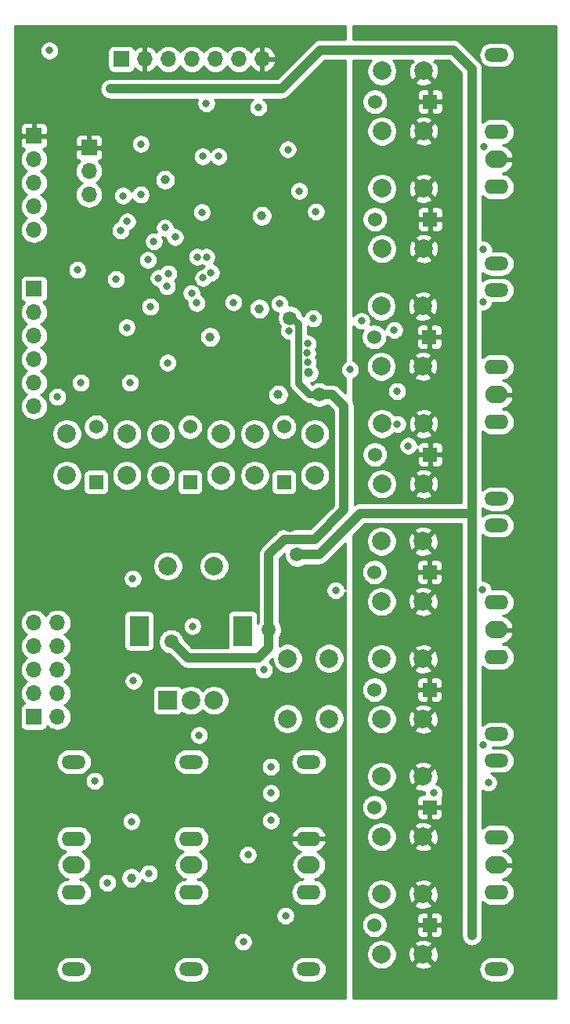
<source format=gbr>
G04 #@! TF.GenerationSoftware,KiCad,Pcbnew,(5.1.0-0)*
G04 #@! TF.CreationDate,2019-05-28T00:09:15+08:00*
G04 #@! TF.ProjectId,Beats,42656174-732e-46b6-9963-61645f706362,rev?*
G04 #@! TF.SameCoordinates,Original*
G04 #@! TF.FileFunction,Copper,L2,Inr*
G04 #@! TF.FilePolarity,Positive*
%FSLAX46Y46*%
G04 Gerber Fmt 4.6, Leading zero omitted, Abs format (unit mm)*
G04 Created by KiCad (PCBNEW (5.1.0-0)) date 2019-05-28 00:09:15*
%MOMM*%
%LPD*%
G04 APERTURE LIST*
%ADD10R,1.524000X1.524000*%
%ADD11C,1.524000*%
%ADD12C,2.000000*%
%ADD13O,2.600000X1.600000*%
%ADD14O,2.400000X1.900000*%
%ADD15O,2.600000X1.500000*%
%ADD16O,1.700000X1.700000*%
%ADD17R,1.700000X1.700000*%
%ADD18R,2.000000X3.200000*%
%ADD19R,2.000000X2.000000*%
%ADD20C,0.800000*%
%ADD21C,1.000000*%
%ADD22C,1.500000*%
%ADD23C,1.000000*%
%ADD24C,0.750000*%
%ADD25C,0.254000*%
G04 APERTURE END LIST*
D10*
X165539000Y-68377000D03*
D11*
X159570000Y-68377000D03*
D12*
X160332000Y-65052000D03*
X164832000Y-65052000D03*
X160332000Y-71552000D03*
X164832000Y-71552000D03*
D13*
X127013000Y-141070000D03*
D14*
X127013000Y-138100000D03*
D15*
X127013000Y-149370000D03*
D13*
X139713000Y-141070000D03*
D14*
X139713000Y-138100000D03*
D15*
X139713000Y-149370000D03*
D13*
X152413000Y-141070000D03*
D14*
X152413000Y-138100000D03*
D15*
X152413000Y-149370000D03*
D13*
X127013000Y-135257000D03*
D15*
X127013000Y-126957000D03*
D13*
X139713000Y-135257000D03*
D15*
X139713000Y-126957000D03*
D13*
X152413000Y-135257000D03*
D15*
X152413000Y-126957000D03*
D13*
X172733000Y-141070000D03*
D14*
X172733000Y-138100000D03*
D15*
X172733000Y-149370000D03*
D13*
X172733000Y-115670000D03*
D14*
X172733000Y-112700000D03*
D15*
X172733000Y-123970000D03*
D13*
X172733000Y-90270000D03*
D14*
X172733000Y-87300000D03*
D15*
X172733000Y-98570000D03*
D13*
X172733000Y-64870000D03*
D14*
X172733000Y-61900000D03*
D15*
X172733000Y-73170000D03*
D13*
X172733000Y-135130000D03*
D15*
X172733000Y-126830000D03*
D13*
X172733000Y-109730000D03*
D15*
X172733000Y-101430000D03*
D13*
X172733000Y-84330000D03*
D15*
X172733000Y-76030000D03*
D13*
X172733000Y-58930000D03*
D15*
X172733000Y-50630000D03*
D16*
X122695000Y-88570000D03*
X122695000Y-86030000D03*
X122695000Y-83490000D03*
X122695000Y-80950000D03*
X122695000Y-78410000D03*
D17*
X122695000Y-75870000D03*
D10*
X149745000Y-96757000D03*
D11*
X149745000Y-90788000D03*
D12*
X153070000Y-91550000D03*
X153070000Y-96050000D03*
X146570000Y-91550000D03*
X146570000Y-96050000D03*
D10*
X139580000Y-96757000D03*
D11*
X139580000Y-90788000D03*
D12*
X142905000Y-91550000D03*
X142905000Y-96050000D03*
X136405000Y-91550000D03*
X136405000Y-96050000D03*
D10*
X129430000Y-96757000D03*
D11*
X129430000Y-90788000D03*
D12*
X132755000Y-91550000D03*
X132755000Y-96050000D03*
X126255000Y-91550000D03*
X126255000Y-96050000D03*
D10*
X165494000Y-144577000D03*
D11*
X159525000Y-144577000D03*
D12*
X160287000Y-141252000D03*
X164787000Y-141252000D03*
X160287000Y-147752000D03*
X164787000Y-147752000D03*
D10*
X165494000Y-131871000D03*
D11*
X159525000Y-131871000D03*
D12*
X160287000Y-128546000D03*
X164787000Y-128546000D03*
X160287000Y-135046000D03*
X164787000Y-135046000D03*
D10*
X165494000Y-119177000D03*
D11*
X159525000Y-119177000D03*
D12*
X160287000Y-115852000D03*
X164787000Y-115852000D03*
X160287000Y-122352000D03*
X164787000Y-122352000D03*
D10*
X165494000Y-106476000D03*
D11*
X159525000Y-106476000D03*
D12*
X160287000Y-103151000D03*
X164787000Y-103151000D03*
X160287000Y-109651000D03*
X164787000Y-109651000D03*
D10*
X165539000Y-93777000D03*
D11*
X159570000Y-93777000D03*
D12*
X160332000Y-90452000D03*
X164832000Y-90452000D03*
X160332000Y-96952000D03*
X164832000Y-96952000D03*
D10*
X165462000Y-81081000D03*
D11*
X159493000Y-81081000D03*
D12*
X160255000Y-77756000D03*
X164755000Y-77756000D03*
X160255000Y-84256000D03*
X164755000Y-84256000D03*
D10*
X165539000Y-55681000D03*
D11*
X159570000Y-55681000D03*
D12*
X160332000Y-52356000D03*
X164832000Y-52356000D03*
X160332000Y-58856000D03*
X164832000Y-58856000D03*
X150123000Y-115799000D03*
X154623000Y-115799000D03*
X150123000Y-122299000D03*
X154623000Y-122299000D03*
D17*
X132154160Y-51069440D03*
D16*
X134694160Y-51069440D03*
X137234160Y-51069440D03*
X139774160Y-51069440D03*
X142314160Y-51069440D03*
X144854160Y-51069440D03*
X147394160Y-51069440D03*
D12*
X142173000Y-105820000D03*
X137173000Y-105820000D03*
D18*
X145273000Y-112820000D03*
X134073000Y-112820000D03*
D12*
X142173000Y-120320000D03*
X139673000Y-120320000D03*
D19*
X137173000Y-120320000D03*
D17*
X122695000Y-122098000D03*
D16*
X125235000Y-122098000D03*
X122695000Y-119558000D03*
X125235000Y-119558000D03*
X122695000Y-117018000D03*
X125235000Y-117018000D03*
X122695000Y-114478000D03*
X125235000Y-114478000D03*
X122695000Y-111938000D03*
X125235000Y-111938000D03*
D17*
X128664000Y-60630000D03*
D16*
X128664000Y-63170000D03*
X128664000Y-65710000D03*
D17*
X122695000Y-59360000D03*
D16*
X122695000Y-61900000D03*
X122695000Y-64440000D03*
X122695000Y-66980000D03*
X122695000Y-69520000D03*
D20*
X140292100Y-77412700D03*
X152882600Y-79094000D03*
X150152500Y-60841100D03*
X133378300Y-107176700D03*
X148324200Y-130325100D03*
X145834500Y-136996600D03*
X141338500Y-55866800D03*
X149911000Y-143573300D03*
X147562800Y-117015400D03*
X146960000Y-56293500D03*
X142659500Y-61585800D03*
X124372600Y-50152800D03*
X133463800Y-118232300D03*
X145333500Y-146405000D03*
X139840000Y-112317500D03*
D21*
X136893500Y-64102500D03*
X141745000Y-81077000D03*
X147333000Y-67996000D03*
D20*
X151397000Y-65329000D03*
X133109000Y-86030000D03*
D21*
X149111000Y-87300000D03*
X147082200Y-78029000D03*
X152413000Y-84943600D03*
X133236000Y-139497000D03*
D20*
X133236000Y-133401000D03*
X127394000Y-73838000D03*
X132728000Y-80061000D03*
X127775000Y-86030000D03*
X125235000Y-87554000D03*
X128309900Y-83153200D03*
X155486500Y-142972000D03*
X155359500Y-130796000D03*
X144259500Y-137002300D03*
D22*
X150381000Y-101397000D03*
X131585000Y-103302000D03*
D20*
X122060000Y-105588000D03*
X123711000Y-105588000D03*
X125362000Y-105588000D03*
X127013000Y-105588000D03*
X127013000Y-107112000D03*
X125362000Y-107112000D03*
X123711000Y-107112000D03*
X122060000Y-107112000D03*
X122060000Y-108636000D03*
X123711000Y-108636000D03*
X125362000Y-108636000D03*
X127013000Y-108636000D03*
X127013000Y-104064000D03*
X125362000Y-104064000D03*
X122060000Y-104064000D03*
X122060000Y-102540000D03*
X122060000Y-101016000D03*
X123711000Y-101016000D03*
X125362000Y-101016000D03*
X127013000Y-101016000D03*
X127013000Y-102540000D03*
X125362000Y-102540000D03*
X122060000Y-99492000D03*
X123711000Y-99492000D03*
X125362000Y-99492000D03*
X123711000Y-97968000D03*
X122060000Y-97968000D03*
X122060000Y-96444000D03*
X123711000Y-96444000D03*
X123711000Y-94920000D03*
X123711000Y-93396000D03*
X122060000Y-93396000D03*
X122060000Y-94920000D03*
D21*
X140602000Y-64059000D03*
X138570000Y-64059000D03*
X148603000Y-69647000D03*
X139713000Y-81077000D03*
D20*
X131331000Y-86030000D03*
X133236000Y-136957000D03*
D22*
X151143000Y-104572000D03*
X150381000Y-79045000D03*
X153556000Y-87300000D03*
X148095000Y-112700000D03*
X137554000Y-113970000D03*
D20*
X132347000Y-65837000D03*
X165953800Y-130327500D03*
X132081200Y-69575200D03*
X150278600Y-80420600D03*
X171316700Y-60548600D03*
X152325100Y-81817600D03*
X171299000Y-71650000D03*
X163171500Y-92841500D03*
X171189500Y-108392100D03*
X171824800Y-129198600D03*
X156900300Y-84604200D03*
X161991100Y-90498600D03*
X171299000Y-125112200D03*
X141360900Y-72442200D03*
X148325600Y-127485200D03*
X140352900Y-72442300D03*
X136860100Y-69279600D03*
X140943900Y-61583600D03*
X134252000Y-65710000D03*
X134252000Y-60249000D03*
X132791000Y-68605400D03*
X155329800Y-108451500D03*
X135662400Y-70770300D03*
X137970800Y-70309100D03*
X148328000Y-133298700D03*
X131585000Y-74854000D03*
X136164700Y-74728400D03*
X135271400Y-77809100D03*
X137152800Y-83863200D03*
X137089700Y-75617400D03*
X139745200Y-76359100D03*
X130625400Y-140016400D03*
X137221800Y-74248300D03*
X135123000Y-138997200D03*
X144275600Y-77350200D03*
X140560400Y-124079300D03*
X135025900Y-72756000D03*
X129257000Y-129013800D03*
X140996800Y-74712900D03*
X141849500Y-74150900D03*
X152249600Y-82819900D03*
X149259000Y-77499600D03*
X158120200Y-79350500D03*
X161653400Y-80327800D03*
X153180700Y-67542600D03*
X140856000Y-67615000D03*
X171299000Y-77261900D03*
X152301100Y-83822700D03*
X161977600Y-86931500D03*
D23*
X151143000Y-104572000D02*
X153556000Y-104572000D01*
X153556000Y-104572000D02*
X158001000Y-100127000D01*
X158001000Y-100127000D02*
X170066000Y-100127000D01*
X170066000Y-100127000D02*
X170066000Y-52121000D01*
X170066000Y-52121000D02*
X168034000Y-50089000D01*
X168034000Y-50089000D02*
X153683000Y-50089000D01*
X153683000Y-50089000D02*
X149492000Y-54280000D01*
X149492000Y-54280000D02*
X130950000Y-54280000D01*
X170066000Y-100127000D02*
X170066000Y-145720000D01*
X148095000Y-112700000D02*
X148095000Y-104572000D01*
X148095000Y-104572000D02*
X149746000Y-102921000D01*
X149746000Y-102921000D02*
X153048000Y-102921000D01*
X153048000Y-102921000D02*
X156223000Y-99746000D01*
X156223000Y-99746000D02*
X156223000Y-88570000D01*
X156223000Y-88570000D02*
X154953000Y-87300000D01*
X154953000Y-87300000D02*
X153556000Y-87300000D01*
D24*
X153556000Y-87300000D02*
X152495000Y-87300000D01*
X152495000Y-87300000D02*
X151270000Y-86074700D01*
X151270000Y-86074700D02*
X151270000Y-79680000D01*
X151270000Y-79680000D02*
X150635000Y-79045000D01*
X150635000Y-79045000D02*
X150381000Y-79045000D01*
D23*
X137554000Y-113970000D02*
X139332000Y-115748000D01*
X139332000Y-115748000D02*
X146952000Y-115748000D01*
X146952000Y-115748000D02*
X148095000Y-114605000D01*
X148095000Y-114605000D02*
X148095000Y-112700000D01*
D25*
G36*
X179119999Y-152515000D02*
G01*
X157239000Y-152515000D01*
X157239000Y-147590967D01*
X158652000Y-147590967D01*
X158652000Y-147913033D01*
X158714832Y-148228912D01*
X158838082Y-148526463D01*
X159017013Y-148794252D01*
X159244748Y-149021987D01*
X159512537Y-149200918D01*
X159810088Y-149324168D01*
X160125967Y-149387000D01*
X160448033Y-149387000D01*
X160763912Y-149324168D01*
X161061463Y-149200918D01*
X161329252Y-149021987D01*
X161463826Y-148887413D01*
X163831192Y-148887413D01*
X163926956Y-149151814D01*
X164216571Y-149292704D01*
X164528108Y-149374384D01*
X164849595Y-149393718D01*
X165022548Y-149370000D01*
X170791299Y-149370000D01*
X170818040Y-149641507D01*
X170897236Y-149902581D01*
X171025843Y-150143188D01*
X171198919Y-150354081D01*
X171409812Y-150527157D01*
X171650419Y-150655764D01*
X171911493Y-150734960D01*
X172114963Y-150755000D01*
X173351037Y-150755000D01*
X173554507Y-150734960D01*
X173815581Y-150655764D01*
X174056188Y-150527157D01*
X174267081Y-150354081D01*
X174440157Y-150143188D01*
X174568764Y-149902581D01*
X174647960Y-149641507D01*
X174674701Y-149370000D01*
X174647960Y-149098493D01*
X174568764Y-148837419D01*
X174440157Y-148596812D01*
X174267081Y-148385919D01*
X174056188Y-148212843D01*
X173815581Y-148084236D01*
X173554507Y-148005040D01*
X173351037Y-147985000D01*
X172114963Y-147985000D01*
X171911493Y-148005040D01*
X171650419Y-148084236D01*
X171409812Y-148212843D01*
X171198919Y-148385919D01*
X171025843Y-148596812D01*
X170897236Y-148837419D01*
X170818040Y-149098493D01*
X170791299Y-149370000D01*
X165022548Y-149370000D01*
X165168675Y-149349961D01*
X165473088Y-149244795D01*
X165647044Y-149151814D01*
X165742808Y-148887413D01*
X164787000Y-147931605D01*
X163831192Y-148887413D01*
X161463826Y-148887413D01*
X161556987Y-148794252D01*
X161735918Y-148526463D01*
X161859168Y-148228912D01*
X161922000Y-147913033D01*
X161922000Y-147814595D01*
X163145282Y-147814595D01*
X163189039Y-148133675D01*
X163294205Y-148438088D01*
X163387186Y-148612044D01*
X163651587Y-148707808D01*
X164607395Y-147752000D01*
X164966605Y-147752000D01*
X165922413Y-148707808D01*
X166186814Y-148612044D01*
X166327704Y-148322429D01*
X166409384Y-148010892D01*
X166428718Y-147689405D01*
X166384961Y-147370325D01*
X166279795Y-147065912D01*
X166186814Y-146891956D01*
X165922413Y-146796192D01*
X164966605Y-147752000D01*
X164607395Y-147752000D01*
X163651587Y-146796192D01*
X163387186Y-146891956D01*
X163246296Y-147181571D01*
X163164616Y-147493108D01*
X163145282Y-147814595D01*
X161922000Y-147814595D01*
X161922000Y-147590967D01*
X161859168Y-147275088D01*
X161735918Y-146977537D01*
X161556987Y-146709748D01*
X161463826Y-146616587D01*
X163831192Y-146616587D01*
X164787000Y-147572395D01*
X165742808Y-146616587D01*
X165647044Y-146352186D01*
X165357429Y-146211296D01*
X165045892Y-146129616D01*
X164724405Y-146110282D01*
X164405325Y-146154039D01*
X164100912Y-146259205D01*
X163926956Y-146352186D01*
X163831192Y-146616587D01*
X161463826Y-146616587D01*
X161329252Y-146482013D01*
X161061463Y-146303082D01*
X160763912Y-146179832D01*
X160448033Y-146117000D01*
X160125967Y-146117000D01*
X159810088Y-146179832D01*
X159512537Y-146303082D01*
X159244748Y-146482013D01*
X159017013Y-146709748D01*
X158838082Y-146977537D01*
X158714832Y-147275088D01*
X158652000Y-147590967D01*
X157239000Y-147590967D01*
X157239000Y-144439408D01*
X158128000Y-144439408D01*
X158128000Y-144714592D01*
X158181686Y-144984490D01*
X158286995Y-145238727D01*
X158439880Y-145467535D01*
X158634465Y-145662120D01*
X158863273Y-145815005D01*
X159117510Y-145920314D01*
X159387408Y-145974000D01*
X159662592Y-145974000D01*
X159932490Y-145920314D01*
X160186727Y-145815005D01*
X160415535Y-145662120D01*
X160610120Y-145467535D01*
X160696004Y-145339000D01*
X164093928Y-145339000D01*
X164106188Y-145463482D01*
X164142498Y-145583180D01*
X164201463Y-145693494D01*
X164280815Y-145790185D01*
X164377506Y-145869537D01*
X164487820Y-145928502D01*
X164607518Y-145964812D01*
X164732000Y-145977072D01*
X165208250Y-145974000D01*
X165367000Y-145815250D01*
X165367000Y-144704000D01*
X165621000Y-144704000D01*
X165621000Y-145815250D01*
X165779750Y-145974000D01*
X166256000Y-145977072D01*
X166380482Y-145964812D01*
X166500180Y-145928502D01*
X166610494Y-145869537D01*
X166707185Y-145790185D01*
X166786537Y-145693494D01*
X166845502Y-145583180D01*
X166881812Y-145463482D01*
X166894072Y-145339000D01*
X166891000Y-144862750D01*
X166732250Y-144704000D01*
X165621000Y-144704000D01*
X165367000Y-144704000D01*
X164255750Y-144704000D01*
X164097000Y-144862750D01*
X164093928Y-145339000D01*
X160696004Y-145339000D01*
X160763005Y-145238727D01*
X160868314Y-144984490D01*
X160922000Y-144714592D01*
X160922000Y-144439408D01*
X160868314Y-144169510D01*
X160763005Y-143915273D01*
X160696005Y-143815000D01*
X164093928Y-143815000D01*
X164097000Y-144291250D01*
X164255750Y-144450000D01*
X165367000Y-144450000D01*
X165367000Y-143338750D01*
X165621000Y-143338750D01*
X165621000Y-144450000D01*
X166732250Y-144450000D01*
X166891000Y-144291250D01*
X166894072Y-143815000D01*
X166881812Y-143690518D01*
X166845502Y-143570820D01*
X166786537Y-143460506D01*
X166707185Y-143363815D01*
X166610494Y-143284463D01*
X166500180Y-143225498D01*
X166380482Y-143189188D01*
X166256000Y-143176928D01*
X165779750Y-143180000D01*
X165621000Y-143338750D01*
X165367000Y-143338750D01*
X165208250Y-143180000D01*
X164732000Y-143176928D01*
X164607518Y-143189188D01*
X164487820Y-143225498D01*
X164377506Y-143284463D01*
X164280815Y-143363815D01*
X164201463Y-143460506D01*
X164142498Y-143570820D01*
X164106188Y-143690518D01*
X164093928Y-143815000D01*
X160696005Y-143815000D01*
X160610120Y-143686465D01*
X160415535Y-143491880D01*
X160186727Y-143338995D01*
X159932490Y-143233686D01*
X159662592Y-143180000D01*
X159387408Y-143180000D01*
X159117510Y-143233686D01*
X158863273Y-143338995D01*
X158634465Y-143491880D01*
X158439880Y-143686465D01*
X158286995Y-143915273D01*
X158181686Y-144169510D01*
X158128000Y-144439408D01*
X157239000Y-144439408D01*
X157239000Y-141090967D01*
X158652000Y-141090967D01*
X158652000Y-141413033D01*
X158714832Y-141728912D01*
X158838082Y-142026463D01*
X159017013Y-142294252D01*
X159244748Y-142521987D01*
X159512537Y-142700918D01*
X159810088Y-142824168D01*
X160125967Y-142887000D01*
X160448033Y-142887000D01*
X160763912Y-142824168D01*
X161061463Y-142700918D01*
X161329252Y-142521987D01*
X161463826Y-142387413D01*
X163831192Y-142387413D01*
X163926956Y-142651814D01*
X164216571Y-142792704D01*
X164528108Y-142874384D01*
X164849595Y-142893718D01*
X165168675Y-142849961D01*
X165473088Y-142744795D01*
X165647044Y-142651814D01*
X165742808Y-142387413D01*
X164787000Y-141431605D01*
X163831192Y-142387413D01*
X161463826Y-142387413D01*
X161556987Y-142294252D01*
X161735918Y-142026463D01*
X161859168Y-141728912D01*
X161922000Y-141413033D01*
X161922000Y-141314595D01*
X163145282Y-141314595D01*
X163189039Y-141633675D01*
X163294205Y-141938088D01*
X163387186Y-142112044D01*
X163651587Y-142207808D01*
X164607395Y-141252000D01*
X164966605Y-141252000D01*
X165922413Y-142207808D01*
X166186814Y-142112044D01*
X166327704Y-141822429D01*
X166409384Y-141510892D01*
X166428718Y-141189405D01*
X166384961Y-140870325D01*
X166279795Y-140565912D01*
X166186814Y-140391956D01*
X165922413Y-140296192D01*
X164966605Y-141252000D01*
X164607395Y-141252000D01*
X163651587Y-140296192D01*
X163387186Y-140391956D01*
X163246296Y-140681571D01*
X163164616Y-140993108D01*
X163145282Y-141314595D01*
X161922000Y-141314595D01*
X161922000Y-141090967D01*
X161859168Y-140775088D01*
X161735918Y-140477537D01*
X161556987Y-140209748D01*
X161463826Y-140116587D01*
X163831192Y-140116587D01*
X164787000Y-141072395D01*
X165742808Y-140116587D01*
X165647044Y-139852186D01*
X165357429Y-139711296D01*
X165045892Y-139629616D01*
X164724405Y-139610282D01*
X164405325Y-139654039D01*
X164100912Y-139759205D01*
X163926956Y-139852186D01*
X163831192Y-140116587D01*
X161463826Y-140116587D01*
X161329252Y-139982013D01*
X161061463Y-139803082D01*
X160763912Y-139679832D01*
X160448033Y-139617000D01*
X160125967Y-139617000D01*
X159810088Y-139679832D01*
X159512537Y-139803082D01*
X159244748Y-139982013D01*
X159017013Y-140209748D01*
X158838082Y-140477537D01*
X158714832Y-140775088D01*
X158652000Y-141090967D01*
X157239000Y-141090967D01*
X157239000Y-134884967D01*
X158652000Y-134884967D01*
X158652000Y-135207033D01*
X158714832Y-135522912D01*
X158838082Y-135820463D01*
X159017013Y-136088252D01*
X159244748Y-136315987D01*
X159512537Y-136494918D01*
X159810088Y-136618168D01*
X160125967Y-136681000D01*
X160448033Y-136681000D01*
X160763912Y-136618168D01*
X161061463Y-136494918D01*
X161329252Y-136315987D01*
X161463826Y-136181413D01*
X163831192Y-136181413D01*
X163926956Y-136445814D01*
X164216571Y-136586704D01*
X164528108Y-136668384D01*
X164849595Y-136687718D01*
X165168675Y-136643961D01*
X165473088Y-136538795D01*
X165647044Y-136445814D01*
X165742808Y-136181413D01*
X164787000Y-135225605D01*
X163831192Y-136181413D01*
X161463826Y-136181413D01*
X161556987Y-136088252D01*
X161735918Y-135820463D01*
X161859168Y-135522912D01*
X161922000Y-135207033D01*
X161922000Y-135108595D01*
X163145282Y-135108595D01*
X163189039Y-135427675D01*
X163294205Y-135732088D01*
X163387186Y-135906044D01*
X163651587Y-136001808D01*
X164607395Y-135046000D01*
X164966605Y-135046000D01*
X165922413Y-136001808D01*
X166186814Y-135906044D01*
X166327704Y-135616429D01*
X166409384Y-135304892D01*
X166428718Y-134983405D01*
X166384961Y-134664325D01*
X166279795Y-134359912D01*
X166186814Y-134185956D01*
X165922413Y-134090192D01*
X164966605Y-135046000D01*
X164607395Y-135046000D01*
X163651587Y-134090192D01*
X163387186Y-134185956D01*
X163246296Y-134475571D01*
X163164616Y-134787108D01*
X163145282Y-135108595D01*
X161922000Y-135108595D01*
X161922000Y-134884967D01*
X161859168Y-134569088D01*
X161735918Y-134271537D01*
X161556987Y-134003748D01*
X161463826Y-133910587D01*
X163831192Y-133910587D01*
X164787000Y-134866395D01*
X165742808Y-133910587D01*
X165647044Y-133646186D01*
X165357429Y-133505296D01*
X165045892Y-133423616D01*
X164724405Y-133404282D01*
X164405325Y-133448039D01*
X164100912Y-133553205D01*
X163926956Y-133646186D01*
X163831192Y-133910587D01*
X161463826Y-133910587D01*
X161329252Y-133776013D01*
X161061463Y-133597082D01*
X160763912Y-133473832D01*
X160448033Y-133411000D01*
X160125967Y-133411000D01*
X159810088Y-133473832D01*
X159512537Y-133597082D01*
X159244748Y-133776013D01*
X159017013Y-134003748D01*
X158838082Y-134271537D01*
X158714832Y-134569088D01*
X158652000Y-134884967D01*
X157239000Y-134884967D01*
X157239000Y-131733408D01*
X158128000Y-131733408D01*
X158128000Y-132008592D01*
X158181686Y-132278490D01*
X158286995Y-132532727D01*
X158439880Y-132761535D01*
X158634465Y-132956120D01*
X158863273Y-133109005D01*
X159117510Y-133214314D01*
X159387408Y-133268000D01*
X159662592Y-133268000D01*
X159932490Y-133214314D01*
X160186727Y-133109005D01*
X160415535Y-132956120D01*
X160610120Y-132761535D01*
X160696004Y-132633000D01*
X164093928Y-132633000D01*
X164106188Y-132757482D01*
X164142498Y-132877180D01*
X164201463Y-132987494D01*
X164280815Y-133084185D01*
X164377506Y-133163537D01*
X164487820Y-133222502D01*
X164607518Y-133258812D01*
X164732000Y-133271072D01*
X165208250Y-133268000D01*
X165367000Y-133109250D01*
X165367000Y-131998000D01*
X165621000Y-131998000D01*
X165621000Y-133109250D01*
X165779750Y-133268000D01*
X166256000Y-133271072D01*
X166380482Y-133258812D01*
X166500180Y-133222502D01*
X166610494Y-133163537D01*
X166707185Y-133084185D01*
X166786537Y-132987494D01*
X166845502Y-132877180D01*
X166881812Y-132757482D01*
X166894072Y-132633000D01*
X166891000Y-132156750D01*
X166732250Y-131998000D01*
X165621000Y-131998000D01*
X165367000Y-131998000D01*
X164255750Y-131998000D01*
X164097000Y-132156750D01*
X164093928Y-132633000D01*
X160696004Y-132633000D01*
X160763005Y-132532727D01*
X160868314Y-132278490D01*
X160922000Y-132008592D01*
X160922000Y-131733408D01*
X160868314Y-131463510D01*
X160763005Y-131209273D01*
X160610120Y-130980465D01*
X160415535Y-130785880D01*
X160186727Y-130632995D01*
X159932490Y-130527686D01*
X159662592Y-130474000D01*
X159387408Y-130474000D01*
X159117510Y-130527686D01*
X158863273Y-130632995D01*
X158634465Y-130785880D01*
X158439880Y-130980465D01*
X158286995Y-131209273D01*
X158181686Y-131463510D01*
X158128000Y-131733408D01*
X157239000Y-131733408D01*
X157239000Y-128384967D01*
X158652000Y-128384967D01*
X158652000Y-128707033D01*
X158714832Y-129022912D01*
X158838082Y-129320463D01*
X159017013Y-129588252D01*
X159244748Y-129815987D01*
X159512537Y-129994918D01*
X159810088Y-130118168D01*
X160125967Y-130181000D01*
X160448033Y-130181000D01*
X160763912Y-130118168D01*
X161061463Y-129994918D01*
X161329252Y-129815987D01*
X161463826Y-129681413D01*
X163831192Y-129681413D01*
X163926956Y-129945814D01*
X164216571Y-130086704D01*
X164528108Y-130168384D01*
X164849595Y-130187718D01*
X164928479Y-130176900D01*
X164918800Y-130225561D01*
X164918800Y-130429439D01*
X164927303Y-130472188D01*
X164732000Y-130470928D01*
X164607518Y-130483188D01*
X164487820Y-130519498D01*
X164377506Y-130578463D01*
X164280815Y-130657815D01*
X164201463Y-130754506D01*
X164142498Y-130864820D01*
X164106188Y-130984518D01*
X164093928Y-131109000D01*
X164097000Y-131585250D01*
X164255750Y-131744000D01*
X165367000Y-131744000D01*
X165367000Y-131724000D01*
X165621000Y-131724000D01*
X165621000Y-131744000D01*
X166732250Y-131744000D01*
X166891000Y-131585250D01*
X166894072Y-131109000D01*
X166881812Y-130984518D01*
X166845502Y-130864820D01*
X166842860Y-130859878D01*
X166871005Y-130817756D01*
X166949026Y-130629398D01*
X166988800Y-130429439D01*
X166988800Y-130225561D01*
X166949026Y-130025602D01*
X166871005Y-129837244D01*
X166757737Y-129667726D01*
X166613574Y-129523563D01*
X166444056Y-129410295D01*
X166255698Y-129332274D01*
X166225612Y-129326290D01*
X166327704Y-129116429D01*
X166409384Y-128804892D01*
X166428718Y-128483405D01*
X166384961Y-128164325D01*
X166279795Y-127859912D01*
X166186814Y-127685956D01*
X165922413Y-127590192D01*
X164966605Y-128546000D01*
X164980748Y-128560143D01*
X164801143Y-128739748D01*
X164787000Y-128725605D01*
X163831192Y-129681413D01*
X161463826Y-129681413D01*
X161556987Y-129588252D01*
X161735918Y-129320463D01*
X161859168Y-129022912D01*
X161922000Y-128707033D01*
X161922000Y-128608595D01*
X163145282Y-128608595D01*
X163189039Y-128927675D01*
X163294205Y-129232088D01*
X163387186Y-129406044D01*
X163651587Y-129501808D01*
X164607395Y-128546000D01*
X163651587Y-127590192D01*
X163387186Y-127685956D01*
X163246296Y-127975571D01*
X163164616Y-128287108D01*
X163145282Y-128608595D01*
X161922000Y-128608595D01*
X161922000Y-128384967D01*
X161859168Y-128069088D01*
X161735918Y-127771537D01*
X161556987Y-127503748D01*
X161463826Y-127410587D01*
X163831192Y-127410587D01*
X164787000Y-128366395D01*
X165742808Y-127410587D01*
X165647044Y-127146186D01*
X165357429Y-127005296D01*
X165045892Y-126923616D01*
X164724405Y-126904282D01*
X164405325Y-126948039D01*
X164100912Y-127053205D01*
X163926956Y-127146186D01*
X163831192Y-127410587D01*
X161463826Y-127410587D01*
X161329252Y-127276013D01*
X161061463Y-127097082D01*
X160763912Y-126973832D01*
X160448033Y-126911000D01*
X160125967Y-126911000D01*
X159810088Y-126973832D01*
X159512537Y-127097082D01*
X159244748Y-127276013D01*
X159017013Y-127503748D01*
X158838082Y-127771537D01*
X158714832Y-128069088D01*
X158652000Y-128384967D01*
X157239000Y-128384967D01*
X157239000Y-122190967D01*
X158652000Y-122190967D01*
X158652000Y-122513033D01*
X158714832Y-122828912D01*
X158838082Y-123126463D01*
X159017013Y-123394252D01*
X159244748Y-123621987D01*
X159512537Y-123800918D01*
X159810088Y-123924168D01*
X160125967Y-123987000D01*
X160448033Y-123987000D01*
X160763912Y-123924168D01*
X161061463Y-123800918D01*
X161329252Y-123621987D01*
X161463826Y-123487413D01*
X163831192Y-123487413D01*
X163926956Y-123751814D01*
X164216571Y-123892704D01*
X164528108Y-123974384D01*
X164849595Y-123993718D01*
X165168675Y-123949961D01*
X165473088Y-123844795D01*
X165647044Y-123751814D01*
X165742808Y-123487413D01*
X164787000Y-122531605D01*
X163831192Y-123487413D01*
X161463826Y-123487413D01*
X161556987Y-123394252D01*
X161735918Y-123126463D01*
X161859168Y-122828912D01*
X161922000Y-122513033D01*
X161922000Y-122414595D01*
X163145282Y-122414595D01*
X163189039Y-122733675D01*
X163294205Y-123038088D01*
X163387186Y-123212044D01*
X163651587Y-123307808D01*
X164607395Y-122352000D01*
X164966605Y-122352000D01*
X165922413Y-123307808D01*
X166186814Y-123212044D01*
X166327704Y-122922429D01*
X166409384Y-122610892D01*
X166428718Y-122289405D01*
X166384961Y-121970325D01*
X166279795Y-121665912D01*
X166186814Y-121491956D01*
X165922413Y-121396192D01*
X164966605Y-122352000D01*
X164607395Y-122352000D01*
X163651587Y-121396192D01*
X163387186Y-121491956D01*
X163246296Y-121781571D01*
X163164616Y-122093108D01*
X163145282Y-122414595D01*
X161922000Y-122414595D01*
X161922000Y-122190967D01*
X161859168Y-121875088D01*
X161735918Y-121577537D01*
X161556987Y-121309748D01*
X161463826Y-121216587D01*
X163831192Y-121216587D01*
X164787000Y-122172395D01*
X165742808Y-121216587D01*
X165647044Y-120952186D01*
X165357429Y-120811296D01*
X165045892Y-120729616D01*
X164724405Y-120710282D01*
X164405325Y-120754039D01*
X164100912Y-120859205D01*
X163926956Y-120952186D01*
X163831192Y-121216587D01*
X161463826Y-121216587D01*
X161329252Y-121082013D01*
X161061463Y-120903082D01*
X160763912Y-120779832D01*
X160448033Y-120717000D01*
X160125967Y-120717000D01*
X159810088Y-120779832D01*
X159512537Y-120903082D01*
X159244748Y-121082013D01*
X159017013Y-121309748D01*
X158838082Y-121577537D01*
X158714832Y-121875088D01*
X158652000Y-122190967D01*
X157239000Y-122190967D01*
X157239000Y-119039408D01*
X158128000Y-119039408D01*
X158128000Y-119314592D01*
X158181686Y-119584490D01*
X158286995Y-119838727D01*
X158439880Y-120067535D01*
X158634465Y-120262120D01*
X158863273Y-120415005D01*
X159117510Y-120520314D01*
X159387408Y-120574000D01*
X159662592Y-120574000D01*
X159932490Y-120520314D01*
X160186727Y-120415005D01*
X160415535Y-120262120D01*
X160610120Y-120067535D01*
X160696004Y-119939000D01*
X164093928Y-119939000D01*
X164106188Y-120063482D01*
X164142498Y-120183180D01*
X164201463Y-120293494D01*
X164280815Y-120390185D01*
X164377506Y-120469537D01*
X164487820Y-120528502D01*
X164607518Y-120564812D01*
X164732000Y-120577072D01*
X165208250Y-120574000D01*
X165367000Y-120415250D01*
X165367000Y-119304000D01*
X165621000Y-119304000D01*
X165621000Y-120415250D01*
X165779750Y-120574000D01*
X166256000Y-120577072D01*
X166380482Y-120564812D01*
X166500180Y-120528502D01*
X166610494Y-120469537D01*
X166707185Y-120390185D01*
X166786537Y-120293494D01*
X166845502Y-120183180D01*
X166881812Y-120063482D01*
X166894072Y-119939000D01*
X166891000Y-119462750D01*
X166732250Y-119304000D01*
X165621000Y-119304000D01*
X165367000Y-119304000D01*
X164255750Y-119304000D01*
X164097000Y-119462750D01*
X164093928Y-119939000D01*
X160696004Y-119939000D01*
X160763005Y-119838727D01*
X160868314Y-119584490D01*
X160922000Y-119314592D01*
X160922000Y-119039408D01*
X160868314Y-118769510D01*
X160763005Y-118515273D01*
X160696005Y-118415000D01*
X164093928Y-118415000D01*
X164097000Y-118891250D01*
X164255750Y-119050000D01*
X165367000Y-119050000D01*
X165367000Y-117938750D01*
X165621000Y-117938750D01*
X165621000Y-119050000D01*
X166732250Y-119050000D01*
X166891000Y-118891250D01*
X166894072Y-118415000D01*
X166881812Y-118290518D01*
X166845502Y-118170820D01*
X166786537Y-118060506D01*
X166707185Y-117963815D01*
X166610494Y-117884463D01*
X166500180Y-117825498D01*
X166380482Y-117789188D01*
X166256000Y-117776928D01*
X165779750Y-117780000D01*
X165621000Y-117938750D01*
X165367000Y-117938750D01*
X165208250Y-117780000D01*
X164732000Y-117776928D01*
X164607518Y-117789188D01*
X164487820Y-117825498D01*
X164377506Y-117884463D01*
X164280815Y-117963815D01*
X164201463Y-118060506D01*
X164142498Y-118170820D01*
X164106188Y-118290518D01*
X164093928Y-118415000D01*
X160696005Y-118415000D01*
X160610120Y-118286465D01*
X160415535Y-118091880D01*
X160186727Y-117938995D01*
X159932490Y-117833686D01*
X159662592Y-117780000D01*
X159387408Y-117780000D01*
X159117510Y-117833686D01*
X158863273Y-117938995D01*
X158634465Y-118091880D01*
X158439880Y-118286465D01*
X158286995Y-118515273D01*
X158181686Y-118769510D01*
X158128000Y-119039408D01*
X157239000Y-119039408D01*
X157239000Y-115690967D01*
X158652000Y-115690967D01*
X158652000Y-116013033D01*
X158714832Y-116328912D01*
X158838082Y-116626463D01*
X159017013Y-116894252D01*
X159244748Y-117121987D01*
X159512537Y-117300918D01*
X159810088Y-117424168D01*
X160125967Y-117487000D01*
X160448033Y-117487000D01*
X160763912Y-117424168D01*
X161061463Y-117300918D01*
X161329252Y-117121987D01*
X161463826Y-116987413D01*
X163831192Y-116987413D01*
X163926956Y-117251814D01*
X164216571Y-117392704D01*
X164528108Y-117474384D01*
X164849595Y-117493718D01*
X165168675Y-117449961D01*
X165473088Y-117344795D01*
X165647044Y-117251814D01*
X165742808Y-116987413D01*
X164787000Y-116031605D01*
X163831192Y-116987413D01*
X161463826Y-116987413D01*
X161556987Y-116894252D01*
X161735918Y-116626463D01*
X161859168Y-116328912D01*
X161922000Y-116013033D01*
X161922000Y-115914595D01*
X163145282Y-115914595D01*
X163189039Y-116233675D01*
X163294205Y-116538088D01*
X163387186Y-116712044D01*
X163651587Y-116807808D01*
X164607395Y-115852000D01*
X164966605Y-115852000D01*
X165922413Y-116807808D01*
X166186814Y-116712044D01*
X166327704Y-116422429D01*
X166409384Y-116110892D01*
X166428718Y-115789405D01*
X166384961Y-115470325D01*
X166279795Y-115165912D01*
X166186814Y-114991956D01*
X165922413Y-114896192D01*
X164966605Y-115852000D01*
X164607395Y-115852000D01*
X163651587Y-114896192D01*
X163387186Y-114991956D01*
X163246296Y-115281571D01*
X163164616Y-115593108D01*
X163145282Y-115914595D01*
X161922000Y-115914595D01*
X161922000Y-115690967D01*
X161859168Y-115375088D01*
X161735918Y-115077537D01*
X161556987Y-114809748D01*
X161463826Y-114716587D01*
X163831192Y-114716587D01*
X164787000Y-115672395D01*
X165742808Y-114716587D01*
X165647044Y-114452186D01*
X165357429Y-114311296D01*
X165045892Y-114229616D01*
X164724405Y-114210282D01*
X164405325Y-114254039D01*
X164100912Y-114359205D01*
X163926956Y-114452186D01*
X163831192Y-114716587D01*
X161463826Y-114716587D01*
X161329252Y-114582013D01*
X161061463Y-114403082D01*
X160763912Y-114279832D01*
X160448033Y-114217000D01*
X160125967Y-114217000D01*
X159810088Y-114279832D01*
X159512537Y-114403082D01*
X159244748Y-114582013D01*
X159017013Y-114809748D01*
X158838082Y-115077537D01*
X158714832Y-115375088D01*
X158652000Y-115690967D01*
X157239000Y-115690967D01*
X157239000Y-109489967D01*
X158652000Y-109489967D01*
X158652000Y-109812033D01*
X158714832Y-110127912D01*
X158838082Y-110425463D01*
X159017013Y-110693252D01*
X159244748Y-110920987D01*
X159512537Y-111099918D01*
X159810088Y-111223168D01*
X160125967Y-111286000D01*
X160448033Y-111286000D01*
X160763912Y-111223168D01*
X161061463Y-111099918D01*
X161329252Y-110920987D01*
X161463826Y-110786413D01*
X163831192Y-110786413D01*
X163926956Y-111050814D01*
X164216571Y-111191704D01*
X164528108Y-111273384D01*
X164849595Y-111292718D01*
X165168675Y-111248961D01*
X165473088Y-111143795D01*
X165647044Y-111050814D01*
X165742808Y-110786413D01*
X164787000Y-109830605D01*
X163831192Y-110786413D01*
X161463826Y-110786413D01*
X161556987Y-110693252D01*
X161735918Y-110425463D01*
X161859168Y-110127912D01*
X161922000Y-109812033D01*
X161922000Y-109713595D01*
X163145282Y-109713595D01*
X163189039Y-110032675D01*
X163294205Y-110337088D01*
X163387186Y-110511044D01*
X163651587Y-110606808D01*
X164607395Y-109651000D01*
X164966605Y-109651000D01*
X165922413Y-110606808D01*
X166186814Y-110511044D01*
X166327704Y-110221429D01*
X166409384Y-109909892D01*
X166428718Y-109588405D01*
X166384961Y-109269325D01*
X166279795Y-108964912D01*
X166186814Y-108790956D01*
X165922413Y-108695192D01*
X164966605Y-109651000D01*
X164607395Y-109651000D01*
X163651587Y-108695192D01*
X163387186Y-108790956D01*
X163246296Y-109080571D01*
X163164616Y-109392108D01*
X163145282Y-109713595D01*
X161922000Y-109713595D01*
X161922000Y-109489967D01*
X161859168Y-109174088D01*
X161735918Y-108876537D01*
X161556987Y-108608748D01*
X161463826Y-108515587D01*
X163831192Y-108515587D01*
X164787000Y-109471395D01*
X165742808Y-108515587D01*
X165647044Y-108251186D01*
X165357429Y-108110296D01*
X165045892Y-108028616D01*
X164724405Y-108009282D01*
X164405325Y-108053039D01*
X164100912Y-108158205D01*
X163926956Y-108251186D01*
X163831192Y-108515587D01*
X161463826Y-108515587D01*
X161329252Y-108381013D01*
X161061463Y-108202082D01*
X160763912Y-108078832D01*
X160448033Y-108016000D01*
X160125967Y-108016000D01*
X159810088Y-108078832D01*
X159512537Y-108202082D01*
X159244748Y-108381013D01*
X159017013Y-108608748D01*
X158838082Y-108876537D01*
X158714832Y-109174088D01*
X158652000Y-109489967D01*
X157239000Y-109489967D01*
X157239000Y-106338408D01*
X158128000Y-106338408D01*
X158128000Y-106613592D01*
X158181686Y-106883490D01*
X158286995Y-107137727D01*
X158439880Y-107366535D01*
X158634465Y-107561120D01*
X158863273Y-107714005D01*
X159117510Y-107819314D01*
X159387408Y-107873000D01*
X159662592Y-107873000D01*
X159932490Y-107819314D01*
X160186727Y-107714005D01*
X160415535Y-107561120D01*
X160610120Y-107366535D01*
X160696004Y-107238000D01*
X164093928Y-107238000D01*
X164106188Y-107362482D01*
X164142498Y-107482180D01*
X164201463Y-107592494D01*
X164280815Y-107689185D01*
X164377506Y-107768537D01*
X164487820Y-107827502D01*
X164607518Y-107863812D01*
X164732000Y-107876072D01*
X165208250Y-107873000D01*
X165367000Y-107714250D01*
X165367000Y-106603000D01*
X165621000Y-106603000D01*
X165621000Y-107714250D01*
X165779750Y-107873000D01*
X166256000Y-107876072D01*
X166380482Y-107863812D01*
X166500180Y-107827502D01*
X166610494Y-107768537D01*
X166707185Y-107689185D01*
X166786537Y-107592494D01*
X166845502Y-107482180D01*
X166881812Y-107362482D01*
X166894072Y-107238000D01*
X166891000Y-106761750D01*
X166732250Y-106603000D01*
X165621000Y-106603000D01*
X165367000Y-106603000D01*
X164255750Y-106603000D01*
X164097000Y-106761750D01*
X164093928Y-107238000D01*
X160696004Y-107238000D01*
X160763005Y-107137727D01*
X160868314Y-106883490D01*
X160922000Y-106613592D01*
X160922000Y-106338408D01*
X160868314Y-106068510D01*
X160763005Y-105814273D01*
X160696005Y-105714000D01*
X164093928Y-105714000D01*
X164097000Y-106190250D01*
X164255750Y-106349000D01*
X165367000Y-106349000D01*
X165367000Y-105237750D01*
X165621000Y-105237750D01*
X165621000Y-106349000D01*
X166732250Y-106349000D01*
X166891000Y-106190250D01*
X166894072Y-105714000D01*
X166881812Y-105589518D01*
X166845502Y-105469820D01*
X166786537Y-105359506D01*
X166707185Y-105262815D01*
X166610494Y-105183463D01*
X166500180Y-105124498D01*
X166380482Y-105088188D01*
X166256000Y-105075928D01*
X165779750Y-105079000D01*
X165621000Y-105237750D01*
X165367000Y-105237750D01*
X165208250Y-105079000D01*
X164732000Y-105075928D01*
X164607518Y-105088188D01*
X164487820Y-105124498D01*
X164377506Y-105183463D01*
X164280815Y-105262815D01*
X164201463Y-105359506D01*
X164142498Y-105469820D01*
X164106188Y-105589518D01*
X164093928Y-105714000D01*
X160696005Y-105714000D01*
X160610120Y-105585465D01*
X160415535Y-105390880D01*
X160186727Y-105237995D01*
X159932490Y-105132686D01*
X159662592Y-105079000D01*
X159387408Y-105079000D01*
X159117510Y-105132686D01*
X158863273Y-105237995D01*
X158634465Y-105390880D01*
X158439880Y-105585465D01*
X158286995Y-105814273D01*
X158181686Y-106068510D01*
X158128000Y-106338408D01*
X157239000Y-106338408D01*
X157239000Y-102989967D01*
X158652000Y-102989967D01*
X158652000Y-103312033D01*
X158714832Y-103627912D01*
X158838082Y-103925463D01*
X159017013Y-104193252D01*
X159244748Y-104420987D01*
X159512537Y-104599918D01*
X159810088Y-104723168D01*
X160125967Y-104786000D01*
X160448033Y-104786000D01*
X160763912Y-104723168D01*
X161061463Y-104599918D01*
X161329252Y-104420987D01*
X161463826Y-104286413D01*
X163831192Y-104286413D01*
X163926956Y-104550814D01*
X164216571Y-104691704D01*
X164528108Y-104773384D01*
X164849595Y-104792718D01*
X165168675Y-104748961D01*
X165473088Y-104643795D01*
X165647044Y-104550814D01*
X165742808Y-104286413D01*
X164787000Y-103330605D01*
X163831192Y-104286413D01*
X161463826Y-104286413D01*
X161556987Y-104193252D01*
X161735918Y-103925463D01*
X161859168Y-103627912D01*
X161922000Y-103312033D01*
X161922000Y-103213595D01*
X163145282Y-103213595D01*
X163189039Y-103532675D01*
X163294205Y-103837088D01*
X163387186Y-104011044D01*
X163651587Y-104106808D01*
X164607395Y-103151000D01*
X164966605Y-103151000D01*
X165922413Y-104106808D01*
X166186814Y-104011044D01*
X166327704Y-103721429D01*
X166409384Y-103409892D01*
X166428718Y-103088405D01*
X166384961Y-102769325D01*
X166279795Y-102464912D01*
X166186814Y-102290956D01*
X165922413Y-102195192D01*
X164966605Y-103151000D01*
X164607395Y-103151000D01*
X163651587Y-102195192D01*
X163387186Y-102290956D01*
X163246296Y-102580571D01*
X163164616Y-102892108D01*
X163145282Y-103213595D01*
X161922000Y-103213595D01*
X161922000Y-102989967D01*
X161859168Y-102674088D01*
X161735918Y-102376537D01*
X161556987Y-102108748D01*
X161463826Y-102015587D01*
X163831192Y-102015587D01*
X164787000Y-102971395D01*
X165742808Y-102015587D01*
X165647044Y-101751186D01*
X165357429Y-101610296D01*
X165045892Y-101528616D01*
X164724405Y-101509282D01*
X164405325Y-101553039D01*
X164100912Y-101658205D01*
X163926956Y-101751186D01*
X163831192Y-102015587D01*
X161463826Y-102015587D01*
X161329252Y-101881013D01*
X161061463Y-101702082D01*
X160763912Y-101578832D01*
X160448033Y-101516000D01*
X160125967Y-101516000D01*
X159810088Y-101578832D01*
X159512537Y-101702082D01*
X159244748Y-101881013D01*
X159017013Y-102108748D01*
X158838082Y-102376537D01*
X158714832Y-102674088D01*
X158652000Y-102989967D01*
X157239000Y-102989967D01*
X157239000Y-102494132D01*
X158471132Y-101262000D01*
X168931000Y-101262000D01*
X168931001Y-145775752D01*
X168947424Y-145942499D01*
X169012325Y-146156447D01*
X169117717Y-146353623D01*
X169259552Y-146526449D01*
X169432378Y-146668284D01*
X169629554Y-146773676D01*
X169843502Y-146838577D01*
X170066000Y-146860491D01*
X170288499Y-146838577D01*
X170502447Y-146773676D01*
X170699623Y-146668284D01*
X170872449Y-146526449D01*
X171014284Y-146353623D01*
X171119676Y-146156447D01*
X171184577Y-145942499D01*
X171201000Y-145775752D01*
X171201000Y-142074508D01*
X171213392Y-142089608D01*
X171431899Y-142268932D01*
X171681192Y-142402182D01*
X171951691Y-142484236D01*
X172162508Y-142505000D01*
X173303492Y-142505000D01*
X173514309Y-142484236D01*
X173784808Y-142402182D01*
X174034101Y-142268932D01*
X174252608Y-142089608D01*
X174431932Y-141871101D01*
X174565182Y-141621808D01*
X174647236Y-141351309D01*
X174674943Y-141070000D01*
X174647236Y-140788691D01*
X174565182Y-140518192D01*
X174431932Y-140268899D01*
X174252608Y-140050392D01*
X174034101Y-139871068D01*
X173784808Y-139737818D01*
X173514309Y-139655764D01*
X173374622Y-139642006D01*
X173417900Y-139634218D01*
X173708855Y-139519894D01*
X173971915Y-139351004D01*
X174196972Y-139134039D01*
X174375377Y-138877336D01*
X174500274Y-138590760D01*
X174523586Y-138472588D01*
X174403584Y-138227000D01*
X172860000Y-138227000D01*
X172860000Y-138247000D01*
X172606000Y-138247000D01*
X172606000Y-138227000D01*
X172586000Y-138227000D01*
X172586000Y-137973000D01*
X172606000Y-137973000D01*
X172606000Y-137953000D01*
X172860000Y-137953000D01*
X172860000Y-137973000D01*
X174403584Y-137973000D01*
X174523586Y-137727412D01*
X174500274Y-137609240D01*
X174375377Y-137322664D01*
X174196972Y-137065961D01*
X173971915Y-136848996D01*
X173708855Y-136680106D01*
X173417900Y-136565782D01*
X173374622Y-136557994D01*
X173514309Y-136544236D01*
X173784808Y-136462182D01*
X174034101Y-136328932D01*
X174252608Y-136149608D01*
X174431932Y-135931101D01*
X174565182Y-135681808D01*
X174647236Y-135411309D01*
X174674943Y-135130000D01*
X174647236Y-134848691D01*
X174565182Y-134578192D01*
X174431932Y-134328899D01*
X174252608Y-134110392D01*
X174034101Y-133931068D01*
X173784808Y-133797818D01*
X173514309Y-133715764D01*
X173303492Y-133695000D01*
X172162508Y-133695000D01*
X171951691Y-133715764D01*
X171681192Y-133797818D01*
X171431899Y-133931068D01*
X171213392Y-134110392D01*
X171201000Y-134125492D01*
X171201000Y-130026574D01*
X171334544Y-130115805D01*
X171522902Y-130193826D01*
X171722861Y-130233600D01*
X171926739Y-130233600D01*
X172126698Y-130193826D01*
X172315056Y-130115805D01*
X172484574Y-130002537D01*
X172628737Y-129858374D01*
X172742005Y-129688856D01*
X172820026Y-129500498D01*
X172859800Y-129300539D01*
X172859800Y-129096661D01*
X172820026Y-128896702D01*
X172742005Y-128708344D01*
X172628737Y-128538826D01*
X172484574Y-128394663D01*
X172315056Y-128281395D01*
X172154765Y-128215000D01*
X173351037Y-128215000D01*
X173554507Y-128194960D01*
X173815581Y-128115764D01*
X174056188Y-127987157D01*
X174267081Y-127814081D01*
X174440157Y-127603188D01*
X174568764Y-127362581D01*
X174647960Y-127101507D01*
X174674701Y-126830000D01*
X174647960Y-126558493D01*
X174568764Y-126297419D01*
X174440157Y-126056812D01*
X174267081Y-125845919D01*
X174056188Y-125672843D01*
X173815581Y-125544236D01*
X173554507Y-125465040D01*
X173351037Y-125445000D01*
X172281426Y-125445000D01*
X172294226Y-125414098D01*
X172305981Y-125355000D01*
X173351037Y-125355000D01*
X173554507Y-125334960D01*
X173815581Y-125255764D01*
X174056188Y-125127157D01*
X174267081Y-124954081D01*
X174440157Y-124743188D01*
X174568764Y-124502581D01*
X174647960Y-124241507D01*
X174674701Y-123970000D01*
X174647960Y-123698493D01*
X174568764Y-123437419D01*
X174440157Y-123196812D01*
X174267081Y-122985919D01*
X174056188Y-122812843D01*
X173815581Y-122684236D01*
X173554507Y-122605040D01*
X173351037Y-122585000D01*
X172114963Y-122585000D01*
X171911493Y-122605040D01*
X171650419Y-122684236D01*
X171409812Y-122812843D01*
X171201000Y-122984211D01*
X171201000Y-116674508D01*
X171213392Y-116689608D01*
X171431899Y-116868932D01*
X171681192Y-117002182D01*
X171951691Y-117084236D01*
X172162508Y-117105000D01*
X173303492Y-117105000D01*
X173514309Y-117084236D01*
X173784808Y-117002182D01*
X174034101Y-116868932D01*
X174252608Y-116689608D01*
X174431932Y-116471101D01*
X174565182Y-116221808D01*
X174647236Y-115951309D01*
X174674943Y-115670000D01*
X174647236Y-115388691D01*
X174565182Y-115118192D01*
X174431932Y-114868899D01*
X174252608Y-114650392D01*
X174034101Y-114471068D01*
X173784808Y-114337818D01*
X173514309Y-114255764D01*
X173374622Y-114242006D01*
X173417900Y-114234218D01*
X173708855Y-114119894D01*
X173971915Y-113951004D01*
X174196972Y-113734039D01*
X174375377Y-113477336D01*
X174500274Y-113190760D01*
X174523586Y-113072588D01*
X174403584Y-112827000D01*
X172860000Y-112827000D01*
X172860000Y-112847000D01*
X172606000Y-112847000D01*
X172606000Y-112827000D01*
X172586000Y-112827000D01*
X172586000Y-112573000D01*
X172606000Y-112573000D01*
X172606000Y-112553000D01*
X172860000Y-112553000D01*
X172860000Y-112573000D01*
X174403584Y-112573000D01*
X174523586Y-112327412D01*
X174500274Y-112209240D01*
X174375377Y-111922664D01*
X174196972Y-111665961D01*
X173971915Y-111448996D01*
X173708855Y-111280106D01*
X173417900Y-111165782D01*
X173374622Y-111157994D01*
X173514309Y-111144236D01*
X173784808Y-111062182D01*
X174034101Y-110928932D01*
X174252608Y-110749608D01*
X174431932Y-110531101D01*
X174565182Y-110281808D01*
X174647236Y-110011309D01*
X174674943Y-109730000D01*
X174647236Y-109448691D01*
X174565182Y-109178192D01*
X174431932Y-108928899D01*
X174252608Y-108710392D01*
X174034101Y-108531068D01*
X173784808Y-108397818D01*
X173514309Y-108315764D01*
X173303492Y-108295000D01*
X172224500Y-108295000D01*
X172224500Y-108290161D01*
X172184726Y-108090202D01*
X172106705Y-107901844D01*
X171993437Y-107732326D01*
X171849274Y-107588163D01*
X171679756Y-107474895D01*
X171491398Y-107396874D01*
X171291439Y-107357100D01*
X171201000Y-107357100D01*
X171201000Y-102415789D01*
X171409812Y-102587157D01*
X171650419Y-102715764D01*
X171911493Y-102794960D01*
X172114963Y-102815000D01*
X173351037Y-102815000D01*
X173554507Y-102794960D01*
X173815581Y-102715764D01*
X174056188Y-102587157D01*
X174267081Y-102414081D01*
X174440157Y-102203188D01*
X174568764Y-101962581D01*
X174647960Y-101701507D01*
X174674701Y-101430000D01*
X174647960Y-101158493D01*
X174568764Y-100897419D01*
X174440157Y-100656812D01*
X174267081Y-100445919D01*
X174056188Y-100272843D01*
X173815581Y-100144236D01*
X173554507Y-100065040D01*
X173351037Y-100045000D01*
X172114963Y-100045000D01*
X171911493Y-100065040D01*
X171650419Y-100144236D01*
X171409812Y-100272843D01*
X171201000Y-100444211D01*
X171201000Y-100182751D01*
X171206491Y-100127000D01*
X171201000Y-100071248D01*
X171201000Y-99555789D01*
X171409812Y-99727157D01*
X171650419Y-99855764D01*
X171911493Y-99934960D01*
X172114963Y-99955000D01*
X173351037Y-99955000D01*
X173554507Y-99934960D01*
X173815581Y-99855764D01*
X174056188Y-99727157D01*
X174267081Y-99554081D01*
X174440157Y-99343188D01*
X174568764Y-99102581D01*
X174647960Y-98841507D01*
X174674701Y-98570000D01*
X174647960Y-98298493D01*
X174568764Y-98037419D01*
X174440157Y-97796812D01*
X174267081Y-97585919D01*
X174056188Y-97412843D01*
X173815581Y-97284236D01*
X173554507Y-97205040D01*
X173351037Y-97185000D01*
X172114963Y-97185000D01*
X171911493Y-97205040D01*
X171650419Y-97284236D01*
X171409812Y-97412843D01*
X171201000Y-97584211D01*
X171201000Y-91274508D01*
X171213392Y-91289608D01*
X171431899Y-91468932D01*
X171681192Y-91602182D01*
X171951691Y-91684236D01*
X172162508Y-91705000D01*
X173303492Y-91705000D01*
X173514309Y-91684236D01*
X173784808Y-91602182D01*
X174034101Y-91468932D01*
X174252608Y-91289608D01*
X174431932Y-91071101D01*
X174565182Y-90821808D01*
X174647236Y-90551309D01*
X174674943Y-90270000D01*
X174647236Y-89988691D01*
X174565182Y-89718192D01*
X174431932Y-89468899D01*
X174252608Y-89250392D01*
X174034101Y-89071068D01*
X173784808Y-88937818D01*
X173514309Y-88855764D01*
X173374622Y-88842006D01*
X173417900Y-88834218D01*
X173708855Y-88719894D01*
X173971915Y-88551004D01*
X174196972Y-88334039D01*
X174375377Y-88077336D01*
X174500274Y-87790760D01*
X174523586Y-87672588D01*
X174403584Y-87427000D01*
X172860000Y-87427000D01*
X172860000Y-87447000D01*
X172606000Y-87447000D01*
X172606000Y-87427000D01*
X172586000Y-87427000D01*
X172586000Y-87173000D01*
X172606000Y-87173000D01*
X172606000Y-87153000D01*
X172860000Y-87153000D01*
X172860000Y-87173000D01*
X174403584Y-87173000D01*
X174523586Y-86927412D01*
X174500274Y-86809240D01*
X174375377Y-86522664D01*
X174196972Y-86265961D01*
X173971915Y-86048996D01*
X173708855Y-85880106D01*
X173417900Y-85765782D01*
X173374622Y-85757994D01*
X173514309Y-85744236D01*
X173784808Y-85662182D01*
X174034101Y-85528932D01*
X174252608Y-85349608D01*
X174431932Y-85131101D01*
X174565182Y-84881808D01*
X174647236Y-84611309D01*
X174674943Y-84330000D01*
X174647236Y-84048691D01*
X174565182Y-83778192D01*
X174431932Y-83528899D01*
X174252608Y-83310392D01*
X174034101Y-83131068D01*
X173784808Y-82997818D01*
X173514309Y-82915764D01*
X173303492Y-82895000D01*
X172162508Y-82895000D01*
X171951691Y-82915764D01*
X171681192Y-82997818D01*
X171431899Y-83131068D01*
X171213392Y-83310392D01*
X171201000Y-83325492D01*
X171201000Y-78296900D01*
X171400939Y-78296900D01*
X171600898Y-78257126D01*
X171789256Y-78179105D01*
X171958774Y-78065837D01*
X172102937Y-77921674D01*
X172216205Y-77752156D01*
X172294226Y-77563798D01*
X172323824Y-77415000D01*
X173351037Y-77415000D01*
X173554507Y-77394960D01*
X173815581Y-77315764D01*
X174056188Y-77187157D01*
X174267081Y-77014081D01*
X174440157Y-76803188D01*
X174568764Y-76562581D01*
X174647960Y-76301507D01*
X174674701Y-76030000D01*
X174647960Y-75758493D01*
X174568764Y-75497419D01*
X174440157Y-75256812D01*
X174267081Y-75045919D01*
X174056188Y-74872843D01*
X173815581Y-74744236D01*
X173554507Y-74665040D01*
X173351037Y-74645000D01*
X172114963Y-74645000D01*
X171911493Y-74665040D01*
X171650419Y-74744236D01*
X171409812Y-74872843D01*
X171201000Y-75044211D01*
X171201000Y-74155789D01*
X171409812Y-74327157D01*
X171650419Y-74455764D01*
X171911493Y-74534960D01*
X172114963Y-74555000D01*
X173351037Y-74555000D01*
X173554507Y-74534960D01*
X173815581Y-74455764D01*
X174056188Y-74327157D01*
X174267081Y-74154081D01*
X174440157Y-73943188D01*
X174568764Y-73702581D01*
X174647960Y-73441507D01*
X174674701Y-73170000D01*
X174647960Y-72898493D01*
X174568764Y-72637419D01*
X174440157Y-72396812D01*
X174267081Y-72185919D01*
X174056188Y-72012843D01*
X173815581Y-71884236D01*
X173554507Y-71805040D01*
X173351037Y-71785000D01*
X172327424Y-71785000D01*
X172334000Y-71751939D01*
X172334000Y-71548061D01*
X172294226Y-71348102D01*
X172216205Y-71159744D01*
X172102937Y-70990226D01*
X171958774Y-70846063D01*
X171789256Y-70732795D01*
X171600898Y-70654774D01*
X171400939Y-70615000D01*
X171201000Y-70615000D01*
X171201000Y-65874508D01*
X171213392Y-65889608D01*
X171431899Y-66068932D01*
X171681192Y-66202182D01*
X171951691Y-66284236D01*
X172162508Y-66305000D01*
X173303492Y-66305000D01*
X173514309Y-66284236D01*
X173784808Y-66202182D01*
X174034101Y-66068932D01*
X174252608Y-65889608D01*
X174431932Y-65671101D01*
X174565182Y-65421808D01*
X174647236Y-65151309D01*
X174674943Y-64870000D01*
X174647236Y-64588691D01*
X174565182Y-64318192D01*
X174431932Y-64068899D01*
X174252608Y-63850392D01*
X174034101Y-63671068D01*
X173784808Y-63537818D01*
X173514309Y-63455764D01*
X173374622Y-63442006D01*
X173417900Y-63434218D01*
X173708855Y-63319894D01*
X173971915Y-63151004D01*
X174196972Y-62934039D01*
X174375377Y-62677336D01*
X174500274Y-62390760D01*
X174523586Y-62272588D01*
X174403584Y-62027000D01*
X172860000Y-62027000D01*
X172860000Y-62047000D01*
X172606000Y-62047000D01*
X172606000Y-62027000D01*
X172586000Y-62027000D01*
X172586000Y-61773000D01*
X172606000Y-61773000D01*
X172606000Y-61753000D01*
X172860000Y-61753000D01*
X172860000Y-61773000D01*
X174403584Y-61773000D01*
X174523586Y-61527412D01*
X174500274Y-61409240D01*
X174375377Y-61122664D01*
X174196972Y-60865961D01*
X173971915Y-60648996D01*
X173708855Y-60480106D01*
X173417900Y-60365782D01*
X173374622Y-60357994D01*
X173514309Y-60344236D01*
X173784808Y-60262182D01*
X174034101Y-60128932D01*
X174252608Y-59949608D01*
X174431932Y-59731101D01*
X174565182Y-59481808D01*
X174647236Y-59211309D01*
X174674943Y-58930000D01*
X174647236Y-58648691D01*
X174565182Y-58378192D01*
X174431932Y-58128899D01*
X174252608Y-57910392D01*
X174034101Y-57731068D01*
X173784808Y-57597818D01*
X173514309Y-57515764D01*
X173303492Y-57495000D01*
X172162508Y-57495000D01*
X171951691Y-57515764D01*
X171681192Y-57597818D01*
X171431899Y-57731068D01*
X171213392Y-57910392D01*
X171201000Y-57925492D01*
X171201000Y-52176751D01*
X171206491Y-52121000D01*
X171184577Y-51898501D01*
X171119676Y-51684553D01*
X171064613Y-51581537D01*
X171014284Y-51487377D01*
X170872449Y-51314551D01*
X170829141Y-51279009D01*
X170180132Y-50630000D01*
X170791299Y-50630000D01*
X170818040Y-50901507D01*
X170897236Y-51162581D01*
X171025843Y-51403188D01*
X171198919Y-51614081D01*
X171409812Y-51787157D01*
X171650419Y-51915764D01*
X171911493Y-51994960D01*
X172114963Y-52015000D01*
X173351037Y-52015000D01*
X173554507Y-51994960D01*
X173815581Y-51915764D01*
X174056188Y-51787157D01*
X174267081Y-51614081D01*
X174440157Y-51403188D01*
X174568764Y-51162581D01*
X174647960Y-50901507D01*
X174674701Y-50630000D01*
X174647960Y-50358493D01*
X174568764Y-50097419D01*
X174440157Y-49856812D01*
X174267081Y-49645919D01*
X174056188Y-49472843D01*
X173815581Y-49344236D01*
X173554507Y-49265040D01*
X173351037Y-49245000D01*
X172114963Y-49245000D01*
X171911493Y-49265040D01*
X171650419Y-49344236D01*
X171409812Y-49472843D01*
X171198919Y-49645919D01*
X171025843Y-49856812D01*
X170897236Y-50097419D01*
X170818040Y-50358493D01*
X170791299Y-50630000D01*
X170180132Y-50630000D01*
X168875996Y-49325865D01*
X168840449Y-49282551D01*
X168667623Y-49140716D01*
X168470447Y-49035324D01*
X168256499Y-48970423D01*
X168089752Y-48954000D01*
X168089751Y-48954000D01*
X168034000Y-48948509D01*
X167978249Y-48954000D01*
X157239000Y-48954000D01*
X157239000Y-47484999D01*
X179120000Y-47484999D01*
X179119999Y-152515000D01*
X179119999Y-152515000D01*
G37*
X179119999Y-152515000D02*
X157239000Y-152515000D01*
X157239000Y-147590967D01*
X158652000Y-147590967D01*
X158652000Y-147913033D01*
X158714832Y-148228912D01*
X158838082Y-148526463D01*
X159017013Y-148794252D01*
X159244748Y-149021987D01*
X159512537Y-149200918D01*
X159810088Y-149324168D01*
X160125967Y-149387000D01*
X160448033Y-149387000D01*
X160763912Y-149324168D01*
X161061463Y-149200918D01*
X161329252Y-149021987D01*
X161463826Y-148887413D01*
X163831192Y-148887413D01*
X163926956Y-149151814D01*
X164216571Y-149292704D01*
X164528108Y-149374384D01*
X164849595Y-149393718D01*
X165022548Y-149370000D01*
X170791299Y-149370000D01*
X170818040Y-149641507D01*
X170897236Y-149902581D01*
X171025843Y-150143188D01*
X171198919Y-150354081D01*
X171409812Y-150527157D01*
X171650419Y-150655764D01*
X171911493Y-150734960D01*
X172114963Y-150755000D01*
X173351037Y-150755000D01*
X173554507Y-150734960D01*
X173815581Y-150655764D01*
X174056188Y-150527157D01*
X174267081Y-150354081D01*
X174440157Y-150143188D01*
X174568764Y-149902581D01*
X174647960Y-149641507D01*
X174674701Y-149370000D01*
X174647960Y-149098493D01*
X174568764Y-148837419D01*
X174440157Y-148596812D01*
X174267081Y-148385919D01*
X174056188Y-148212843D01*
X173815581Y-148084236D01*
X173554507Y-148005040D01*
X173351037Y-147985000D01*
X172114963Y-147985000D01*
X171911493Y-148005040D01*
X171650419Y-148084236D01*
X171409812Y-148212843D01*
X171198919Y-148385919D01*
X171025843Y-148596812D01*
X170897236Y-148837419D01*
X170818040Y-149098493D01*
X170791299Y-149370000D01*
X165022548Y-149370000D01*
X165168675Y-149349961D01*
X165473088Y-149244795D01*
X165647044Y-149151814D01*
X165742808Y-148887413D01*
X164787000Y-147931605D01*
X163831192Y-148887413D01*
X161463826Y-148887413D01*
X161556987Y-148794252D01*
X161735918Y-148526463D01*
X161859168Y-148228912D01*
X161922000Y-147913033D01*
X161922000Y-147814595D01*
X163145282Y-147814595D01*
X163189039Y-148133675D01*
X163294205Y-148438088D01*
X163387186Y-148612044D01*
X163651587Y-148707808D01*
X164607395Y-147752000D01*
X164966605Y-147752000D01*
X165922413Y-148707808D01*
X166186814Y-148612044D01*
X166327704Y-148322429D01*
X166409384Y-148010892D01*
X166428718Y-147689405D01*
X166384961Y-147370325D01*
X166279795Y-147065912D01*
X166186814Y-146891956D01*
X165922413Y-146796192D01*
X164966605Y-147752000D01*
X164607395Y-147752000D01*
X163651587Y-146796192D01*
X163387186Y-146891956D01*
X163246296Y-147181571D01*
X163164616Y-147493108D01*
X163145282Y-147814595D01*
X161922000Y-147814595D01*
X161922000Y-147590967D01*
X161859168Y-147275088D01*
X161735918Y-146977537D01*
X161556987Y-146709748D01*
X161463826Y-146616587D01*
X163831192Y-146616587D01*
X164787000Y-147572395D01*
X165742808Y-146616587D01*
X165647044Y-146352186D01*
X165357429Y-146211296D01*
X165045892Y-146129616D01*
X164724405Y-146110282D01*
X164405325Y-146154039D01*
X164100912Y-146259205D01*
X163926956Y-146352186D01*
X163831192Y-146616587D01*
X161463826Y-146616587D01*
X161329252Y-146482013D01*
X161061463Y-146303082D01*
X160763912Y-146179832D01*
X160448033Y-146117000D01*
X160125967Y-146117000D01*
X159810088Y-146179832D01*
X159512537Y-146303082D01*
X159244748Y-146482013D01*
X159017013Y-146709748D01*
X158838082Y-146977537D01*
X158714832Y-147275088D01*
X158652000Y-147590967D01*
X157239000Y-147590967D01*
X157239000Y-144439408D01*
X158128000Y-144439408D01*
X158128000Y-144714592D01*
X158181686Y-144984490D01*
X158286995Y-145238727D01*
X158439880Y-145467535D01*
X158634465Y-145662120D01*
X158863273Y-145815005D01*
X159117510Y-145920314D01*
X159387408Y-145974000D01*
X159662592Y-145974000D01*
X159932490Y-145920314D01*
X160186727Y-145815005D01*
X160415535Y-145662120D01*
X160610120Y-145467535D01*
X160696004Y-145339000D01*
X164093928Y-145339000D01*
X164106188Y-145463482D01*
X164142498Y-145583180D01*
X164201463Y-145693494D01*
X164280815Y-145790185D01*
X164377506Y-145869537D01*
X164487820Y-145928502D01*
X164607518Y-145964812D01*
X164732000Y-145977072D01*
X165208250Y-145974000D01*
X165367000Y-145815250D01*
X165367000Y-144704000D01*
X165621000Y-144704000D01*
X165621000Y-145815250D01*
X165779750Y-145974000D01*
X166256000Y-145977072D01*
X166380482Y-145964812D01*
X166500180Y-145928502D01*
X166610494Y-145869537D01*
X166707185Y-145790185D01*
X166786537Y-145693494D01*
X166845502Y-145583180D01*
X166881812Y-145463482D01*
X166894072Y-145339000D01*
X166891000Y-144862750D01*
X166732250Y-144704000D01*
X165621000Y-144704000D01*
X165367000Y-144704000D01*
X164255750Y-144704000D01*
X164097000Y-144862750D01*
X164093928Y-145339000D01*
X160696004Y-145339000D01*
X160763005Y-145238727D01*
X160868314Y-144984490D01*
X160922000Y-144714592D01*
X160922000Y-144439408D01*
X160868314Y-144169510D01*
X160763005Y-143915273D01*
X160696005Y-143815000D01*
X164093928Y-143815000D01*
X164097000Y-144291250D01*
X164255750Y-144450000D01*
X165367000Y-144450000D01*
X165367000Y-143338750D01*
X165621000Y-143338750D01*
X165621000Y-144450000D01*
X166732250Y-144450000D01*
X166891000Y-144291250D01*
X166894072Y-143815000D01*
X166881812Y-143690518D01*
X166845502Y-143570820D01*
X166786537Y-143460506D01*
X166707185Y-143363815D01*
X166610494Y-143284463D01*
X166500180Y-143225498D01*
X166380482Y-143189188D01*
X166256000Y-143176928D01*
X165779750Y-143180000D01*
X165621000Y-143338750D01*
X165367000Y-143338750D01*
X165208250Y-143180000D01*
X164732000Y-143176928D01*
X164607518Y-143189188D01*
X164487820Y-143225498D01*
X164377506Y-143284463D01*
X164280815Y-143363815D01*
X164201463Y-143460506D01*
X164142498Y-143570820D01*
X164106188Y-143690518D01*
X164093928Y-143815000D01*
X160696005Y-143815000D01*
X160610120Y-143686465D01*
X160415535Y-143491880D01*
X160186727Y-143338995D01*
X159932490Y-143233686D01*
X159662592Y-143180000D01*
X159387408Y-143180000D01*
X159117510Y-143233686D01*
X158863273Y-143338995D01*
X158634465Y-143491880D01*
X158439880Y-143686465D01*
X158286995Y-143915273D01*
X158181686Y-144169510D01*
X158128000Y-144439408D01*
X157239000Y-144439408D01*
X157239000Y-141090967D01*
X158652000Y-141090967D01*
X158652000Y-141413033D01*
X158714832Y-141728912D01*
X158838082Y-142026463D01*
X159017013Y-142294252D01*
X159244748Y-142521987D01*
X159512537Y-142700918D01*
X159810088Y-142824168D01*
X160125967Y-142887000D01*
X160448033Y-142887000D01*
X160763912Y-142824168D01*
X161061463Y-142700918D01*
X161329252Y-142521987D01*
X161463826Y-142387413D01*
X163831192Y-142387413D01*
X163926956Y-142651814D01*
X164216571Y-142792704D01*
X164528108Y-142874384D01*
X164849595Y-142893718D01*
X165168675Y-142849961D01*
X165473088Y-142744795D01*
X165647044Y-142651814D01*
X165742808Y-142387413D01*
X164787000Y-141431605D01*
X163831192Y-142387413D01*
X161463826Y-142387413D01*
X161556987Y-142294252D01*
X161735918Y-142026463D01*
X161859168Y-141728912D01*
X161922000Y-141413033D01*
X161922000Y-141314595D01*
X163145282Y-141314595D01*
X163189039Y-141633675D01*
X163294205Y-141938088D01*
X163387186Y-142112044D01*
X163651587Y-142207808D01*
X164607395Y-141252000D01*
X164966605Y-141252000D01*
X165922413Y-142207808D01*
X166186814Y-142112044D01*
X166327704Y-141822429D01*
X166409384Y-141510892D01*
X166428718Y-141189405D01*
X166384961Y-140870325D01*
X166279795Y-140565912D01*
X166186814Y-140391956D01*
X165922413Y-140296192D01*
X164966605Y-141252000D01*
X164607395Y-141252000D01*
X163651587Y-140296192D01*
X163387186Y-140391956D01*
X163246296Y-140681571D01*
X163164616Y-140993108D01*
X163145282Y-141314595D01*
X161922000Y-141314595D01*
X161922000Y-141090967D01*
X161859168Y-140775088D01*
X161735918Y-140477537D01*
X161556987Y-140209748D01*
X161463826Y-140116587D01*
X163831192Y-140116587D01*
X164787000Y-141072395D01*
X165742808Y-140116587D01*
X165647044Y-139852186D01*
X165357429Y-139711296D01*
X165045892Y-139629616D01*
X164724405Y-139610282D01*
X164405325Y-139654039D01*
X164100912Y-139759205D01*
X163926956Y-139852186D01*
X163831192Y-140116587D01*
X161463826Y-140116587D01*
X161329252Y-139982013D01*
X161061463Y-139803082D01*
X160763912Y-139679832D01*
X160448033Y-139617000D01*
X160125967Y-139617000D01*
X159810088Y-139679832D01*
X159512537Y-139803082D01*
X159244748Y-139982013D01*
X159017013Y-140209748D01*
X158838082Y-140477537D01*
X158714832Y-140775088D01*
X158652000Y-141090967D01*
X157239000Y-141090967D01*
X157239000Y-134884967D01*
X158652000Y-134884967D01*
X158652000Y-135207033D01*
X158714832Y-135522912D01*
X158838082Y-135820463D01*
X159017013Y-136088252D01*
X159244748Y-136315987D01*
X159512537Y-136494918D01*
X159810088Y-136618168D01*
X160125967Y-136681000D01*
X160448033Y-136681000D01*
X160763912Y-136618168D01*
X161061463Y-136494918D01*
X161329252Y-136315987D01*
X161463826Y-136181413D01*
X163831192Y-136181413D01*
X163926956Y-136445814D01*
X164216571Y-136586704D01*
X164528108Y-136668384D01*
X164849595Y-136687718D01*
X165168675Y-136643961D01*
X165473088Y-136538795D01*
X165647044Y-136445814D01*
X165742808Y-136181413D01*
X164787000Y-135225605D01*
X163831192Y-136181413D01*
X161463826Y-136181413D01*
X161556987Y-136088252D01*
X161735918Y-135820463D01*
X161859168Y-135522912D01*
X161922000Y-135207033D01*
X161922000Y-135108595D01*
X163145282Y-135108595D01*
X163189039Y-135427675D01*
X163294205Y-135732088D01*
X163387186Y-135906044D01*
X163651587Y-136001808D01*
X164607395Y-135046000D01*
X164966605Y-135046000D01*
X165922413Y-136001808D01*
X166186814Y-135906044D01*
X166327704Y-135616429D01*
X166409384Y-135304892D01*
X166428718Y-134983405D01*
X166384961Y-134664325D01*
X166279795Y-134359912D01*
X166186814Y-134185956D01*
X165922413Y-134090192D01*
X164966605Y-135046000D01*
X164607395Y-135046000D01*
X163651587Y-134090192D01*
X163387186Y-134185956D01*
X163246296Y-134475571D01*
X163164616Y-134787108D01*
X163145282Y-135108595D01*
X161922000Y-135108595D01*
X161922000Y-134884967D01*
X161859168Y-134569088D01*
X161735918Y-134271537D01*
X161556987Y-134003748D01*
X161463826Y-133910587D01*
X163831192Y-133910587D01*
X164787000Y-134866395D01*
X165742808Y-133910587D01*
X165647044Y-133646186D01*
X165357429Y-133505296D01*
X165045892Y-133423616D01*
X164724405Y-133404282D01*
X164405325Y-133448039D01*
X164100912Y-133553205D01*
X163926956Y-133646186D01*
X163831192Y-133910587D01*
X161463826Y-133910587D01*
X161329252Y-133776013D01*
X161061463Y-133597082D01*
X160763912Y-133473832D01*
X160448033Y-133411000D01*
X160125967Y-133411000D01*
X159810088Y-133473832D01*
X159512537Y-133597082D01*
X159244748Y-133776013D01*
X159017013Y-134003748D01*
X158838082Y-134271537D01*
X158714832Y-134569088D01*
X158652000Y-134884967D01*
X157239000Y-134884967D01*
X157239000Y-131733408D01*
X158128000Y-131733408D01*
X158128000Y-132008592D01*
X158181686Y-132278490D01*
X158286995Y-132532727D01*
X158439880Y-132761535D01*
X158634465Y-132956120D01*
X158863273Y-133109005D01*
X159117510Y-133214314D01*
X159387408Y-133268000D01*
X159662592Y-133268000D01*
X159932490Y-133214314D01*
X160186727Y-133109005D01*
X160415535Y-132956120D01*
X160610120Y-132761535D01*
X160696004Y-132633000D01*
X164093928Y-132633000D01*
X164106188Y-132757482D01*
X164142498Y-132877180D01*
X164201463Y-132987494D01*
X164280815Y-133084185D01*
X164377506Y-133163537D01*
X164487820Y-133222502D01*
X164607518Y-133258812D01*
X164732000Y-133271072D01*
X165208250Y-133268000D01*
X165367000Y-133109250D01*
X165367000Y-131998000D01*
X165621000Y-131998000D01*
X165621000Y-133109250D01*
X165779750Y-133268000D01*
X166256000Y-133271072D01*
X166380482Y-133258812D01*
X166500180Y-133222502D01*
X166610494Y-133163537D01*
X166707185Y-133084185D01*
X166786537Y-132987494D01*
X166845502Y-132877180D01*
X166881812Y-132757482D01*
X166894072Y-132633000D01*
X166891000Y-132156750D01*
X166732250Y-131998000D01*
X165621000Y-131998000D01*
X165367000Y-131998000D01*
X164255750Y-131998000D01*
X164097000Y-132156750D01*
X164093928Y-132633000D01*
X160696004Y-132633000D01*
X160763005Y-132532727D01*
X160868314Y-132278490D01*
X160922000Y-132008592D01*
X160922000Y-131733408D01*
X160868314Y-131463510D01*
X160763005Y-131209273D01*
X160610120Y-130980465D01*
X160415535Y-130785880D01*
X160186727Y-130632995D01*
X159932490Y-130527686D01*
X159662592Y-130474000D01*
X159387408Y-130474000D01*
X159117510Y-130527686D01*
X158863273Y-130632995D01*
X158634465Y-130785880D01*
X158439880Y-130980465D01*
X158286995Y-131209273D01*
X158181686Y-131463510D01*
X158128000Y-131733408D01*
X157239000Y-131733408D01*
X157239000Y-128384967D01*
X158652000Y-128384967D01*
X158652000Y-128707033D01*
X158714832Y-129022912D01*
X158838082Y-129320463D01*
X159017013Y-129588252D01*
X159244748Y-129815987D01*
X159512537Y-129994918D01*
X159810088Y-130118168D01*
X160125967Y-130181000D01*
X160448033Y-130181000D01*
X160763912Y-130118168D01*
X161061463Y-129994918D01*
X161329252Y-129815987D01*
X161463826Y-129681413D01*
X163831192Y-129681413D01*
X163926956Y-129945814D01*
X164216571Y-130086704D01*
X164528108Y-130168384D01*
X164849595Y-130187718D01*
X164928479Y-130176900D01*
X164918800Y-130225561D01*
X164918800Y-130429439D01*
X164927303Y-130472188D01*
X164732000Y-130470928D01*
X164607518Y-130483188D01*
X164487820Y-130519498D01*
X164377506Y-130578463D01*
X164280815Y-130657815D01*
X164201463Y-130754506D01*
X164142498Y-130864820D01*
X164106188Y-130984518D01*
X164093928Y-131109000D01*
X164097000Y-131585250D01*
X164255750Y-131744000D01*
X165367000Y-131744000D01*
X165367000Y-131724000D01*
X165621000Y-131724000D01*
X165621000Y-131744000D01*
X166732250Y-131744000D01*
X166891000Y-131585250D01*
X166894072Y-131109000D01*
X166881812Y-130984518D01*
X166845502Y-130864820D01*
X166842860Y-130859878D01*
X166871005Y-130817756D01*
X166949026Y-130629398D01*
X166988800Y-130429439D01*
X166988800Y-130225561D01*
X166949026Y-130025602D01*
X166871005Y-129837244D01*
X166757737Y-129667726D01*
X166613574Y-129523563D01*
X166444056Y-129410295D01*
X166255698Y-129332274D01*
X166225612Y-129326290D01*
X166327704Y-129116429D01*
X166409384Y-128804892D01*
X166428718Y-128483405D01*
X166384961Y-128164325D01*
X166279795Y-127859912D01*
X166186814Y-127685956D01*
X165922413Y-127590192D01*
X164966605Y-128546000D01*
X164980748Y-128560143D01*
X164801143Y-128739748D01*
X164787000Y-128725605D01*
X163831192Y-129681413D01*
X161463826Y-129681413D01*
X161556987Y-129588252D01*
X161735918Y-129320463D01*
X161859168Y-129022912D01*
X161922000Y-128707033D01*
X161922000Y-128608595D01*
X163145282Y-128608595D01*
X163189039Y-128927675D01*
X163294205Y-129232088D01*
X163387186Y-129406044D01*
X163651587Y-129501808D01*
X164607395Y-128546000D01*
X163651587Y-127590192D01*
X163387186Y-127685956D01*
X163246296Y-127975571D01*
X163164616Y-128287108D01*
X163145282Y-128608595D01*
X161922000Y-128608595D01*
X161922000Y-128384967D01*
X161859168Y-128069088D01*
X161735918Y-127771537D01*
X161556987Y-127503748D01*
X161463826Y-127410587D01*
X163831192Y-127410587D01*
X164787000Y-128366395D01*
X165742808Y-127410587D01*
X165647044Y-127146186D01*
X165357429Y-127005296D01*
X165045892Y-126923616D01*
X164724405Y-126904282D01*
X164405325Y-126948039D01*
X164100912Y-127053205D01*
X163926956Y-127146186D01*
X163831192Y-127410587D01*
X161463826Y-127410587D01*
X161329252Y-127276013D01*
X161061463Y-127097082D01*
X160763912Y-126973832D01*
X160448033Y-126911000D01*
X160125967Y-126911000D01*
X159810088Y-126973832D01*
X159512537Y-127097082D01*
X159244748Y-127276013D01*
X159017013Y-127503748D01*
X158838082Y-127771537D01*
X158714832Y-128069088D01*
X158652000Y-128384967D01*
X157239000Y-128384967D01*
X157239000Y-122190967D01*
X158652000Y-122190967D01*
X158652000Y-122513033D01*
X158714832Y-122828912D01*
X158838082Y-123126463D01*
X159017013Y-123394252D01*
X159244748Y-123621987D01*
X159512537Y-123800918D01*
X159810088Y-123924168D01*
X160125967Y-123987000D01*
X160448033Y-123987000D01*
X160763912Y-123924168D01*
X161061463Y-123800918D01*
X161329252Y-123621987D01*
X161463826Y-123487413D01*
X163831192Y-123487413D01*
X163926956Y-123751814D01*
X164216571Y-123892704D01*
X164528108Y-123974384D01*
X164849595Y-123993718D01*
X165168675Y-123949961D01*
X165473088Y-123844795D01*
X165647044Y-123751814D01*
X165742808Y-123487413D01*
X164787000Y-122531605D01*
X163831192Y-123487413D01*
X161463826Y-123487413D01*
X161556987Y-123394252D01*
X161735918Y-123126463D01*
X161859168Y-122828912D01*
X161922000Y-122513033D01*
X161922000Y-122414595D01*
X163145282Y-122414595D01*
X163189039Y-122733675D01*
X163294205Y-123038088D01*
X163387186Y-123212044D01*
X163651587Y-123307808D01*
X164607395Y-122352000D01*
X164966605Y-122352000D01*
X165922413Y-123307808D01*
X166186814Y-123212044D01*
X166327704Y-122922429D01*
X166409384Y-122610892D01*
X166428718Y-122289405D01*
X166384961Y-121970325D01*
X166279795Y-121665912D01*
X166186814Y-121491956D01*
X165922413Y-121396192D01*
X164966605Y-122352000D01*
X164607395Y-122352000D01*
X163651587Y-121396192D01*
X163387186Y-121491956D01*
X163246296Y-121781571D01*
X163164616Y-122093108D01*
X163145282Y-122414595D01*
X161922000Y-122414595D01*
X161922000Y-122190967D01*
X161859168Y-121875088D01*
X161735918Y-121577537D01*
X161556987Y-121309748D01*
X161463826Y-121216587D01*
X163831192Y-121216587D01*
X164787000Y-122172395D01*
X165742808Y-121216587D01*
X165647044Y-120952186D01*
X165357429Y-120811296D01*
X165045892Y-120729616D01*
X164724405Y-120710282D01*
X164405325Y-120754039D01*
X164100912Y-120859205D01*
X163926956Y-120952186D01*
X163831192Y-121216587D01*
X161463826Y-121216587D01*
X161329252Y-121082013D01*
X161061463Y-120903082D01*
X160763912Y-120779832D01*
X160448033Y-120717000D01*
X160125967Y-120717000D01*
X159810088Y-120779832D01*
X159512537Y-120903082D01*
X159244748Y-121082013D01*
X159017013Y-121309748D01*
X158838082Y-121577537D01*
X158714832Y-121875088D01*
X158652000Y-122190967D01*
X157239000Y-122190967D01*
X157239000Y-119039408D01*
X158128000Y-119039408D01*
X158128000Y-119314592D01*
X158181686Y-119584490D01*
X158286995Y-119838727D01*
X158439880Y-120067535D01*
X158634465Y-120262120D01*
X158863273Y-120415005D01*
X159117510Y-120520314D01*
X159387408Y-120574000D01*
X159662592Y-120574000D01*
X159932490Y-120520314D01*
X160186727Y-120415005D01*
X160415535Y-120262120D01*
X160610120Y-120067535D01*
X160696004Y-119939000D01*
X164093928Y-119939000D01*
X164106188Y-120063482D01*
X164142498Y-120183180D01*
X164201463Y-120293494D01*
X164280815Y-120390185D01*
X164377506Y-120469537D01*
X164487820Y-120528502D01*
X164607518Y-120564812D01*
X164732000Y-120577072D01*
X165208250Y-120574000D01*
X165367000Y-120415250D01*
X165367000Y-119304000D01*
X165621000Y-119304000D01*
X165621000Y-120415250D01*
X165779750Y-120574000D01*
X166256000Y-120577072D01*
X166380482Y-120564812D01*
X166500180Y-120528502D01*
X166610494Y-120469537D01*
X166707185Y-120390185D01*
X166786537Y-120293494D01*
X166845502Y-120183180D01*
X166881812Y-120063482D01*
X166894072Y-119939000D01*
X166891000Y-119462750D01*
X166732250Y-119304000D01*
X165621000Y-119304000D01*
X165367000Y-119304000D01*
X164255750Y-119304000D01*
X164097000Y-119462750D01*
X164093928Y-119939000D01*
X160696004Y-119939000D01*
X160763005Y-119838727D01*
X160868314Y-119584490D01*
X160922000Y-119314592D01*
X160922000Y-119039408D01*
X160868314Y-118769510D01*
X160763005Y-118515273D01*
X160696005Y-118415000D01*
X164093928Y-118415000D01*
X164097000Y-118891250D01*
X164255750Y-119050000D01*
X165367000Y-119050000D01*
X165367000Y-117938750D01*
X165621000Y-117938750D01*
X165621000Y-119050000D01*
X166732250Y-119050000D01*
X166891000Y-118891250D01*
X166894072Y-118415000D01*
X166881812Y-118290518D01*
X166845502Y-118170820D01*
X166786537Y-118060506D01*
X166707185Y-117963815D01*
X166610494Y-117884463D01*
X166500180Y-117825498D01*
X166380482Y-117789188D01*
X166256000Y-117776928D01*
X165779750Y-117780000D01*
X165621000Y-117938750D01*
X165367000Y-117938750D01*
X165208250Y-117780000D01*
X164732000Y-117776928D01*
X164607518Y-117789188D01*
X164487820Y-117825498D01*
X164377506Y-117884463D01*
X164280815Y-117963815D01*
X164201463Y-118060506D01*
X164142498Y-118170820D01*
X164106188Y-118290518D01*
X164093928Y-118415000D01*
X160696005Y-118415000D01*
X160610120Y-118286465D01*
X160415535Y-118091880D01*
X160186727Y-117938995D01*
X159932490Y-117833686D01*
X159662592Y-117780000D01*
X159387408Y-117780000D01*
X159117510Y-117833686D01*
X158863273Y-117938995D01*
X158634465Y-118091880D01*
X158439880Y-118286465D01*
X158286995Y-118515273D01*
X158181686Y-118769510D01*
X158128000Y-119039408D01*
X157239000Y-119039408D01*
X157239000Y-115690967D01*
X158652000Y-115690967D01*
X158652000Y-116013033D01*
X158714832Y-116328912D01*
X158838082Y-116626463D01*
X159017013Y-116894252D01*
X159244748Y-117121987D01*
X159512537Y-117300918D01*
X159810088Y-117424168D01*
X160125967Y-117487000D01*
X160448033Y-117487000D01*
X160763912Y-117424168D01*
X161061463Y-117300918D01*
X161329252Y-117121987D01*
X161463826Y-116987413D01*
X163831192Y-116987413D01*
X163926956Y-117251814D01*
X164216571Y-117392704D01*
X164528108Y-117474384D01*
X164849595Y-117493718D01*
X165168675Y-117449961D01*
X165473088Y-117344795D01*
X165647044Y-117251814D01*
X165742808Y-116987413D01*
X164787000Y-116031605D01*
X163831192Y-116987413D01*
X161463826Y-116987413D01*
X161556987Y-116894252D01*
X161735918Y-116626463D01*
X161859168Y-116328912D01*
X161922000Y-116013033D01*
X161922000Y-115914595D01*
X163145282Y-115914595D01*
X163189039Y-116233675D01*
X163294205Y-116538088D01*
X163387186Y-116712044D01*
X163651587Y-116807808D01*
X164607395Y-115852000D01*
X164966605Y-115852000D01*
X165922413Y-116807808D01*
X166186814Y-116712044D01*
X166327704Y-116422429D01*
X166409384Y-116110892D01*
X166428718Y-115789405D01*
X166384961Y-115470325D01*
X166279795Y-115165912D01*
X166186814Y-114991956D01*
X165922413Y-114896192D01*
X164966605Y-115852000D01*
X164607395Y-115852000D01*
X163651587Y-114896192D01*
X163387186Y-114991956D01*
X163246296Y-115281571D01*
X163164616Y-115593108D01*
X163145282Y-115914595D01*
X161922000Y-115914595D01*
X161922000Y-115690967D01*
X161859168Y-115375088D01*
X161735918Y-115077537D01*
X161556987Y-114809748D01*
X161463826Y-114716587D01*
X163831192Y-114716587D01*
X164787000Y-115672395D01*
X165742808Y-114716587D01*
X165647044Y-114452186D01*
X165357429Y-114311296D01*
X165045892Y-114229616D01*
X164724405Y-114210282D01*
X164405325Y-114254039D01*
X164100912Y-114359205D01*
X163926956Y-114452186D01*
X163831192Y-114716587D01*
X161463826Y-114716587D01*
X161329252Y-114582013D01*
X161061463Y-114403082D01*
X160763912Y-114279832D01*
X160448033Y-114217000D01*
X160125967Y-114217000D01*
X159810088Y-114279832D01*
X159512537Y-114403082D01*
X159244748Y-114582013D01*
X159017013Y-114809748D01*
X158838082Y-115077537D01*
X158714832Y-115375088D01*
X158652000Y-115690967D01*
X157239000Y-115690967D01*
X157239000Y-109489967D01*
X158652000Y-109489967D01*
X158652000Y-109812033D01*
X158714832Y-110127912D01*
X158838082Y-110425463D01*
X159017013Y-110693252D01*
X159244748Y-110920987D01*
X159512537Y-111099918D01*
X159810088Y-111223168D01*
X160125967Y-111286000D01*
X160448033Y-111286000D01*
X160763912Y-111223168D01*
X161061463Y-111099918D01*
X161329252Y-110920987D01*
X161463826Y-110786413D01*
X163831192Y-110786413D01*
X163926956Y-111050814D01*
X164216571Y-111191704D01*
X164528108Y-111273384D01*
X164849595Y-111292718D01*
X165168675Y-111248961D01*
X165473088Y-111143795D01*
X165647044Y-111050814D01*
X165742808Y-110786413D01*
X164787000Y-109830605D01*
X163831192Y-110786413D01*
X161463826Y-110786413D01*
X161556987Y-110693252D01*
X161735918Y-110425463D01*
X161859168Y-110127912D01*
X161922000Y-109812033D01*
X161922000Y-109713595D01*
X163145282Y-109713595D01*
X163189039Y-110032675D01*
X163294205Y-110337088D01*
X163387186Y-110511044D01*
X163651587Y-110606808D01*
X164607395Y-109651000D01*
X164966605Y-109651000D01*
X165922413Y-110606808D01*
X166186814Y-110511044D01*
X166327704Y-110221429D01*
X166409384Y-109909892D01*
X166428718Y-109588405D01*
X166384961Y-109269325D01*
X166279795Y-108964912D01*
X166186814Y-108790956D01*
X165922413Y-108695192D01*
X164966605Y-109651000D01*
X164607395Y-109651000D01*
X163651587Y-108695192D01*
X163387186Y-108790956D01*
X163246296Y-109080571D01*
X163164616Y-109392108D01*
X163145282Y-109713595D01*
X161922000Y-109713595D01*
X161922000Y-109489967D01*
X161859168Y-109174088D01*
X161735918Y-108876537D01*
X161556987Y-108608748D01*
X161463826Y-108515587D01*
X163831192Y-108515587D01*
X164787000Y-109471395D01*
X165742808Y-108515587D01*
X165647044Y-108251186D01*
X165357429Y-108110296D01*
X165045892Y-108028616D01*
X164724405Y-108009282D01*
X164405325Y-108053039D01*
X164100912Y-108158205D01*
X163926956Y-108251186D01*
X163831192Y-108515587D01*
X161463826Y-108515587D01*
X161329252Y-108381013D01*
X161061463Y-108202082D01*
X160763912Y-108078832D01*
X160448033Y-108016000D01*
X160125967Y-108016000D01*
X159810088Y-108078832D01*
X159512537Y-108202082D01*
X159244748Y-108381013D01*
X159017013Y-108608748D01*
X158838082Y-108876537D01*
X158714832Y-109174088D01*
X158652000Y-109489967D01*
X157239000Y-109489967D01*
X157239000Y-106338408D01*
X158128000Y-106338408D01*
X158128000Y-106613592D01*
X158181686Y-106883490D01*
X158286995Y-107137727D01*
X158439880Y-107366535D01*
X158634465Y-107561120D01*
X158863273Y-107714005D01*
X159117510Y-107819314D01*
X159387408Y-107873000D01*
X159662592Y-107873000D01*
X159932490Y-107819314D01*
X160186727Y-107714005D01*
X160415535Y-107561120D01*
X160610120Y-107366535D01*
X160696004Y-107238000D01*
X164093928Y-107238000D01*
X164106188Y-107362482D01*
X164142498Y-107482180D01*
X164201463Y-107592494D01*
X164280815Y-107689185D01*
X164377506Y-107768537D01*
X164487820Y-107827502D01*
X164607518Y-107863812D01*
X164732000Y-107876072D01*
X165208250Y-107873000D01*
X165367000Y-107714250D01*
X165367000Y-106603000D01*
X165621000Y-106603000D01*
X165621000Y-107714250D01*
X165779750Y-107873000D01*
X166256000Y-107876072D01*
X166380482Y-107863812D01*
X166500180Y-107827502D01*
X166610494Y-107768537D01*
X166707185Y-107689185D01*
X166786537Y-107592494D01*
X166845502Y-107482180D01*
X166881812Y-107362482D01*
X166894072Y-107238000D01*
X166891000Y-106761750D01*
X166732250Y-106603000D01*
X165621000Y-106603000D01*
X165367000Y-106603000D01*
X164255750Y-106603000D01*
X164097000Y-106761750D01*
X164093928Y-107238000D01*
X160696004Y-107238000D01*
X160763005Y-107137727D01*
X160868314Y-106883490D01*
X160922000Y-106613592D01*
X160922000Y-106338408D01*
X160868314Y-106068510D01*
X160763005Y-105814273D01*
X160696005Y-105714000D01*
X164093928Y-105714000D01*
X164097000Y-106190250D01*
X164255750Y-106349000D01*
X165367000Y-106349000D01*
X165367000Y-105237750D01*
X165621000Y-105237750D01*
X165621000Y-106349000D01*
X166732250Y-106349000D01*
X166891000Y-106190250D01*
X166894072Y-105714000D01*
X166881812Y-105589518D01*
X166845502Y-105469820D01*
X166786537Y-105359506D01*
X166707185Y-105262815D01*
X166610494Y-105183463D01*
X166500180Y-105124498D01*
X166380482Y-105088188D01*
X166256000Y-105075928D01*
X165779750Y-105079000D01*
X165621000Y-105237750D01*
X165367000Y-105237750D01*
X165208250Y-105079000D01*
X164732000Y-105075928D01*
X164607518Y-105088188D01*
X164487820Y-105124498D01*
X164377506Y-105183463D01*
X164280815Y-105262815D01*
X164201463Y-105359506D01*
X164142498Y-105469820D01*
X164106188Y-105589518D01*
X164093928Y-105714000D01*
X160696005Y-105714000D01*
X160610120Y-105585465D01*
X160415535Y-105390880D01*
X160186727Y-105237995D01*
X159932490Y-105132686D01*
X159662592Y-105079000D01*
X159387408Y-105079000D01*
X159117510Y-105132686D01*
X158863273Y-105237995D01*
X158634465Y-105390880D01*
X158439880Y-105585465D01*
X158286995Y-105814273D01*
X158181686Y-106068510D01*
X158128000Y-106338408D01*
X157239000Y-106338408D01*
X157239000Y-102989967D01*
X158652000Y-102989967D01*
X158652000Y-103312033D01*
X158714832Y-103627912D01*
X158838082Y-103925463D01*
X159017013Y-104193252D01*
X159244748Y-104420987D01*
X159512537Y-104599918D01*
X159810088Y-104723168D01*
X160125967Y-104786000D01*
X160448033Y-104786000D01*
X160763912Y-104723168D01*
X161061463Y-104599918D01*
X161329252Y-104420987D01*
X161463826Y-104286413D01*
X163831192Y-104286413D01*
X163926956Y-104550814D01*
X164216571Y-104691704D01*
X164528108Y-104773384D01*
X164849595Y-104792718D01*
X165168675Y-104748961D01*
X165473088Y-104643795D01*
X165647044Y-104550814D01*
X165742808Y-104286413D01*
X164787000Y-103330605D01*
X163831192Y-104286413D01*
X161463826Y-104286413D01*
X161556987Y-104193252D01*
X161735918Y-103925463D01*
X161859168Y-103627912D01*
X161922000Y-103312033D01*
X161922000Y-103213595D01*
X163145282Y-103213595D01*
X163189039Y-103532675D01*
X163294205Y-103837088D01*
X163387186Y-104011044D01*
X163651587Y-104106808D01*
X164607395Y-103151000D01*
X164966605Y-103151000D01*
X165922413Y-104106808D01*
X166186814Y-104011044D01*
X166327704Y-103721429D01*
X166409384Y-103409892D01*
X166428718Y-103088405D01*
X166384961Y-102769325D01*
X166279795Y-102464912D01*
X166186814Y-102290956D01*
X165922413Y-102195192D01*
X164966605Y-103151000D01*
X164607395Y-103151000D01*
X163651587Y-102195192D01*
X163387186Y-102290956D01*
X163246296Y-102580571D01*
X163164616Y-102892108D01*
X163145282Y-103213595D01*
X161922000Y-103213595D01*
X161922000Y-102989967D01*
X161859168Y-102674088D01*
X161735918Y-102376537D01*
X161556987Y-102108748D01*
X161463826Y-102015587D01*
X163831192Y-102015587D01*
X164787000Y-102971395D01*
X165742808Y-102015587D01*
X165647044Y-101751186D01*
X165357429Y-101610296D01*
X165045892Y-101528616D01*
X164724405Y-101509282D01*
X164405325Y-101553039D01*
X164100912Y-101658205D01*
X163926956Y-101751186D01*
X163831192Y-102015587D01*
X161463826Y-102015587D01*
X161329252Y-101881013D01*
X161061463Y-101702082D01*
X160763912Y-101578832D01*
X160448033Y-101516000D01*
X160125967Y-101516000D01*
X159810088Y-101578832D01*
X159512537Y-101702082D01*
X159244748Y-101881013D01*
X159017013Y-102108748D01*
X158838082Y-102376537D01*
X158714832Y-102674088D01*
X158652000Y-102989967D01*
X157239000Y-102989967D01*
X157239000Y-102494132D01*
X158471132Y-101262000D01*
X168931000Y-101262000D01*
X168931001Y-145775752D01*
X168947424Y-145942499D01*
X169012325Y-146156447D01*
X169117717Y-146353623D01*
X169259552Y-146526449D01*
X169432378Y-146668284D01*
X169629554Y-146773676D01*
X169843502Y-146838577D01*
X170066000Y-146860491D01*
X170288499Y-146838577D01*
X170502447Y-146773676D01*
X170699623Y-146668284D01*
X170872449Y-146526449D01*
X171014284Y-146353623D01*
X171119676Y-146156447D01*
X171184577Y-145942499D01*
X171201000Y-145775752D01*
X171201000Y-142074508D01*
X171213392Y-142089608D01*
X171431899Y-142268932D01*
X171681192Y-142402182D01*
X171951691Y-142484236D01*
X172162508Y-142505000D01*
X173303492Y-142505000D01*
X173514309Y-142484236D01*
X173784808Y-142402182D01*
X174034101Y-142268932D01*
X174252608Y-142089608D01*
X174431932Y-141871101D01*
X174565182Y-141621808D01*
X174647236Y-141351309D01*
X174674943Y-141070000D01*
X174647236Y-140788691D01*
X174565182Y-140518192D01*
X174431932Y-140268899D01*
X174252608Y-140050392D01*
X174034101Y-139871068D01*
X173784808Y-139737818D01*
X173514309Y-139655764D01*
X173374622Y-139642006D01*
X173417900Y-139634218D01*
X173708855Y-139519894D01*
X173971915Y-139351004D01*
X174196972Y-139134039D01*
X174375377Y-138877336D01*
X174500274Y-138590760D01*
X174523586Y-138472588D01*
X174403584Y-138227000D01*
X172860000Y-138227000D01*
X172860000Y-138247000D01*
X172606000Y-138247000D01*
X172606000Y-138227000D01*
X172586000Y-138227000D01*
X172586000Y-137973000D01*
X172606000Y-137973000D01*
X172606000Y-137953000D01*
X172860000Y-137953000D01*
X172860000Y-137973000D01*
X174403584Y-137973000D01*
X174523586Y-137727412D01*
X174500274Y-137609240D01*
X174375377Y-137322664D01*
X174196972Y-137065961D01*
X173971915Y-136848996D01*
X173708855Y-136680106D01*
X173417900Y-136565782D01*
X173374622Y-136557994D01*
X173514309Y-136544236D01*
X173784808Y-136462182D01*
X174034101Y-136328932D01*
X174252608Y-136149608D01*
X174431932Y-135931101D01*
X174565182Y-135681808D01*
X174647236Y-135411309D01*
X174674943Y-135130000D01*
X174647236Y-134848691D01*
X174565182Y-134578192D01*
X174431932Y-134328899D01*
X174252608Y-134110392D01*
X174034101Y-133931068D01*
X173784808Y-133797818D01*
X173514309Y-133715764D01*
X173303492Y-133695000D01*
X172162508Y-133695000D01*
X171951691Y-133715764D01*
X171681192Y-133797818D01*
X171431899Y-133931068D01*
X171213392Y-134110392D01*
X171201000Y-134125492D01*
X171201000Y-130026574D01*
X171334544Y-130115805D01*
X171522902Y-130193826D01*
X171722861Y-130233600D01*
X171926739Y-130233600D01*
X172126698Y-130193826D01*
X172315056Y-130115805D01*
X172484574Y-130002537D01*
X172628737Y-129858374D01*
X172742005Y-129688856D01*
X172820026Y-129500498D01*
X172859800Y-129300539D01*
X172859800Y-129096661D01*
X172820026Y-128896702D01*
X172742005Y-128708344D01*
X172628737Y-128538826D01*
X172484574Y-128394663D01*
X172315056Y-128281395D01*
X172154765Y-128215000D01*
X173351037Y-128215000D01*
X173554507Y-128194960D01*
X173815581Y-128115764D01*
X174056188Y-127987157D01*
X174267081Y-127814081D01*
X174440157Y-127603188D01*
X174568764Y-127362581D01*
X174647960Y-127101507D01*
X174674701Y-126830000D01*
X174647960Y-126558493D01*
X174568764Y-126297419D01*
X174440157Y-126056812D01*
X174267081Y-125845919D01*
X174056188Y-125672843D01*
X173815581Y-125544236D01*
X173554507Y-125465040D01*
X173351037Y-125445000D01*
X172281426Y-125445000D01*
X172294226Y-125414098D01*
X172305981Y-125355000D01*
X173351037Y-125355000D01*
X173554507Y-125334960D01*
X173815581Y-125255764D01*
X174056188Y-125127157D01*
X174267081Y-124954081D01*
X174440157Y-124743188D01*
X174568764Y-124502581D01*
X174647960Y-124241507D01*
X174674701Y-123970000D01*
X174647960Y-123698493D01*
X174568764Y-123437419D01*
X174440157Y-123196812D01*
X174267081Y-122985919D01*
X174056188Y-122812843D01*
X173815581Y-122684236D01*
X173554507Y-122605040D01*
X173351037Y-122585000D01*
X172114963Y-122585000D01*
X171911493Y-122605040D01*
X171650419Y-122684236D01*
X171409812Y-122812843D01*
X171201000Y-122984211D01*
X171201000Y-116674508D01*
X171213392Y-116689608D01*
X171431899Y-116868932D01*
X171681192Y-117002182D01*
X171951691Y-117084236D01*
X172162508Y-117105000D01*
X173303492Y-117105000D01*
X173514309Y-117084236D01*
X173784808Y-117002182D01*
X174034101Y-116868932D01*
X174252608Y-116689608D01*
X174431932Y-116471101D01*
X174565182Y-116221808D01*
X174647236Y-115951309D01*
X174674943Y-115670000D01*
X174647236Y-115388691D01*
X174565182Y-115118192D01*
X174431932Y-114868899D01*
X174252608Y-114650392D01*
X174034101Y-114471068D01*
X173784808Y-114337818D01*
X173514309Y-114255764D01*
X173374622Y-114242006D01*
X173417900Y-114234218D01*
X173708855Y-114119894D01*
X173971915Y-113951004D01*
X174196972Y-113734039D01*
X174375377Y-113477336D01*
X174500274Y-113190760D01*
X174523586Y-113072588D01*
X174403584Y-112827000D01*
X172860000Y-112827000D01*
X172860000Y-112847000D01*
X172606000Y-112847000D01*
X172606000Y-112827000D01*
X172586000Y-112827000D01*
X172586000Y-112573000D01*
X172606000Y-112573000D01*
X172606000Y-112553000D01*
X172860000Y-112553000D01*
X172860000Y-112573000D01*
X174403584Y-112573000D01*
X174523586Y-112327412D01*
X174500274Y-112209240D01*
X174375377Y-111922664D01*
X174196972Y-111665961D01*
X173971915Y-111448996D01*
X173708855Y-111280106D01*
X173417900Y-111165782D01*
X173374622Y-111157994D01*
X173514309Y-111144236D01*
X173784808Y-111062182D01*
X174034101Y-110928932D01*
X174252608Y-110749608D01*
X174431932Y-110531101D01*
X174565182Y-110281808D01*
X174647236Y-110011309D01*
X174674943Y-109730000D01*
X174647236Y-109448691D01*
X174565182Y-109178192D01*
X174431932Y-108928899D01*
X174252608Y-108710392D01*
X174034101Y-108531068D01*
X173784808Y-108397818D01*
X173514309Y-108315764D01*
X173303492Y-108295000D01*
X172224500Y-108295000D01*
X172224500Y-108290161D01*
X172184726Y-108090202D01*
X172106705Y-107901844D01*
X171993437Y-107732326D01*
X171849274Y-107588163D01*
X171679756Y-107474895D01*
X171491398Y-107396874D01*
X171291439Y-107357100D01*
X171201000Y-107357100D01*
X171201000Y-102415789D01*
X171409812Y-102587157D01*
X171650419Y-102715764D01*
X171911493Y-102794960D01*
X172114963Y-102815000D01*
X173351037Y-102815000D01*
X173554507Y-102794960D01*
X173815581Y-102715764D01*
X174056188Y-102587157D01*
X174267081Y-102414081D01*
X174440157Y-102203188D01*
X174568764Y-101962581D01*
X174647960Y-101701507D01*
X174674701Y-101430000D01*
X174647960Y-101158493D01*
X174568764Y-100897419D01*
X174440157Y-100656812D01*
X174267081Y-100445919D01*
X174056188Y-100272843D01*
X173815581Y-100144236D01*
X173554507Y-100065040D01*
X173351037Y-100045000D01*
X172114963Y-100045000D01*
X171911493Y-100065040D01*
X171650419Y-100144236D01*
X171409812Y-100272843D01*
X171201000Y-100444211D01*
X171201000Y-100182751D01*
X171206491Y-100127000D01*
X171201000Y-100071248D01*
X171201000Y-99555789D01*
X171409812Y-99727157D01*
X171650419Y-99855764D01*
X171911493Y-99934960D01*
X172114963Y-99955000D01*
X173351037Y-99955000D01*
X173554507Y-99934960D01*
X173815581Y-99855764D01*
X174056188Y-99727157D01*
X174267081Y-99554081D01*
X174440157Y-99343188D01*
X174568764Y-99102581D01*
X174647960Y-98841507D01*
X174674701Y-98570000D01*
X174647960Y-98298493D01*
X174568764Y-98037419D01*
X174440157Y-97796812D01*
X174267081Y-97585919D01*
X174056188Y-97412843D01*
X173815581Y-97284236D01*
X173554507Y-97205040D01*
X173351037Y-97185000D01*
X172114963Y-97185000D01*
X171911493Y-97205040D01*
X171650419Y-97284236D01*
X171409812Y-97412843D01*
X171201000Y-97584211D01*
X171201000Y-91274508D01*
X171213392Y-91289608D01*
X171431899Y-91468932D01*
X171681192Y-91602182D01*
X171951691Y-91684236D01*
X172162508Y-91705000D01*
X173303492Y-91705000D01*
X173514309Y-91684236D01*
X173784808Y-91602182D01*
X174034101Y-91468932D01*
X174252608Y-91289608D01*
X174431932Y-91071101D01*
X174565182Y-90821808D01*
X174647236Y-90551309D01*
X174674943Y-90270000D01*
X174647236Y-89988691D01*
X174565182Y-89718192D01*
X174431932Y-89468899D01*
X174252608Y-89250392D01*
X174034101Y-89071068D01*
X173784808Y-88937818D01*
X173514309Y-88855764D01*
X173374622Y-88842006D01*
X173417900Y-88834218D01*
X173708855Y-88719894D01*
X173971915Y-88551004D01*
X174196972Y-88334039D01*
X174375377Y-88077336D01*
X174500274Y-87790760D01*
X174523586Y-87672588D01*
X174403584Y-87427000D01*
X172860000Y-87427000D01*
X172860000Y-87447000D01*
X172606000Y-87447000D01*
X172606000Y-87427000D01*
X172586000Y-87427000D01*
X172586000Y-87173000D01*
X172606000Y-87173000D01*
X172606000Y-87153000D01*
X172860000Y-87153000D01*
X172860000Y-87173000D01*
X174403584Y-87173000D01*
X174523586Y-86927412D01*
X174500274Y-86809240D01*
X174375377Y-86522664D01*
X174196972Y-86265961D01*
X173971915Y-86048996D01*
X173708855Y-85880106D01*
X173417900Y-85765782D01*
X173374622Y-85757994D01*
X173514309Y-85744236D01*
X173784808Y-85662182D01*
X174034101Y-85528932D01*
X174252608Y-85349608D01*
X174431932Y-85131101D01*
X174565182Y-84881808D01*
X174647236Y-84611309D01*
X174674943Y-84330000D01*
X174647236Y-84048691D01*
X174565182Y-83778192D01*
X174431932Y-83528899D01*
X174252608Y-83310392D01*
X174034101Y-83131068D01*
X173784808Y-82997818D01*
X173514309Y-82915764D01*
X173303492Y-82895000D01*
X172162508Y-82895000D01*
X171951691Y-82915764D01*
X171681192Y-82997818D01*
X171431899Y-83131068D01*
X171213392Y-83310392D01*
X171201000Y-83325492D01*
X171201000Y-78296900D01*
X171400939Y-78296900D01*
X171600898Y-78257126D01*
X171789256Y-78179105D01*
X171958774Y-78065837D01*
X172102937Y-77921674D01*
X172216205Y-77752156D01*
X172294226Y-77563798D01*
X172323824Y-77415000D01*
X173351037Y-77415000D01*
X173554507Y-77394960D01*
X173815581Y-77315764D01*
X174056188Y-77187157D01*
X174267081Y-77014081D01*
X174440157Y-76803188D01*
X174568764Y-76562581D01*
X174647960Y-76301507D01*
X174674701Y-76030000D01*
X174647960Y-75758493D01*
X174568764Y-75497419D01*
X174440157Y-75256812D01*
X174267081Y-75045919D01*
X174056188Y-74872843D01*
X173815581Y-74744236D01*
X173554507Y-74665040D01*
X173351037Y-74645000D01*
X172114963Y-74645000D01*
X171911493Y-74665040D01*
X171650419Y-74744236D01*
X171409812Y-74872843D01*
X171201000Y-75044211D01*
X171201000Y-74155789D01*
X171409812Y-74327157D01*
X171650419Y-74455764D01*
X171911493Y-74534960D01*
X172114963Y-74555000D01*
X173351037Y-74555000D01*
X173554507Y-74534960D01*
X173815581Y-74455764D01*
X174056188Y-74327157D01*
X174267081Y-74154081D01*
X174440157Y-73943188D01*
X174568764Y-73702581D01*
X174647960Y-73441507D01*
X174674701Y-73170000D01*
X174647960Y-72898493D01*
X174568764Y-72637419D01*
X174440157Y-72396812D01*
X174267081Y-72185919D01*
X174056188Y-72012843D01*
X173815581Y-71884236D01*
X173554507Y-71805040D01*
X173351037Y-71785000D01*
X172327424Y-71785000D01*
X172334000Y-71751939D01*
X172334000Y-71548061D01*
X172294226Y-71348102D01*
X172216205Y-71159744D01*
X172102937Y-70990226D01*
X171958774Y-70846063D01*
X171789256Y-70732795D01*
X171600898Y-70654774D01*
X171400939Y-70615000D01*
X171201000Y-70615000D01*
X171201000Y-65874508D01*
X171213392Y-65889608D01*
X171431899Y-66068932D01*
X171681192Y-66202182D01*
X171951691Y-66284236D01*
X172162508Y-66305000D01*
X173303492Y-66305000D01*
X173514309Y-66284236D01*
X173784808Y-66202182D01*
X174034101Y-66068932D01*
X174252608Y-65889608D01*
X174431932Y-65671101D01*
X174565182Y-65421808D01*
X174647236Y-65151309D01*
X174674943Y-64870000D01*
X174647236Y-64588691D01*
X174565182Y-64318192D01*
X174431932Y-64068899D01*
X174252608Y-63850392D01*
X174034101Y-63671068D01*
X173784808Y-63537818D01*
X173514309Y-63455764D01*
X173374622Y-63442006D01*
X173417900Y-63434218D01*
X173708855Y-63319894D01*
X173971915Y-63151004D01*
X174196972Y-62934039D01*
X174375377Y-62677336D01*
X174500274Y-62390760D01*
X174523586Y-62272588D01*
X174403584Y-62027000D01*
X172860000Y-62027000D01*
X172860000Y-62047000D01*
X172606000Y-62047000D01*
X172606000Y-62027000D01*
X172586000Y-62027000D01*
X172586000Y-61773000D01*
X172606000Y-61773000D01*
X172606000Y-61753000D01*
X172860000Y-61753000D01*
X172860000Y-61773000D01*
X174403584Y-61773000D01*
X174523586Y-61527412D01*
X174500274Y-61409240D01*
X174375377Y-61122664D01*
X174196972Y-60865961D01*
X173971915Y-60648996D01*
X173708855Y-60480106D01*
X173417900Y-60365782D01*
X173374622Y-60357994D01*
X173514309Y-60344236D01*
X173784808Y-60262182D01*
X174034101Y-60128932D01*
X174252608Y-59949608D01*
X174431932Y-59731101D01*
X174565182Y-59481808D01*
X174647236Y-59211309D01*
X174674943Y-58930000D01*
X174647236Y-58648691D01*
X174565182Y-58378192D01*
X174431932Y-58128899D01*
X174252608Y-57910392D01*
X174034101Y-57731068D01*
X173784808Y-57597818D01*
X173514309Y-57515764D01*
X173303492Y-57495000D01*
X172162508Y-57495000D01*
X171951691Y-57515764D01*
X171681192Y-57597818D01*
X171431899Y-57731068D01*
X171213392Y-57910392D01*
X171201000Y-57925492D01*
X171201000Y-52176751D01*
X171206491Y-52121000D01*
X171184577Y-51898501D01*
X171119676Y-51684553D01*
X171064613Y-51581537D01*
X171014284Y-51487377D01*
X170872449Y-51314551D01*
X170829141Y-51279009D01*
X170180132Y-50630000D01*
X170791299Y-50630000D01*
X170818040Y-50901507D01*
X170897236Y-51162581D01*
X171025843Y-51403188D01*
X171198919Y-51614081D01*
X171409812Y-51787157D01*
X171650419Y-51915764D01*
X171911493Y-51994960D01*
X172114963Y-52015000D01*
X173351037Y-52015000D01*
X173554507Y-51994960D01*
X173815581Y-51915764D01*
X174056188Y-51787157D01*
X174267081Y-51614081D01*
X174440157Y-51403188D01*
X174568764Y-51162581D01*
X174647960Y-50901507D01*
X174674701Y-50630000D01*
X174647960Y-50358493D01*
X174568764Y-50097419D01*
X174440157Y-49856812D01*
X174267081Y-49645919D01*
X174056188Y-49472843D01*
X173815581Y-49344236D01*
X173554507Y-49265040D01*
X173351037Y-49245000D01*
X172114963Y-49245000D01*
X171911493Y-49265040D01*
X171650419Y-49344236D01*
X171409812Y-49472843D01*
X171198919Y-49645919D01*
X171025843Y-49856812D01*
X170897236Y-50097419D01*
X170818040Y-50358493D01*
X170791299Y-50630000D01*
X170180132Y-50630000D01*
X168875996Y-49325865D01*
X168840449Y-49282551D01*
X168667623Y-49140716D01*
X168470447Y-49035324D01*
X168256499Y-48970423D01*
X168089752Y-48954000D01*
X168089751Y-48954000D01*
X168034000Y-48948509D01*
X167978249Y-48954000D01*
X157239000Y-48954000D01*
X157239000Y-47484999D01*
X179120000Y-47484999D01*
X179119999Y-152515000D01*
G36*
X159062013Y-51313748D02*
G01*
X158883082Y-51581537D01*
X158759832Y-51879088D01*
X158697000Y-52194967D01*
X158697000Y-52517033D01*
X158759832Y-52832912D01*
X158883082Y-53130463D01*
X159062013Y-53398252D01*
X159289748Y-53625987D01*
X159557537Y-53804918D01*
X159855088Y-53928168D01*
X160170967Y-53991000D01*
X160493033Y-53991000D01*
X160808912Y-53928168D01*
X161106463Y-53804918D01*
X161374252Y-53625987D01*
X161508826Y-53491413D01*
X163876192Y-53491413D01*
X163971956Y-53755814D01*
X164261571Y-53896704D01*
X164573108Y-53978384D01*
X164894595Y-53997718D01*
X165213675Y-53953961D01*
X165518088Y-53848795D01*
X165692044Y-53755814D01*
X165787808Y-53491413D01*
X164832000Y-52535605D01*
X163876192Y-53491413D01*
X161508826Y-53491413D01*
X161601987Y-53398252D01*
X161780918Y-53130463D01*
X161904168Y-52832912D01*
X161967000Y-52517033D01*
X161967000Y-52194967D01*
X161904168Y-51879088D01*
X161780918Y-51581537D01*
X161601987Y-51313748D01*
X161512239Y-51224000D01*
X163641442Y-51224000D01*
X163580917Y-51284525D01*
X163696585Y-51400193D01*
X163432186Y-51495956D01*
X163291296Y-51785571D01*
X163209616Y-52097108D01*
X163190282Y-52418595D01*
X163234039Y-52737675D01*
X163339205Y-53042088D01*
X163432186Y-53216044D01*
X163696587Y-53311808D01*
X164652395Y-52356000D01*
X164638253Y-52341858D01*
X164817858Y-52162253D01*
X164832000Y-52176395D01*
X164846143Y-52162253D01*
X165025748Y-52341858D01*
X165011605Y-52356000D01*
X165967413Y-53311808D01*
X166231814Y-53216044D01*
X166372704Y-52926429D01*
X166454384Y-52614892D01*
X166473718Y-52293405D01*
X166429961Y-51974325D01*
X166324795Y-51669912D01*
X166231814Y-51495956D01*
X165967415Y-51400193D01*
X166083083Y-51284525D01*
X166022558Y-51224000D01*
X167563869Y-51224000D01*
X168931001Y-52591133D01*
X168931000Y-98992000D01*
X158056741Y-98992000D01*
X158000999Y-98986510D01*
X157945257Y-98992000D01*
X157945248Y-98992000D01*
X157778501Y-99008423D01*
X157564553Y-99073324D01*
X157367377Y-99178716D01*
X157358000Y-99186412D01*
X157358000Y-96790967D01*
X158697000Y-96790967D01*
X158697000Y-97113033D01*
X158759832Y-97428912D01*
X158883082Y-97726463D01*
X159062013Y-97994252D01*
X159289748Y-98221987D01*
X159557537Y-98400918D01*
X159855088Y-98524168D01*
X160170967Y-98587000D01*
X160493033Y-98587000D01*
X160808912Y-98524168D01*
X161106463Y-98400918D01*
X161374252Y-98221987D01*
X161508826Y-98087413D01*
X163876192Y-98087413D01*
X163971956Y-98351814D01*
X164261571Y-98492704D01*
X164573108Y-98574384D01*
X164894595Y-98593718D01*
X165213675Y-98549961D01*
X165518088Y-98444795D01*
X165692044Y-98351814D01*
X165787808Y-98087413D01*
X164832000Y-97131605D01*
X163876192Y-98087413D01*
X161508826Y-98087413D01*
X161601987Y-97994252D01*
X161780918Y-97726463D01*
X161904168Y-97428912D01*
X161967000Y-97113033D01*
X161967000Y-97014595D01*
X163190282Y-97014595D01*
X163234039Y-97333675D01*
X163339205Y-97638088D01*
X163432186Y-97812044D01*
X163696587Y-97907808D01*
X164652395Y-96952000D01*
X165011605Y-96952000D01*
X165967413Y-97907808D01*
X166231814Y-97812044D01*
X166372704Y-97522429D01*
X166454384Y-97210892D01*
X166473718Y-96889405D01*
X166429961Y-96570325D01*
X166324795Y-96265912D01*
X166231814Y-96091956D01*
X165967413Y-95996192D01*
X165011605Y-96952000D01*
X164652395Y-96952000D01*
X163696587Y-95996192D01*
X163432186Y-96091956D01*
X163291296Y-96381571D01*
X163209616Y-96693108D01*
X163190282Y-97014595D01*
X161967000Y-97014595D01*
X161967000Y-96790967D01*
X161904168Y-96475088D01*
X161780918Y-96177537D01*
X161601987Y-95909748D01*
X161508826Y-95816587D01*
X163876192Y-95816587D01*
X164832000Y-96772395D01*
X165787808Y-95816587D01*
X165692044Y-95552186D01*
X165402429Y-95411296D01*
X165090892Y-95329616D01*
X164769405Y-95310282D01*
X164450325Y-95354039D01*
X164145912Y-95459205D01*
X163971956Y-95552186D01*
X163876192Y-95816587D01*
X161508826Y-95816587D01*
X161374252Y-95682013D01*
X161106463Y-95503082D01*
X160808912Y-95379832D01*
X160493033Y-95317000D01*
X160170967Y-95317000D01*
X159855088Y-95379832D01*
X159557537Y-95503082D01*
X159289748Y-95682013D01*
X159062013Y-95909748D01*
X158883082Y-96177537D01*
X158759832Y-96475088D01*
X158697000Y-96790967D01*
X157358000Y-96790967D01*
X157358000Y-93639408D01*
X158173000Y-93639408D01*
X158173000Y-93914592D01*
X158226686Y-94184490D01*
X158331995Y-94438727D01*
X158484880Y-94667535D01*
X158679465Y-94862120D01*
X158908273Y-95015005D01*
X159162510Y-95120314D01*
X159432408Y-95174000D01*
X159707592Y-95174000D01*
X159977490Y-95120314D01*
X160231727Y-95015005D01*
X160460535Y-94862120D01*
X160655120Y-94667535D01*
X160741004Y-94539000D01*
X164138928Y-94539000D01*
X164151188Y-94663482D01*
X164187498Y-94783180D01*
X164246463Y-94893494D01*
X164325815Y-94990185D01*
X164422506Y-95069537D01*
X164532820Y-95128502D01*
X164652518Y-95164812D01*
X164777000Y-95177072D01*
X165253250Y-95174000D01*
X165412000Y-95015250D01*
X165412000Y-93904000D01*
X165666000Y-93904000D01*
X165666000Y-95015250D01*
X165824750Y-95174000D01*
X166301000Y-95177072D01*
X166425482Y-95164812D01*
X166545180Y-95128502D01*
X166655494Y-95069537D01*
X166752185Y-94990185D01*
X166831537Y-94893494D01*
X166890502Y-94783180D01*
X166926812Y-94663482D01*
X166939072Y-94539000D01*
X166936000Y-94062750D01*
X166777250Y-93904000D01*
X165666000Y-93904000D01*
X165412000Y-93904000D01*
X164300750Y-93904000D01*
X164142000Y-94062750D01*
X164138928Y-94539000D01*
X160741004Y-94539000D01*
X160808005Y-94438727D01*
X160913314Y-94184490D01*
X160967000Y-93914592D01*
X160967000Y-93639408D01*
X160913314Y-93369510D01*
X160808005Y-93115273D01*
X160655120Y-92886465D01*
X160508216Y-92739561D01*
X162136500Y-92739561D01*
X162136500Y-92943439D01*
X162176274Y-93143398D01*
X162254295Y-93331756D01*
X162367563Y-93501274D01*
X162511726Y-93645437D01*
X162681244Y-93758705D01*
X162869602Y-93836726D01*
X163069561Y-93876500D01*
X163273439Y-93876500D01*
X163473398Y-93836726D01*
X163661756Y-93758705D01*
X163831274Y-93645437D01*
X163975437Y-93501274D01*
X164088705Y-93331756D01*
X164140170Y-93207510D01*
X164142000Y-93491250D01*
X164300750Y-93650000D01*
X165412000Y-93650000D01*
X165412000Y-92538750D01*
X165666000Y-92538750D01*
X165666000Y-93650000D01*
X166777250Y-93650000D01*
X166936000Y-93491250D01*
X166939072Y-93015000D01*
X166926812Y-92890518D01*
X166890502Y-92770820D01*
X166831537Y-92660506D01*
X166752185Y-92563815D01*
X166655494Y-92484463D01*
X166545180Y-92425498D01*
X166425482Y-92389188D01*
X166301000Y-92376928D01*
X165824750Y-92380000D01*
X165666000Y-92538750D01*
X165412000Y-92538750D01*
X165253250Y-92380000D01*
X164777000Y-92376928D01*
X164652518Y-92389188D01*
X164532820Y-92425498D01*
X164422506Y-92484463D01*
X164325815Y-92563815D01*
X164246463Y-92660506D01*
X164205878Y-92736434D01*
X164166726Y-92539602D01*
X164088705Y-92351244D01*
X163975437Y-92181726D01*
X163831274Y-92037563D01*
X163661756Y-91924295D01*
X163473398Y-91846274D01*
X163273439Y-91806500D01*
X163069561Y-91806500D01*
X162869602Y-91846274D01*
X162681244Y-91924295D01*
X162511726Y-92037563D01*
X162367563Y-92181726D01*
X162254295Y-92351244D01*
X162176274Y-92539602D01*
X162136500Y-92739561D01*
X160508216Y-92739561D01*
X160460535Y-92691880D01*
X160231727Y-92538995D01*
X159977490Y-92433686D01*
X159707592Y-92380000D01*
X159432408Y-92380000D01*
X159162510Y-92433686D01*
X158908273Y-92538995D01*
X158679465Y-92691880D01*
X158484880Y-92886465D01*
X158331995Y-93115273D01*
X158226686Y-93369510D01*
X158173000Y-93639408D01*
X157358000Y-93639408D01*
X157358000Y-90290967D01*
X158697000Y-90290967D01*
X158697000Y-90613033D01*
X158759832Y-90928912D01*
X158883082Y-91226463D01*
X159062013Y-91494252D01*
X159289748Y-91721987D01*
X159557537Y-91900918D01*
X159855088Y-92024168D01*
X160170967Y-92087000D01*
X160493033Y-92087000D01*
X160808912Y-92024168D01*
X161106463Y-91900918D01*
X161374252Y-91721987D01*
X161508826Y-91587413D01*
X163876192Y-91587413D01*
X163971956Y-91851814D01*
X164261571Y-91992704D01*
X164573108Y-92074384D01*
X164894595Y-92093718D01*
X165213675Y-92049961D01*
X165518088Y-91944795D01*
X165692044Y-91851814D01*
X165787808Y-91587413D01*
X164832000Y-90631605D01*
X163876192Y-91587413D01*
X161508826Y-91587413D01*
X161601987Y-91494252D01*
X161621116Y-91465624D01*
X161689202Y-91493826D01*
X161889161Y-91533600D01*
X162093039Y-91533600D01*
X162292998Y-91493826D01*
X162481356Y-91415805D01*
X162650874Y-91302537D01*
X162795037Y-91158374D01*
X162908305Y-90988856D01*
X162986326Y-90800498D01*
X163026100Y-90600539D01*
X163026100Y-90514595D01*
X163190282Y-90514595D01*
X163234039Y-90833675D01*
X163339205Y-91138088D01*
X163432186Y-91312044D01*
X163696587Y-91407808D01*
X164652395Y-90452000D01*
X165011605Y-90452000D01*
X165967413Y-91407808D01*
X166231814Y-91312044D01*
X166372704Y-91022429D01*
X166454384Y-90710892D01*
X166473718Y-90389405D01*
X166429961Y-90070325D01*
X166324795Y-89765912D01*
X166231814Y-89591956D01*
X165967413Y-89496192D01*
X165011605Y-90452000D01*
X164652395Y-90452000D01*
X163696587Y-89496192D01*
X163432186Y-89591956D01*
X163291296Y-89881571D01*
X163209616Y-90193108D01*
X163190282Y-90514595D01*
X163026100Y-90514595D01*
X163026100Y-90396661D01*
X162986326Y-90196702D01*
X162908305Y-90008344D01*
X162795037Y-89838826D01*
X162650874Y-89694663D01*
X162481356Y-89581395D01*
X162292998Y-89503374D01*
X162093039Y-89463600D01*
X161889161Y-89463600D01*
X161689202Y-89503374D01*
X161669891Y-89511373D01*
X161601987Y-89409748D01*
X161508826Y-89316587D01*
X163876192Y-89316587D01*
X164832000Y-90272395D01*
X165787808Y-89316587D01*
X165692044Y-89052186D01*
X165402429Y-88911296D01*
X165090892Y-88829616D01*
X164769405Y-88810282D01*
X164450325Y-88854039D01*
X164145912Y-88959205D01*
X163971956Y-89052186D01*
X163876192Y-89316587D01*
X161508826Y-89316587D01*
X161374252Y-89182013D01*
X161106463Y-89003082D01*
X160808912Y-88879832D01*
X160493033Y-88817000D01*
X160170967Y-88817000D01*
X159855088Y-88879832D01*
X159557537Y-89003082D01*
X159289748Y-89182013D01*
X159062013Y-89409748D01*
X158883082Y-89677537D01*
X158759832Y-89975088D01*
X158697000Y-90290967D01*
X157358000Y-90290967D01*
X157358000Y-88625743D01*
X157363490Y-88569999D01*
X157358000Y-88514255D01*
X157358000Y-88514248D01*
X157341577Y-88347501D01*
X157337494Y-88334039D01*
X157326471Y-88297705D01*
X157276676Y-88133553D01*
X157239000Y-88063066D01*
X157239000Y-86829561D01*
X160942600Y-86829561D01*
X160942600Y-87033439D01*
X160982374Y-87233398D01*
X161060395Y-87421756D01*
X161173663Y-87591274D01*
X161317826Y-87735437D01*
X161487344Y-87848705D01*
X161675702Y-87926726D01*
X161875661Y-87966500D01*
X162079539Y-87966500D01*
X162279498Y-87926726D01*
X162467856Y-87848705D01*
X162637374Y-87735437D01*
X162781537Y-87591274D01*
X162894805Y-87421756D01*
X162972826Y-87233398D01*
X163012600Y-87033439D01*
X163012600Y-86829561D01*
X162972826Y-86629602D01*
X162894805Y-86441244D01*
X162781537Y-86271726D01*
X162637374Y-86127563D01*
X162467856Y-86014295D01*
X162279498Y-85936274D01*
X162079539Y-85896500D01*
X161875661Y-85896500D01*
X161675702Y-85936274D01*
X161487344Y-86014295D01*
X161317826Y-86127563D01*
X161173663Y-86271726D01*
X161060395Y-86441244D01*
X160982374Y-86629602D01*
X160942600Y-86829561D01*
X157239000Y-86829561D01*
X157239000Y-85584182D01*
X157390556Y-85521405D01*
X157560074Y-85408137D01*
X157704237Y-85263974D01*
X157817505Y-85094456D01*
X157895526Y-84906098D01*
X157935300Y-84706139D01*
X157935300Y-84502261D01*
X157895526Y-84302302D01*
X157817505Y-84113944D01*
X157804826Y-84094967D01*
X158620000Y-84094967D01*
X158620000Y-84417033D01*
X158682832Y-84732912D01*
X158806082Y-85030463D01*
X158985013Y-85298252D01*
X159212748Y-85525987D01*
X159480537Y-85704918D01*
X159778088Y-85828168D01*
X160093967Y-85891000D01*
X160416033Y-85891000D01*
X160731912Y-85828168D01*
X161029463Y-85704918D01*
X161297252Y-85525987D01*
X161431826Y-85391413D01*
X163799192Y-85391413D01*
X163894956Y-85655814D01*
X164184571Y-85796704D01*
X164496108Y-85878384D01*
X164817595Y-85897718D01*
X165136675Y-85853961D01*
X165441088Y-85748795D01*
X165615044Y-85655814D01*
X165710808Y-85391413D01*
X164755000Y-84435605D01*
X163799192Y-85391413D01*
X161431826Y-85391413D01*
X161524987Y-85298252D01*
X161703918Y-85030463D01*
X161827168Y-84732912D01*
X161890000Y-84417033D01*
X161890000Y-84318595D01*
X163113282Y-84318595D01*
X163157039Y-84637675D01*
X163262205Y-84942088D01*
X163355186Y-85116044D01*
X163619587Y-85211808D01*
X164575395Y-84256000D01*
X164934605Y-84256000D01*
X165890413Y-85211808D01*
X166154814Y-85116044D01*
X166295704Y-84826429D01*
X166377384Y-84514892D01*
X166396718Y-84193405D01*
X166352961Y-83874325D01*
X166247795Y-83569912D01*
X166154814Y-83395956D01*
X165890413Y-83300192D01*
X164934605Y-84256000D01*
X164575395Y-84256000D01*
X163619587Y-83300192D01*
X163355186Y-83395956D01*
X163214296Y-83685571D01*
X163132616Y-83997108D01*
X163113282Y-84318595D01*
X161890000Y-84318595D01*
X161890000Y-84094967D01*
X161827168Y-83779088D01*
X161703918Y-83481537D01*
X161524987Y-83213748D01*
X161431826Y-83120587D01*
X163799192Y-83120587D01*
X164755000Y-84076395D01*
X165710808Y-83120587D01*
X165615044Y-82856186D01*
X165325429Y-82715296D01*
X165013892Y-82633616D01*
X164692405Y-82614282D01*
X164373325Y-82658039D01*
X164068912Y-82763205D01*
X163894956Y-82856186D01*
X163799192Y-83120587D01*
X161431826Y-83120587D01*
X161297252Y-82986013D01*
X161029463Y-82807082D01*
X160731912Y-82683832D01*
X160416033Y-82621000D01*
X160093967Y-82621000D01*
X159778088Y-82683832D01*
X159480537Y-82807082D01*
X159212748Y-82986013D01*
X158985013Y-83213748D01*
X158806082Y-83481537D01*
X158682832Y-83779088D01*
X158620000Y-84094967D01*
X157804826Y-84094967D01*
X157704237Y-83944426D01*
X157560074Y-83800263D01*
X157390556Y-83686995D01*
X157239000Y-83624218D01*
X157239000Y-79894641D01*
X157316263Y-80010274D01*
X157460426Y-80154437D01*
X157629944Y-80267705D01*
X157818302Y-80345726D01*
X158018261Y-80385500D01*
X158222139Y-80385500D01*
X158286057Y-80372786D01*
X158254995Y-80419273D01*
X158149686Y-80673510D01*
X158096000Y-80943408D01*
X158096000Y-81218592D01*
X158149686Y-81488490D01*
X158254995Y-81742727D01*
X158407880Y-81971535D01*
X158602465Y-82166120D01*
X158831273Y-82319005D01*
X159085510Y-82424314D01*
X159355408Y-82478000D01*
X159630592Y-82478000D01*
X159900490Y-82424314D01*
X160154727Y-82319005D01*
X160383535Y-82166120D01*
X160578120Y-81971535D01*
X160664004Y-81843000D01*
X164061928Y-81843000D01*
X164074188Y-81967482D01*
X164110498Y-82087180D01*
X164169463Y-82197494D01*
X164248815Y-82294185D01*
X164345506Y-82373537D01*
X164455820Y-82432502D01*
X164575518Y-82468812D01*
X164700000Y-82481072D01*
X165176250Y-82478000D01*
X165335000Y-82319250D01*
X165335000Y-81208000D01*
X165589000Y-81208000D01*
X165589000Y-82319250D01*
X165747750Y-82478000D01*
X166224000Y-82481072D01*
X166348482Y-82468812D01*
X166468180Y-82432502D01*
X166578494Y-82373537D01*
X166675185Y-82294185D01*
X166754537Y-82197494D01*
X166813502Y-82087180D01*
X166849812Y-81967482D01*
X166862072Y-81843000D01*
X166859000Y-81366750D01*
X166700250Y-81208000D01*
X165589000Y-81208000D01*
X165335000Y-81208000D01*
X164223750Y-81208000D01*
X164065000Y-81366750D01*
X164061928Y-81843000D01*
X160664004Y-81843000D01*
X160731005Y-81742727D01*
X160836314Y-81488490D01*
X160890000Y-81218592D01*
X160890000Y-81028111D01*
X160993626Y-81131737D01*
X161163144Y-81245005D01*
X161351502Y-81323026D01*
X161551461Y-81362800D01*
X161755339Y-81362800D01*
X161955298Y-81323026D01*
X162143656Y-81245005D01*
X162313174Y-81131737D01*
X162457337Y-80987574D01*
X162570605Y-80818056D01*
X162648626Y-80629698D01*
X162688400Y-80429739D01*
X162688400Y-80319000D01*
X164061928Y-80319000D01*
X164065000Y-80795250D01*
X164223750Y-80954000D01*
X165335000Y-80954000D01*
X165335000Y-79842750D01*
X165589000Y-79842750D01*
X165589000Y-80954000D01*
X166700250Y-80954000D01*
X166859000Y-80795250D01*
X166862072Y-80319000D01*
X166849812Y-80194518D01*
X166813502Y-80074820D01*
X166754537Y-79964506D01*
X166675185Y-79867815D01*
X166578494Y-79788463D01*
X166468180Y-79729498D01*
X166348482Y-79693188D01*
X166224000Y-79680928D01*
X165747750Y-79684000D01*
X165589000Y-79842750D01*
X165335000Y-79842750D01*
X165176250Y-79684000D01*
X164700000Y-79680928D01*
X164575518Y-79693188D01*
X164455820Y-79729498D01*
X164345506Y-79788463D01*
X164248815Y-79867815D01*
X164169463Y-79964506D01*
X164110498Y-80074820D01*
X164074188Y-80194518D01*
X164061928Y-80319000D01*
X162688400Y-80319000D01*
X162688400Y-80225861D01*
X162648626Y-80025902D01*
X162570605Y-79837544D01*
X162457337Y-79668026D01*
X162313174Y-79523863D01*
X162143656Y-79410595D01*
X161955298Y-79332574D01*
X161755339Y-79292800D01*
X161551461Y-79292800D01*
X161351502Y-79332574D01*
X161163144Y-79410595D01*
X160993626Y-79523863D01*
X160849463Y-79668026D01*
X160736195Y-79837544D01*
X160658174Y-80025902D01*
X160618400Y-80225861D01*
X160618400Y-80250748D01*
X160578120Y-80190465D01*
X160383535Y-79995880D01*
X160154727Y-79842995D01*
X159900490Y-79737686D01*
X159630592Y-79684000D01*
X159355408Y-79684000D01*
X159085510Y-79737686D01*
X159078977Y-79740392D01*
X159115426Y-79652398D01*
X159155200Y-79452439D01*
X159155200Y-79248561D01*
X159115426Y-79048602D01*
X159037405Y-78860244D01*
X159018074Y-78831313D01*
X159212748Y-79025987D01*
X159480537Y-79204918D01*
X159778088Y-79328168D01*
X160093967Y-79391000D01*
X160416033Y-79391000D01*
X160731912Y-79328168D01*
X161029463Y-79204918D01*
X161297252Y-79025987D01*
X161431826Y-78891413D01*
X163799192Y-78891413D01*
X163894956Y-79155814D01*
X164184571Y-79296704D01*
X164496108Y-79378384D01*
X164817595Y-79397718D01*
X165136675Y-79353961D01*
X165441088Y-79248795D01*
X165615044Y-79155814D01*
X165710808Y-78891413D01*
X164755000Y-77935605D01*
X163799192Y-78891413D01*
X161431826Y-78891413D01*
X161524987Y-78798252D01*
X161703918Y-78530463D01*
X161827168Y-78232912D01*
X161890000Y-77917033D01*
X161890000Y-77818595D01*
X163113282Y-77818595D01*
X163157039Y-78137675D01*
X163262205Y-78442088D01*
X163355186Y-78616044D01*
X163619587Y-78711808D01*
X164575395Y-77756000D01*
X164934605Y-77756000D01*
X165890413Y-78711808D01*
X166154814Y-78616044D01*
X166295704Y-78326429D01*
X166377384Y-78014892D01*
X166396718Y-77693405D01*
X166352961Y-77374325D01*
X166247795Y-77069912D01*
X166154814Y-76895956D01*
X165890413Y-76800192D01*
X164934605Y-77756000D01*
X164575395Y-77756000D01*
X163619587Y-76800192D01*
X163355186Y-76895956D01*
X163214296Y-77185571D01*
X163132616Y-77497108D01*
X163113282Y-77818595D01*
X161890000Y-77818595D01*
X161890000Y-77594967D01*
X161827168Y-77279088D01*
X161703918Y-76981537D01*
X161524987Y-76713748D01*
X161431826Y-76620587D01*
X163799192Y-76620587D01*
X164755000Y-77576395D01*
X165710808Y-76620587D01*
X165615044Y-76356186D01*
X165325429Y-76215296D01*
X165013892Y-76133616D01*
X164692405Y-76114282D01*
X164373325Y-76158039D01*
X164068912Y-76263205D01*
X163894956Y-76356186D01*
X163799192Y-76620587D01*
X161431826Y-76620587D01*
X161297252Y-76486013D01*
X161029463Y-76307082D01*
X160731912Y-76183832D01*
X160416033Y-76121000D01*
X160093967Y-76121000D01*
X159778088Y-76183832D01*
X159480537Y-76307082D01*
X159212748Y-76486013D01*
X158985013Y-76713748D01*
X158806082Y-76981537D01*
X158682832Y-77279088D01*
X158620000Y-77594967D01*
X158620000Y-77917033D01*
X158682832Y-78232912D01*
X158806082Y-78530463D01*
X158891075Y-78657664D01*
X158779974Y-78546563D01*
X158610456Y-78433295D01*
X158422098Y-78355274D01*
X158222139Y-78315500D01*
X158018261Y-78315500D01*
X157818302Y-78355274D01*
X157629944Y-78433295D01*
X157460426Y-78546563D01*
X157316263Y-78690726D01*
X157239000Y-78806359D01*
X157239000Y-71390967D01*
X158697000Y-71390967D01*
X158697000Y-71713033D01*
X158759832Y-72028912D01*
X158883082Y-72326463D01*
X159062013Y-72594252D01*
X159289748Y-72821987D01*
X159557537Y-73000918D01*
X159855088Y-73124168D01*
X160170967Y-73187000D01*
X160493033Y-73187000D01*
X160808912Y-73124168D01*
X161106463Y-73000918D01*
X161374252Y-72821987D01*
X161508826Y-72687413D01*
X163876192Y-72687413D01*
X163971956Y-72951814D01*
X164261571Y-73092704D01*
X164573108Y-73174384D01*
X164894595Y-73193718D01*
X165213675Y-73149961D01*
X165518088Y-73044795D01*
X165692044Y-72951814D01*
X165787808Y-72687413D01*
X164832000Y-71731605D01*
X163876192Y-72687413D01*
X161508826Y-72687413D01*
X161601987Y-72594252D01*
X161780918Y-72326463D01*
X161904168Y-72028912D01*
X161967000Y-71713033D01*
X161967000Y-71614595D01*
X163190282Y-71614595D01*
X163234039Y-71933675D01*
X163339205Y-72238088D01*
X163432186Y-72412044D01*
X163696587Y-72507808D01*
X164652395Y-71552000D01*
X165011605Y-71552000D01*
X165967413Y-72507808D01*
X166231814Y-72412044D01*
X166372704Y-72122429D01*
X166454384Y-71810892D01*
X166473718Y-71489405D01*
X166429961Y-71170325D01*
X166324795Y-70865912D01*
X166231814Y-70691956D01*
X165967413Y-70596192D01*
X165011605Y-71552000D01*
X164652395Y-71552000D01*
X163696587Y-70596192D01*
X163432186Y-70691956D01*
X163291296Y-70981571D01*
X163209616Y-71293108D01*
X163190282Y-71614595D01*
X161967000Y-71614595D01*
X161967000Y-71390967D01*
X161904168Y-71075088D01*
X161780918Y-70777537D01*
X161601987Y-70509748D01*
X161508826Y-70416587D01*
X163876192Y-70416587D01*
X164832000Y-71372395D01*
X165787808Y-70416587D01*
X165692044Y-70152186D01*
X165402429Y-70011296D01*
X165090892Y-69929616D01*
X164769405Y-69910282D01*
X164450325Y-69954039D01*
X164145912Y-70059205D01*
X163971956Y-70152186D01*
X163876192Y-70416587D01*
X161508826Y-70416587D01*
X161374252Y-70282013D01*
X161106463Y-70103082D01*
X160808912Y-69979832D01*
X160493033Y-69917000D01*
X160170967Y-69917000D01*
X159855088Y-69979832D01*
X159557537Y-70103082D01*
X159289748Y-70282013D01*
X159062013Y-70509748D01*
X158883082Y-70777537D01*
X158759832Y-71075088D01*
X158697000Y-71390967D01*
X157239000Y-71390967D01*
X157239000Y-68239408D01*
X158173000Y-68239408D01*
X158173000Y-68514592D01*
X158226686Y-68784490D01*
X158331995Y-69038727D01*
X158484880Y-69267535D01*
X158679465Y-69462120D01*
X158908273Y-69615005D01*
X159162510Y-69720314D01*
X159432408Y-69774000D01*
X159707592Y-69774000D01*
X159977490Y-69720314D01*
X160231727Y-69615005D01*
X160460535Y-69462120D01*
X160655120Y-69267535D01*
X160741004Y-69139000D01*
X164138928Y-69139000D01*
X164151188Y-69263482D01*
X164187498Y-69383180D01*
X164246463Y-69493494D01*
X164325815Y-69590185D01*
X164422506Y-69669537D01*
X164532820Y-69728502D01*
X164652518Y-69764812D01*
X164777000Y-69777072D01*
X165253250Y-69774000D01*
X165412000Y-69615250D01*
X165412000Y-68504000D01*
X165666000Y-68504000D01*
X165666000Y-69615250D01*
X165824750Y-69774000D01*
X166301000Y-69777072D01*
X166425482Y-69764812D01*
X166545180Y-69728502D01*
X166655494Y-69669537D01*
X166752185Y-69590185D01*
X166831537Y-69493494D01*
X166890502Y-69383180D01*
X166926812Y-69263482D01*
X166939072Y-69139000D01*
X166936000Y-68662750D01*
X166777250Y-68504000D01*
X165666000Y-68504000D01*
X165412000Y-68504000D01*
X164300750Y-68504000D01*
X164142000Y-68662750D01*
X164138928Y-69139000D01*
X160741004Y-69139000D01*
X160808005Y-69038727D01*
X160913314Y-68784490D01*
X160967000Y-68514592D01*
X160967000Y-68239408D01*
X160913314Y-67969510D01*
X160808005Y-67715273D01*
X160741005Y-67615000D01*
X164138928Y-67615000D01*
X164142000Y-68091250D01*
X164300750Y-68250000D01*
X165412000Y-68250000D01*
X165412000Y-67138750D01*
X165666000Y-67138750D01*
X165666000Y-68250000D01*
X166777250Y-68250000D01*
X166936000Y-68091250D01*
X166939072Y-67615000D01*
X166926812Y-67490518D01*
X166890502Y-67370820D01*
X166831537Y-67260506D01*
X166752185Y-67163815D01*
X166655494Y-67084463D01*
X166545180Y-67025498D01*
X166425482Y-66989188D01*
X166301000Y-66976928D01*
X165824750Y-66980000D01*
X165666000Y-67138750D01*
X165412000Y-67138750D01*
X165253250Y-66980000D01*
X164777000Y-66976928D01*
X164652518Y-66989188D01*
X164532820Y-67025498D01*
X164422506Y-67084463D01*
X164325815Y-67163815D01*
X164246463Y-67260506D01*
X164187498Y-67370820D01*
X164151188Y-67490518D01*
X164138928Y-67615000D01*
X160741005Y-67615000D01*
X160655120Y-67486465D01*
X160460535Y-67291880D01*
X160231727Y-67138995D01*
X159977490Y-67033686D01*
X159707592Y-66980000D01*
X159432408Y-66980000D01*
X159162510Y-67033686D01*
X158908273Y-67138995D01*
X158679465Y-67291880D01*
X158484880Y-67486465D01*
X158331995Y-67715273D01*
X158226686Y-67969510D01*
X158173000Y-68239408D01*
X157239000Y-68239408D01*
X157239000Y-64890967D01*
X158697000Y-64890967D01*
X158697000Y-65213033D01*
X158759832Y-65528912D01*
X158883082Y-65826463D01*
X159062013Y-66094252D01*
X159289748Y-66321987D01*
X159557537Y-66500918D01*
X159855088Y-66624168D01*
X160170967Y-66687000D01*
X160493033Y-66687000D01*
X160808912Y-66624168D01*
X161106463Y-66500918D01*
X161374252Y-66321987D01*
X161508826Y-66187413D01*
X163876192Y-66187413D01*
X163971956Y-66451814D01*
X164261571Y-66592704D01*
X164573108Y-66674384D01*
X164894595Y-66693718D01*
X165213675Y-66649961D01*
X165518088Y-66544795D01*
X165692044Y-66451814D01*
X165787808Y-66187413D01*
X164832000Y-65231605D01*
X163876192Y-66187413D01*
X161508826Y-66187413D01*
X161601987Y-66094252D01*
X161780918Y-65826463D01*
X161904168Y-65528912D01*
X161967000Y-65213033D01*
X161967000Y-65114595D01*
X163190282Y-65114595D01*
X163234039Y-65433675D01*
X163339205Y-65738088D01*
X163432186Y-65912044D01*
X163696587Y-66007808D01*
X164652395Y-65052000D01*
X165011605Y-65052000D01*
X165967413Y-66007808D01*
X166231814Y-65912044D01*
X166372704Y-65622429D01*
X166454384Y-65310892D01*
X166473718Y-64989405D01*
X166429961Y-64670325D01*
X166324795Y-64365912D01*
X166231814Y-64191956D01*
X165967413Y-64096192D01*
X165011605Y-65052000D01*
X164652395Y-65052000D01*
X163696587Y-64096192D01*
X163432186Y-64191956D01*
X163291296Y-64481571D01*
X163209616Y-64793108D01*
X163190282Y-65114595D01*
X161967000Y-65114595D01*
X161967000Y-64890967D01*
X161904168Y-64575088D01*
X161780918Y-64277537D01*
X161601987Y-64009748D01*
X161508826Y-63916587D01*
X163876192Y-63916587D01*
X164832000Y-64872395D01*
X165787808Y-63916587D01*
X165692044Y-63652186D01*
X165402429Y-63511296D01*
X165090892Y-63429616D01*
X164769405Y-63410282D01*
X164450325Y-63454039D01*
X164145912Y-63559205D01*
X163971956Y-63652186D01*
X163876192Y-63916587D01*
X161508826Y-63916587D01*
X161374252Y-63782013D01*
X161106463Y-63603082D01*
X160808912Y-63479832D01*
X160493033Y-63417000D01*
X160170967Y-63417000D01*
X159855088Y-63479832D01*
X159557537Y-63603082D01*
X159289748Y-63782013D01*
X159062013Y-64009748D01*
X158883082Y-64277537D01*
X158759832Y-64575088D01*
X158697000Y-64890967D01*
X157239000Y-64890967D01*
X157239000Y-58694967D01*
X158697000Y-58694967D01*
X158697000Y-59017033D01*
X158759832Y-59332912D01*
X158883082Y-59630463D01*
X159062013Y-59898252D01*
X159289748Y-60125987D01*
X159557537Y-60304918D01*
X159855088Y-60428168D01*
X160170967Y-60491000D01*
X160493033Y-60491000D01*
X160808912Y-60428168D01*
X161106463Y-60304918D01*
X161374252Y-60125987D01*
X161508826Y-59991413D01*
X163876192Y-59991413D01*
X163971956Y-60255814D01*
X164261571Y-60396704D01*
X164573108Y-60478384D01*
X164894595Y-60497718D01*
X165213675Y-60453961D01*
X165518088Y-60348795D01*
X165692044Y-60255814D01*
X165787808Y-59991413D01*
X164832000Y-59035605D01*
X163876192Y-59991413D01*
X161508826Y-59991413D01*
X161601987Y-59898252D01*
X161780918Y-59630463D01*
X161904168Y-59332912D01*
X161967000Y-59017033D01*
X161967000Y-58918595D01*
X163190282Y-58918595D01*
X163234039Y-59237675D01*
X163339205Y-59542088D01*
X163432186Y-59716044D01*
X163696587Y-59811808D01*
X164652395Y-58856000D01*
X165011605Y-58856000D01*
X165967413Y-59811808D01*
X166231814Y-59716044D01*
X166372704Y-59426429D01*
X166454384Y-59114892D01*
X166473718Y-58793405D01*
X166429961Y-58474325D01*
X166324795Y-58169912D01*
X166231814Y-57995956D01*
X165967413Y-57900192D01*
X165011605Y-58856000D01*
X164652395Y-58856000D01*
X163696587Y-57900192D01*
X163432186Y-57995956D01*
X163291296Y-58285571D01*
X163209616Y-58597108D01*
X163190282Y-58918595D01*
X161967000Y-58918595D01*
X161967000Y-58694967D01*
X161904168Y-58379088D01*
X161780918Y-58081537D01*
X161601987Y-57813748D01*
X161508826Y-57720587D01*
X163876192Y-57720587D01*
X164832000Y-58676395D01*
X165787808Y-57720587D01*
X165692044Y-57456186D01*
X165402429Y-57315296D01*
X165090892Y-57233616D01*
X164769405Y-57214282D01*
X164450325Y-57258039D01*
X164145912Y-57363205D01*
X163971956Y-57456186D01*
X163876192Y-57720587D01*
X161508826Y-57720587D01*
X161374252Y-57586013D01*
X161106463Y-57407082D01*
X160808912Y-57283832D01*
X160493033Y-57221000D01*
X160170967Y-57221000D01*
X159855088Y-57283832D01*
X159557537Y-57407082D01*
X159289748Y-57586013D01*
X159062013Y-57813748D01*
X158883082Y-58081537D01*
X158759832Y-58379088D01*
X158697000Y-58694967D01*
X157239000Y-58694967D01*
X157239000Y-55543408D01*
X158173000Y-55543408D01*
X158173000Y-55818592D01*
X158226686Y-56088490D01*
X158331995Y-56342727D01*
X158484880Y-56571535D01*
X158679465Y-56766120D01*
X158908273Y-56919005D01*
X159162510Y-57024314D01*
X159432408Y-57078000D01*
X159707592Y-57078000D01*
X159977490Y-57024314D01*
X160231727Y-56919005D01*
X160460535Y-56766120D01*
X160655120Y-56571535D01*
X160741004Y-56443000D01*
X164138928Y-56443000D01*
X164151188Y-56567482D01*
X164187498Y-56687180D01*
X164246463Y-56797494D01*
X164325815Y-56894185D01*
X164422506Y-56973537D01*
X164532820Y-57032502D01*
X164652518Y-57068812D01*
X164777000Y-57081072D01*
X165253250Y-57078000D01*
X165412000Y-56919250D01*
X165412000Y-55808000D01*
X165666000Y-55808000D01*
X165666000Y-56919250D01*
X165824750Y-57078000D01*
X166301000Y-57081072D01*
X166425482Y-57068812D01*
X166545180Y-57032502D01*
X166655494Y-56973537D01*
X166752185Y-56894185D01*
X166831537Y-56797494D01*
X166890502Y-56687180D01*
X166926812Y-56567482D01*
X166939072Y-56443000D01*
X166936000Y-55966750D01*
X166777250Y-55808000D01*
X165666000Y-55808000D01*
X165412000Y-55808000D01*
X164300750Y-55808000D01*
X164142000Y-55966750D01*
X164138928Y-56443000D01*
X160741004Y-56443000D01*
X160808005Y-56342727D01*
X160913314Y-56088490D01*
X160967000Y-55818592D01*
X160967000Y-55543408D01*
X160913314Y-55273510D01*
X160808005Y-55019273D01*
X160741005Y-54919000D01*
X164138928Y-54919000D01*
X164142000Y-55395250D01*
X164300750Y-55554000D01*
X165412000Y-55554000D01*
X165412000Y-54442750D01*
X165666000Y-54442750D01*
X165666000Y-55554000D01*
X166777250Y-55554000D01*
X166936000Y-55395250D01*
X166939072Y-54919000D01*
X166926812Y-54794518D01*
X166890502Y-54674820D01*
X166831537Y-54564506D01*
X166752185Y-54467815D01*
X166655494Y-54388463D01*
X166545180Y-54329498D01*
X166425482Y-54293188D01*
X166301000Y-54280928D01*
X165824750Y-54284000D01*
X165666000Y-54442750D01*
X165412000Y-54442750D01*
X165253250Y-54284000D01*
X164777000Y-54280928D01*
X164652518Y-54293188D01*
X164532820Y-54329498D01*
X164422506Y-54388463D01*
X164325815Y-54467815D01*
X164246463Y-54564506D01*
X164187498Y-54674820D01*
X164151188Y-54794518D01*
X164138928Y-54919000D01*
X160741005Y-54919000D01*
X160655120Y-54790465D01*
X160460535Y-54595880D01*
X160231727Y-54442995D01*
X159977490Y-54337686D01*
X159707592Y-54284000D01*
X159432408Y-54284000D01*
X159162510Y-54337686D01*
X158908273Y-54442995D01*
X158679465Y-54595880D01*
X158484880Y-54790465D01*
X158331995Y-55019273D01*
X158226686Y-55273510D01*
X158173000Y-55543408D01*
X157239000Y-55543408D01*
X157239000Y-51224000D01*
X159151761Y-51224000D01*
X159062013Y-51313748D01*
X159062013Y-51313748D01*
G37*
X159062013Y-51313748D02*
X158883082Y-51581537D01*
X158759832Y-51879088D01*
X158697000Y-52194967D01*
X158697000Y-52517033D01*
X158759832Y-52832912D01*
X158883082Y-53130463D01*
X159062013Y-53398252D01*
X159289748Y-53625987D01*
X159557537Y-53804918D01*
X159855088Y-53928168D01*
X160170967Y-53991000D01*
X160493033Y-53991000D01*
X160808912Y-53928168D01*
X161106463Y-53804918D01*
X161374252Y-53625987D01*
X161508826Y-53491413D01*
X163876192Y-53491413D01*
X163971956Y-53755814D01*
X164261571Y-53896704D01*
X164573108Y-53978384D01*
X164894595Y-53997718D01*
X165213675Y-53953961D01*
X165518088Y-53848795D01*
X165692044Y-53755814D01*
X165787808Y-53491413D01*
X164832000Y-52535605D01*
X163876192Y-53491413D01*
X161508826Y-53491413D01*
X161601987Y-53398252D01*
X161780918Y-53130463D01*
X161904168Y-52832912D01*
X161967000Y-52517033D01*
X161967000Y-52194967D01*
X161904168Y-51879088D01*
X161780918Y-51581537D01*
X161601987Y-51313748D01*
X161512239Y-51224000D01*
X163641442Y-51224000D01*
X163580917Y-51284525D01*
X163696585Y-51400193D01*
X163432186Y-51495956D01*
X163291296Y-51785571D01*
X163209616Y-52097108D01*
X163190282Y-52418595D01*
X163234039Y-52737675D01*
X163339205Y-53042088D01*
X163432186Y-53216044D01*
X163696587Y-53311808D01*
X164652395Y-52356000D01*
X164638253Y-52341858D01*
X164817858Y-52162253D01*
X164832000Y-52176395D01*
X164846143Y-52162253D01*
X165025748Y-52341858D01*
X165011605Y-52356000D01*
X165967413Y-53311808D01*
X166231814Y-53216044D01*
X166372704Y-52926429D01*
X166454384Y-52614892D01*
X166473718Y-52293405D01*
X166429961Y-51974325D01*
X166324795Y-51669912D01*
X166231814Y-51495956D01*
X165967415Y-51400193D01*
X166083083Y-51284525D01*
X166022558Y-51224000D01*
X167563869Y-51224000D01*
X168931001Y-52591133D01*
X168931000Y-98992000D01*
X158056741Y-98992000D01*
X158000999Y-98986510D01*
X157945257Y-98992000D01*
X157945248Y-98992000D01*
X157778501Y-99008423D01*
X157564553Y-99073324D01*
X157367377Y-99178716D01*
X157358000Y-99186412D01*
X157358000Y-96790967D01*
X158697000Y-96790967D01*
X158697000Y-97113033D01*
X158759832Y-97428912D01*
X158883082Y-97726463D01*
X159062013Y-97994252D01*
X159289748Y-98221987D01*
X159557537Y-98400918D01*
X159855088Y-98524168D01*
X160170967Y-98587000D01*
X160493033Y-98587000D01*
X160808912Y-98524168D01*
X161106463Y-98400918D01*
X161374252Y-98221987D01*
X161508826Y-98087413D01*
X163876192Y-98087413D01*
X163971956Y-98351814D01*
X164261571Y-98492704D01*
X164573108Y-98574384D01*
X164894595Y-98593718D01*
X165213675Y-98549961D01*
X165518088Y-98444795D01*
X165692044Y-98351814D01*
X165787808Y-98087413D01*
X164832000Y-97131605D01*
X163876192Y-98087413D01*
X161508826Y-98087413D01*
X161601987Y-97994252D01*
X161780918Y-97726463D01*
X161904168Y-97428912D01*
X161967000Y-97113033D01*
X161967000Y-97014595D01*
X163190282Y-97014595D01*
X163234039Y-97333675D01*
X163339205Y-97638088D01*
X163432186Y-97812044D01*
X163696587Y-97907808D01*
X164652395Y-96952000D01*
X165011605Y-96952000D01*
X165967413Y-97907808D01*
X166231814Y-97812044D01*
X166372704Y-97522429D01*
X166454384Y-97210892D01*
X166473718Y-96889405D01*
X166429961Y-96570325D01*
X166324795Y-96265912D01*
X166231814Y-96091956D01*
X165967413Y-95996192D01*
X165011605Y-96952000D01*
X164652395Y-96952000D01*
X163696587Y-95996192D01*
X163432186Y-96091956D01*
X163291296Y-96381571D01*
X163209616Y-96693108D01*
X163190282Y-97014595D01*
X161967000Y-97014595D01*
X161967000Y-96790967D01*
X161904168Y-96475088D01*
X161780918Y-96177537D01*
X161601987Y-95909748D01*
X161508826Y-95816587D01*
X163876192Y-95816587D01*
X164832000Y-96772395D01*
X165787808Y-95816587D01*
X165692044Y-95552186D01*
X165402429Y-95411296D01*
X165090892Y-95329616D01*
X164769405Y-95310282D01*
X164450325Y-95354039D01*
X164145912Y-95459205D01*
X163971956Y-95552186D01*
X163876192Y-95816587D01*
X161508826Y-95816587D01*
X161374252Y-95682013D01*
X161106463Y-95503082D01*
X160808912Y-95379832D01*
X160493033Y-95317000D01*
X160170967Y-95317000D01*
X159855088Y-95379832D01*
X159557537Y-95503082D01*
X159289748Y-95682013D01*
X159062013Y-95909748D01*
X158883082Y-96177537D01*
X158759832Y-96475088D01*
X158697000Y-96790967D01*
X157358000Y-96790967D01*
X157358000Y-93639408D01*
X158173000Y-93639408D01*
X158173000Y-93914592D01*
X158226686Y-94184490D01*
X158331995Y-94438727D01*
X158484880Y-94667535D01*
X158679465Y-94862120D01*
X158908273Y-95015005D01*
X159162510Y-95120314D01*
X159432408Y-95174000D01*
X159707592Y-95174000D01*
X159977490Y-95120314D01*
X160231727Y-95015005D01*
X160460535Y-94862120D01*
X160655120Y-94667535D01*
X160741004Y-94539000D01*
X164138928Y-94539000D01*
X164151188Y-94663482D01*
X164187498Y-94783180D01*
X164246463Y-94893494D01*
X164325815Y-94990185D01*
X164422506Y-95069537D01*
X164532820Y-95128502D01*
X164652518Y-95164812D01*
X164777000Y-95177072D01*
X165253250Y-95174000D01*
X165412000Y-95015250D01*
X165412000Y-93904000D01*
X165666000Y-93904000D01*
X165666000Y-95015250D01*
X165824750Y-95174000D01*
X166301000Y-95177072D01*
X166425482Y-95164812D01*
X166545180Y-95128502D01*
X166655494Y-95069537D01*
X166752185Y-94990185D01*
X166831537Y-94893494D01*
X166890502Y-94783180D01*
X166926812Y-94663482D01*
X166939072Y-94539000D01*
X166936000Y-94062750D01*
X166777250Y-93904000D01*
X165666000Y-93904000D01*
X165412000Y-93904000D01*
X164300750Y-93904000D01*
X164142000Y-94062750D01*
X164138928Y-94539000D01*
X160741004Y-94539000D01*
X160808005Y-94438727D01*
X160913314Y-94184490D01*
X160967000Y-93914592D01*
X160967000Y-93639408D01*
X160913314Y-93369510D01*
X160808005Y-93115273D01*
X160655120Y-92886465D01*
X160508216Y-92739561D01*
X162136500Y-92739561D01*
X162136500Y-92943439D01*
X162176274Y-93143398D01*
X162254295Y-93331756D01*
X162367563Y-93501274D01*
X162511726Y-93645437D01*
X162681244Y-93758705D01*
X162869602Y-93836726D01*
X163069561Y-93876500D01*
X163273439Y-93876500D01*
X163473398Y-93836726D01*
X163661756Y-93758705D01*
X163831274Y-93645437D01*
X163975437Y-93501274D01*
X164088705Y-93331756D01*
X164140170Y-93207510D01*
X164142000Y-93491250D01*
X164300750Y-93650000D01*
X165412000Y-93650000D01*
X165412000Y-92538750D01*
X165666000Y-92538750D01*
X165666000Y-93650000D01*
X166777250Y-93650000D01*
X166936000Y-93491250D01*
X166939072Y-93015000D01*
X166926812Y-92890518D01*
X166890502Y-92770820D01*
X166831537Y-92660506D01*
X166752185Y-92563815D01*
X166655494Y-92484463D01*
X166545180Y-92425498D01*
X166425482Y-92389188D01*
X166301000Y-92376928D01*
X165824750Y-92380000D01*
X165666000Y-92538750D01*
X165412000Y-92538750D01*
X165253250Y-92380000D01*
X164777000Y-92376928D01*
X164652518Y-92389188D01*
X164532820Y-92425498D01*
X164422506Y-92484463D01*
X164325815Y-92563815D01*
X164246463Y-92660506D01*
X164205878Y-92736434D01*
X164166726Y-92539602D01*
X164088705Y-92351244D01*
X163975437Y-92181726D01*
X163831274Y-92037563D01*
X163661756Y-91924295D01*
X163473398Y-91846274D01*
X163273439Y-91806500D01*
X163069561Y-91806500D01*
X162869602Y-91846274D01*
X162681244Y-91924295D01*
X162511726Y-92037563D01*
X162367563Y-92181726D01*
X162254295Y-92351244D01*
X162176274Y-92539602D01*
X162136500Y-92739561D01*
X160508216Y-92739561D01*
X160460535Y-92691880D01*
X160231727Y-92538995D01*
X159977490Y-92433686D01*
X159707592Y-92380000D01*
X159432408Y-92380000D01*
X159162510Y-92433686D01*
X158908273Y-92538995D01*
X158679465Y-92691880D01*
X158484880Y-92886465D01*
X158331995Y-93115273D01*
X158226686Y-93369510D01*
X158173000Y-93639408D01*
X157358000Y-93639408D01*
X157358000Y-90290967D01*
X158697000Y-90290967D01*
X158697000Y-90613033D01*
X158759832Y-90928912D01*
X158883082Y-91226463D01*
X159062013Y-91494252D01*
X159289748Y-91721987D01*
X159557537Y-91900918D01*
X159855088Y-92024168D01*
X160170967Y-92087000D01*
X160493033Y-92087000D01*
X160808912Y-92024168D01*
X161106463Y-91900918D01*
X161374252Y-91721987D01*
X161508826Y-91587413D01*
X163876192Y-91587413D01*
X163971956Y-91851814D01*
X164261571Y-91992704D01*
X164573108Y-92074384D01*
X164894595Y-92093718D01*
X165213675Y-92049961D01*
X165518088Y-91944795D01*
X165692044Y-91851814D01*
X165787808Y-91587413D01*
X164832000Y-90631605D01*
X163876192Y-91587413D01*
X161508826Y-91587413D01*
X161601987Y-91494252D01*
X161621116Y-91465624D01*
X161689202Y-91493826D01*
X161889161Y-91533600D01*
X162093039Y-91533600D01*
X162292998Y-91493826D01*
X162481356Y-91415805D01*
X162650874Y-91302537D01*
X162795037Y-91158374D01*
X162908305Y-90988856D01*
X162986326Y-90800498D01*
X163026100Y-90600539D01*
X163026100Y-90514595D01*
X163190282Y-90514595D01*
X163234039Y-90833675D01*
X163339205Y-91138088D01*
X163432186Y-91312044D01*
X163696587Y-91407808D01*
X164652395Y-90452000D01*
X165011605Y-90452000D01*
X165967413Y-91407808D01*
X166231814Y-91312044D01*
X166372704Y-91022429D01*
X166454384Y-90710892D01*
X166473718Y-90389405D01*
X166429961Y-90070325D01*
X166324795Y-89765912D01*
X166231814Y-89591956D01*
X165967413Y-89496192D01*
X165011605Y-90452000D01*
X164652395Y-90452000D01*
X163696587Y-89496192D01*
X163432186Y-89591956D01*
X163291296Y-89881571D01*
X163209616Y-90193108D01*
X163190282Y-90514595D01*
X163026100Y-90514595D01*
X163026100Y-90396661D01*
X162986326Y-90196702D01*
X162908305Y-90008344D01*
X162795037Y-89838826D01*
X162650874Y-89694663D01*
X162481356Y-89581395D01*
X162292998Y-89503374D01*
X162093039Y-89463600D01*
X161889161Y-89463600D01*
X161689202Y-89503374D01*
X161669891Y-89511373D01*
X161601987Y-89409748D01*
X161508826Y-89316587D01*
X163876192Y-89316587D01*
X164832000Y-90272395D01*
X165787808Y-89316587D01*
X165692044Y-89052186D01*
X165402429Y-88911296D01*
X165090892Y-88829616D01*
X164769405Y-88810282D01*
X164450325Y-88854039D01*
X164145912Y-88959205D01*
X163971956Y-89052186D01*
X163876192Y-89316587D01*
X161508826Y-89316587D01*
X161374252Y-89182013D01*
X161106463Y-89003082D01*
X160808912Y-88879832D01*
X160493033Y-88817000D01*
X160170967Y-88817000D01*
X159855088Y-88879832D01*
X159557537Y-89003082D01*
X159289748Y-89182013D01*
X159062013Y-89409748D01*
X158883082Y-89677537D01*
X158759832Y-89975088D01*
X158697000Y-90290967D01*
X157358000Y-90290967D01*
X157358000Y-88625743D01*
X157363490Y-88569999D01*
X157358000Y-88514255D01*
X157358000Y-88514248D01*
X157341577Y-88347501D01*
X157337494Y-88334039D01*
X157326471Y-88297705D01*
X157276676Y-88133553D01*
X157239000Y-88063066D01*
X157239000Y-86829561D01*
X160942600Y-86829561D01*
X160942600Y-87033439D01*
X160982374Y-87233398D01*
X161060395Y-87421756D01*
X161173663Y-87591274D01*
X161317826Y-87735437D01*
X161487344Y-87848705D01*
X161675702Y-87926726D01*
X161875661Y-87966500D01*
X162079539Y-87966500D01*
X162279498Y-87926726D01*
X162467856Y-87848705D01*
X162637374Y-87735437D01*
X162781537Y-87591274D01*
X162894805Y-87421756D01*
X162972826Y-87233398D01*
X163012600Y-87033439D01*
X163012600Y-86829561D01*
X162972826Y-86629602D01*
X162894805Y-86441244D01*
X162781537Y-86271726D01*
X162637374Y-86127563D01*
X162467856Y-86014295D01*
X162279498Y-85936274D01*
X162079539Y-85896500D01*
X161875661Y-85896500D01*
X161675702Y-85936274D01*
X161487344Y-86014295D01*
X161317826Y-86127563D01*
X161173663Y-86271726D01*
X161060395Y-86441244D01*
X160982374Y-86629602D01*
X160942600Y-86829561D01*
X157239000Y-86829561D01*
X157239000Y-85584182D01*
X157390556Y-85521405D01*
X157560074Y-85408137D01*
X157704237Y-85263974D01*
X157817505Y-85094456D01*
X157895526Y-84906098D01*
X157935300Y-84706139D01*
X157935300Y-84502261D01*
X157895526Y-84302302D01*
X157817505Y-84113944D01*
X157804826Y-84094967D01*
X158620000Y-84094967D01*
X158620000Y-84417033D01*
X158682832Y-84732912D01*
X158806082Y-85030463D01*
X158985013Y-85298252D01*
X159212748Y-85525987D01*
X159480537Y-85704918D01*
X159778088Y-85828168D01*
X160093967Y-85891000D01*
X160416033Y-85891000D01*
X160731912Y-85828168D01*
X161029463Y-85704918D01*
X161297252Y-85525987D01*
X161431826Y-85391413D01*
X163799192Y-85391413D01*
X163894956Y-85655814D01*
X164184571Y-85796704D01*
X164496108Y-85878384D01*
X164817595Y-85897718D01*
X165136675Y-85853961D01*
X165441088Y-85748795D01*
X165615044Y-85655814D01*
X165710808Y-85391413D01*
X164755000Y-84435605D01*
X163799192Y-85391413D01*
X161431826Y-85391413D01*
X161524987Y-85298252D01*
X161703918Y-85030463D01*
X161827168Y-84732912D01*
X161890000Y-84417033D01*
X161890000Y-84318595D01*
X163113282Y-84318595D01*
X163157039Y-84637675D01*
X163262205Y-84942088D01*
X163355186Y-85116044D01*
X163619587Y-85211808D01*
X164575395Y-84256000D01*
X164934605Y-84256000D01*
X165890413Y-85211808D01*
X166154814Y-85116044D01*
X166295704Y-84826429D01*
X166377384Y-84514892D01*
X166396718Y-84193405D01*
X166352961Y-83874325D01*
X166247795Y-83569912D01*
X166154814Y-83395956D01*
X165890413Y-83300192D01*
X164934605Y-84256000D01*
X164575395Y-84256000D01*
X163619587Y-83300192D01*
X163355186Y-83395956D01*
X163214296Y-83685571D01*
X163132616Y-83997108D01*
X163113282Y-84318595D01*
X161890000Y-84318595D01*
X161890000Y-84094967D01*
X161827168Y-83779088D01*
X161703918Y-83481537D01*
X161524987Y-83213748D01*
X161431826Y-83120587D01*
X163799192Y-83120587D01*
X164755000Y-84076395D01*
X165710808Y-83120587D01*
X165615044Y-82856186D01*
X165325429Y-82715296D01*
X165013892Y-82633616D01*
X164692405Y-82614282D01*
X164373325Y-82658039D01*
X164068912Y-82763205D01*
X163894956Y-82856186D01*
X163799192Y-83120587D01*
X161431826Y-83120587D01*
X161297252Y-82986013D01*
X161029463Y-82807082D01*
X160731912Y-82683832D01*
X160416033Y-82621000D01*
X160093967Y-82621000D01*
X159778088Y-82683832D01*
X159480537Y-82807082D01*
X159212748Y-82986013D01*
X158985013Y-83213748D01*
X158806082Y-83481537D01*
X158682832Y-83779088D01*
X158620000Y-84094967D01*
X157804826Y-84094967D01*
X157704237Y-83944426D01*
X157560074Y-83800263D01*
X157390556Y-83686995D01*
X157239000Y-83624218D01*
X157239000Y-79894641D01*
X157316263Y-80010274D01*
X157460426Y-80154437D01*
X157629944Y-80267705D01*
X157818302Y-80345726D01*
X158018261Y-80385500D01*
X158222139Y-80385500D01*
X158286057Y-80372786D01*
X158254995Y-80419273D01*
X158149686Y-80673510D01*
X158096000Y-80943408D01*
X158096000Y-81218592D01*
X158149686Y-81488490D01*
X158254995Y-81742727D01*
X158407880Y-81971535D01*
X158602465Y-82166120D01*
X158831273Y-82319005D01*
X159085510Y-82424314D01*
X159355408Y-82478000D01*
X159630592Y-82478000D01*
X159900490Y-82424314D01*
X160154727Y-82319005D01*
X160383535Y-82166120D01*
X160578120Y-81971535D01*
X160664004Y-81843000D01*
X164061928Y-81843000D01*
X164074188Y-81967482D01*
X164110498Y-82087180D01*
X164169463Y-82197494D01*
X164248815Y-82294185D01*
X164345506Y-82373537D01*
X164455820Y-82432502D01*
X164575518Y-82468812D01*
X164700000Y-82481072D01*
X165176250Y-82478000D01*
X165335000Y-82319250D01*
X165335000Y-81208000D01*
X165589000Y-81208000D01*
X165589000Y-82319250D01*
X165747750Y-82478000D01*
X166224000Y-82481072D01*
X166348482Y-82468812D01*
X166468180Y-82432502D01*
X166578494Y-82373537D01*
X166675185Y-82294185D01*
X166754537Y-82197494D01*
X166813502Y-82087180D01*
X166849812Y-81967482D01*
X166862072Y-81843000D01*
X166859000Y-81366750D01*
X166700250Y-81208000D01*
X165589000Y-81208000D01*
X165335000Y-81208000D01*
X164223750Y-81208000D01*
X164065000Y-81366750D01*
X164061928Y-81843000D01*
X160664004Y-81843000D01*
X160731005Y-81742727D01*
X160836314Y-81488490D01*
X160890000Y-81218592D01*
X160890000Y-81028111D01*
X160993626Y-81131737D01*
X161163144Y-81245005D01*
X161351502Y-81323026D01*
X161551461Y-81362800D01*
X161755339Y-81362800D01*
X161955298Y-81323026D01*
X162143656Y-81245005D01*
X162313174Y-81131737D01*
X162457337Y-80987574D01*
X162570605Y-80818056D01*
X162648626Y-80629698D01*
X162688400Y-80429739D01*
X162688400Y-80319000D01*
X164061928Y-80319000D01*
X164065000Y-80795250D01*
X164223750Y-80954000D01*
X165335000Y-80954000D01*
X165335000Y-79842750D01*
X165589000Y-79842750D01*
X165589000Y-80954000D01*
X166700250Y-80954000D01*
X166859000Y-80795250D01*
X166862072Y-80319000D01*
X166849812Y-80194518D01*
X166813502Y-80074820D01*
X166754537Y-79964506D01*
X166675185Y-79867815D01*
X166578494Y-79788463D01*
X166468180Y-79729498D01*
X166348482Y-79693188D01*
X166224000Y-79680928D01*
X165747750Y-79684000D01*
X165589000Y-79842750D01*
X165335000Y-79842750D01*
X165176250Y-79684000D01*
X164700000Y-79680928D01*
X164575518Y-79693188D01*
X164455820Y-79729498D01*
X164345506Y-79788463D01*
X164248815Y-79867815D01*
X164169463Y-79964506D01*
X164110498Y-80074820D01*
X164074188Y-80194518D01*
X164061928Y-80319000D01*
X162688400Y-80319000D01*
X162688400Y-80225861D01*
X162648626Y-80025902D01*
X162570605Y-79837544D01*
X162457337Y-79668026D01*
X162313174Y-79523863D01*
X162143656Y-79410595D01*
X161955298Y-79332574D01*
X161755339Y-79292800D01*
X161551461Y-79292800D01*
X161351502Y-79332574D01*
X161163144Y-79410595D01*
X160993626Y-79523863D01*
X160849463Y-79668026D01*
X160736195Y-79837544D01*
X160658174Y-80025902D01*
X160618400Y-80225861D01*
X160618400Y-80250748D01*
X160578120Y-80190465D01*
X160383535Y-79995880D01*
X160154727Y-79842995D01*
X159900490Y-79737686D01*
X159630592Y-79684000D01*
X159355408Y-79684000D01*
X159085510Y-79737686D01*
X159078977Y-79740392D01*
X159115426Y-79652398D01*
X159155200Y-79452439D01*
X159155200Y-79248561D01*
X159115426Y-79048602D01*
X159037405Y-78860244D01*
X159018074Y-78831313D01*
X159212748Y-79025987D01*
X159480537Y-79204918D01*
X159778088Y-79328168D01*
X160093967Y-79391000D01*
X160416033Y-79391000D01*
X160731912Y-79328168D01*
X161029463Y-79204918D01*
X161297252Y-79025987D01*
X161431826Y-78891413D01*
X163799192Y-78891413D01*
X163894956Y-79155814D01*
X164184571Y-79296704D01*
X164496108Y-79378384D01*
X164817595Y-79397718D01*
X165136675Y-79353961D01*
X165441088Y-79248795D01*
X165615044Y-79155814D01*
X165710808Y-78891413D01*
X164755000Y-77935605D01*
X163799192Y-78891413D01*
X161431826Y-78891413D01*
X161524987Y-78798252D01*
X161703918Y-78530463D01*
X161827168Y-78232912D01*
X161890000Y-77917033D01*
X161890000Y-77818595D01*
X163113282Y-77818595D01*
X163157039Y-78137675D01*
X163262205Y-78442088D01*
X163355186Y-78616044D01*
X163619587Y-78711808D01*
X164575395Y-77756000D01*
X164934605Y-77756000D01*
X165890413Y-78711808D01*
X166154814Y-78616044D01*
X166295704Y-78326429D01*
X166377384Y-78014892D01*
X166396718Y-77693405D01*
X166352961Y-77374325D01*
X166247795Y-77069912D01*
X166154814Y-76895956D01*
X165890413Y-76800192D01*
X164934605Y-77756000D01*
X164575395Y-77756000D01*
X163619587Y-76800192D01*
X163355186Y-76895956D01*
X163214296Y-77185571D01*
X163132616Y-77497108D01*
X163113282Y-77818595D01*
X161890000Y-77818595D01*
X161890000Y-77594967D01*
X161827168Y-77279088D01*
X161703918Y-76981537D01*
X161524987Y-76713748D01*
X161431826Y-76620587D01*
X163799192Y-76620587D01*
X164755000Y-77576395D01*
X165710808Y-76620587D01*
X165615044Y-76356186D01*
X165325429Y-76215296D01*
X165013892Y-76133616D01*
X164692405Y-76114282D01*
X164373325Y-76158039D01*
X164068912Y-76263205D01*
X163894956Y-76356186D01*
X163799192Y-76620587D01*
X161431826Y-76620587D01*
X161297252Y-76486013D01*
X161029463Y-76307082D01*
X160731912Y-76183832D01*
X160416033Y-76121000D01*
X160093967Y-76121000D01*
X159778088Y-76183832D01*
X159480537Y-76307082D01*
X159212748Y-76486013D01*
X158985013Y-76713748D01*
X158806082Y-76981537D01*
X158682832Y-77279088D01*
X158620000Y-77594967D01*
X158620000Y-77917033D01*
X158682832Y-78232912D01*
X158806082Y-78530463D01*
X158891075Y-78657664D01*
X158779974Y-78546563D01*
X158610456Y-78433295D01*
X158422098Y-78355274D01*
X158222139Y-78315500D01*
X158018261Y-78315500D01*
X157818302Y-78355274D01*
X157629944Y-78433295D01*
X157460426Y-78546563D01*
X157316263Y-78690726D01*
X157239000Y-78806359D01*
X157239000Y-71390967D01*
X158697000Y-71390967D01*
X158697000Y-71713033D01*
X158759832Y-72028912D01*
X158883082Y-72326463D01*
X159062013Y-72594252D01*
X159289748Y-72821987D01*
X159557537Y-73000918D01*
X159855088Y-73124168D01*
X160170967Y-73187000D01*
X160493033Y-73187000D01*
X160808912Y-73124168D01*
X161106463Y-73000918D01*
X161374252Y-72821987D01*
X161508826Y-72687413D01*
X163876192Y-72687413D01*
X163971956Y-72951814D01*
X164261571Y-73092704D01*
X164573108Y-73174384D01*
X164894595Y-73193718D01*
X165213675Y-73149961D01*
X165518088Y-73044795D01*
X165692044Y-72951814D01*
X165787808Y-72687413D01*
X164832000Y-71731605D01*
X163876192Y-72687413D01*
X161508826Y-72687413D01*
X161601987Y-72594252D01*
X161780918Y-72326463D01*
X161904168Y-72028912D01*
X161967000Y-71713033D01*
X161967000Y-71614595D01*
X163190282Y-71614595D01*
X163234039Y-71933675D01*
X163339205Y-72238088D01*
X163432186Y-72412044D01*
X163696587Y-72507808D01*
X164652395Y-71552000D01*
X165011605Y-71552000D01*
X165967413Y-72507808D01*
X166231814Y-72412044D01*
X166372704Y-72122429D01*
X166454384Y-71810892D01*
X166473718Y-71489405D01*
X166429961Y-71170325D01*
X166324795Y-70865912D01*
X166231814Y-70691956D01*
X165967413Y-70596192D01*
X165011605Y-71552000D01*
X164652395Y-71552000D01*
X163696587Y-70596192D01*
X163432186Y-70691956D01*
X163291296Y-70981571D01*
X163209616Y-71293108D01*
X163190282Y-71614595D01*
X161967000Y-71614595D01*
X161967000Y-71390967D01*
X161904168Y-71075088D01*
X161780918Y-70777537D01*
X161601987Y-70509748D01*
X161508826Y-70416587D01*
X163876192Y-70416587D01*
X164832000Y-71372395D01*
X165787808Y-70416587D01*
X165692044Y-70152186D01*
X165402429Y-70011296D01*
X165090892Y-69929616D01*
X164769405Y-69910282D01*
X164450325Y-69954039D01*
X164145912Y-70059205D01*
X163971956Y-70152186D01*
X163876192Y-70416587D01*
X161508826Y-70416587D01*
X161374252Y-70282013D01*
X161106463Y-70103082D01*
X160808912Y-69979832D01*
X160493033Y-69917000D01*
X160170967Y-69917000D01*
X159855088Y-69979832D01*
X159557537Y-70103082D01*
X159289748Y-70282013D01*
X159062013Y-70509748D01*
X158883082Y-70777537D01*
X158759832Y-71075088D01*
X158697000Y-71390967D01*
X157239000Y-71390967D01*
X157239000Y-68239408D01*
X158173000Y-68239408D01*
X158173000Y-68514592D01*
X158226686Y-68784490D01*
X158331995Y-69038727D01*
X158484880Y-69267535D01*
X158679465Y-69462120D01*
X158908273Y-69615005D01*
X159162510Y-69720314D01*
X159432408Y-69774000D01*
X159707592Y-69774000D01*
X159977490Y-69720314D01*
X160231727Y-69615005D01*
X160460535Y-69462120D01*
X160655120Y-69267535D01*
X160741004Y-69139000D01*
X164138928Y-69139000D01*
X164151188Y-69263482D01*
X164187498Y-69383180D01*
X164246463Y-69493494D01*
X164325815Y-69590185D01*
X164422506Y-69669537D01*
X164532820Y-69728502D01*
X164652518Y-69764812D01*
X164777000Y-69777072D01*
X165253250Y-69774000D01*
X165412000Y-69615250D01*
X165412000Y-68504000D01*
X165666000Y-68504000D01*
X165666000Y-69615250D01*
X165824750Y-69774000D01*
X166301000Y-69777072D01*
X166425482Y-69764812D01*
X166545180Y-69728502D01*
X166655494Y-69669537D01*
X166752185Y-69590185D01*
X166831537Y-69493494D01*
X166890502Y-69383180D01*
X166926812Y-69263482D01*
X166939072Y-69139000D01*
X166936000Y-68662750D01*
X166777250Y-68504000D01*
X165666000Y-68504000D01*
X165412000Y-68504000D01*
X164300750Y-68504000D01*
X164142000Y-68662750D01*
X164138928Y-69139000D01*
X160741004Y-69139000D01*
X160808005Y-69038727D01*
X160913314Y-68784490D01*
X160967000Y-68514592D01*
X160967000Y-68239408D01*
X160913314Y-67969510D01*
X160808005Y-67715273D01*
X160741005Y-67615000D01*
X164138928Y-67615000D01*
X164142000Y-68091250D01*
X164300750Y-68250000D01*
X165412000Y-68250000D01*
X165412000Y-67138750D01*
X165666000Y-67138750D01*
X165666000Y-68250000D01*
X166777250Y-68250000D01*
X166936000Y-68091250D01*
X166939072Y-67615000D01*
X166926812Y-67490518D01*
X166890502Y-67370820D01*
X166831537Y-67260506D01*
X166752185Y-67163815D01*
X166655494Y-67084463D01*
X166545180Y-67025498D01*
X166425482Y-66989188D01*
X166301000Y-66976928D01*
X165824750Y-66980000D01*
X165666000Y-67138750D01*
X165412000Y-67138750D01*
X165253250Y-66980000D01*
X164777000Y-66976928D01*
X164652518Y-66989188D01*
X164532820Y-67025498D01*
X164422506Y-67084463D01*
X164325815Y-67163815D01*
X164246463Y-67260506D01*
X164187498Y-67370820D01*
X164151188Y-67490518D01*
X164138928Y-67615000D01*
X160741005Y-67615000D01*
X160655120Y-67486465D01*
X160460535Y-67291880D01*
X160231727Y-67138995D01*
X159977490Y-67033686D01*
X159707592Y-66980000D01*
X159432408Y-66980000D01*
X159162510Y-67033686D01*
X158908273Y-67138995D01*
X158679465Y-67291880D01*
X158484880Y-67486465D01*
X158331995Y-67715273D01*
X158226686Y-67969510D01*
X158173000Y-68239408D01*
X157239000Y-68239408D01*
X157239000Y-64890967D01*
X158697000Y-64890967D01*
X158697000Y-65213033D01*
X158759832Y-65528912D01*
X158883082Y-65826463D01*
X159062013Y-66094252D01*
X159289748Y-66321987D01*
X159557537Y-66500918D01*
X159855088Y-66624168D01*
X160170967Y-66687000D01*
X160493033Y-66687000D01*
X160808912Y-66624168D01*
X161106463Y-66500918D01*
X161374252Y-66321987D01*
X161508826Y-66187413D01*
X163876192Y-66187413D01*
X163971956Y-66451814D01*
X164261571Y-66592704D01*
X164573108Y-66674384D01*
X164894595Y-66693718D01*
X165213675Y-66649961D01*
X165518088Y-66544795D01*
X165692044Y-66451814D01*
X165787808Y-66187413D01*
X164832000Y-65231605D01*
X163876192Y-66187413D01*
X161508826Y-66187413D01*
X161601987Y-66094252D01*
X161780918Y-65826463D01*
X161904168Y-65528912D01*
X161967000Y-65213033D01*
X161967000Y-65114595D01*
X163190282Y-65114595D01*
X163234039Y-65433675D01*
X163339205Y-65738088D01*
X163432186Y-65912044D01*
X163696587Y-66007808D01*
X164652395Y-65052000D01*
X165011605Y-65052000D01*
X165967413Y-66007808D01*
X166231814Y-65912044D01*
X166372704Y-65622429D01*
X166454384Y-65310892D01*
X166473718Y-64989405D01*
X166429961Y-64670325D01*
X166324795Y-64365912D01*
X166231814Y-64191956D01*
X165967413Y-64096192D01*
X165011605Y-65052000D01*
X164652395Y-65052000D01*
X163696587Y-64096192D01*
X163432186Y-64191956D01*
X163291296Y-64481571D01*
X163209616Y-64793108D01*
X163190282Y-65114595D01*
X161967000Y-65114595D01*
X161967000Y-64890967D01*
X161904168Y-64575088D01*
X161780918Y-64277537D01*
X161601987Y-64009748D01*
X161508826Y-63916587D01*
X163876192Y-63916587D01*
X164832000Y-64872395D01*
X165787808Y-63916587D01*
X165692044Y-63652186D01*
X165402429Y-63511296D01*
X165090892Y-63429616D01*
X164769405Y-63410282D01*
X164450325Y-63454039D01*
X164145912Y-63559205D01*
X163971956Y-63652186D01*
X163876192Y-63916587D01*
X161508826Y-63916587D01*
X161374252Y-63782013D01*
X161106463Y-63603082D01*
X160808912Y-63479832D01*
X160493033Y-63417000D01*
X160170967Y-63417000D01*
X159855088Y-63479832D01*
X159557537Y-63603082D01*
X159289748Y-63782013D01*
X159062013Y-64009748D01*
X158883082Y-64277537D01*
X158759832Y-64575088D01*
X158697000Y-64890967D01*
X157239000Y-64890967D01*
X157239000Y-58694967D01*
X158697000Y-58694967D01*
X158697000Y-59017033D01*
X158759832Y-59332912D01*
X158883082Y-59630463D01*
X159062013Y-59898252D01*
X159289748Y-60125987D01*
X159557537Y-60304918D01*
X159855088Y-60428168D01*
X160170967Y-60491000D01*
X160493033Y-60491000D01*
X160808912Y-60428168D01*
X161106463Y-60304918D01*
X161374252Y-60125987D01*
X161508826Y-59991413D01*
X163876192Y-59991413D01*
X163971956Y-60255814D01*
X164261571Y-60396704D01*
X164573108Y-60478384D01*
X164894595Y-60497718D01*
X165213675Y-60453961D01*
X165518088Y-60348795D01*
X165692044Y-60255814D01*
X165787808Y-59991413D01*
X164832000Y-59035605D01*
X163876192Y-59991413D01*
X161508826Y-59991413D01*
X161601987Y-59898252D01*
X161780918Y-59630463D01*
X161904168Y-59332912D01*
X161967000Y-59017033D01*
X161967000Y-58918595D01*
X163190282Y-58918595D01*
X163234039Y-59237675D01*
X163339205Y-59542088D01*
X163432186Y-59716044D01*
X163696587Y-59811808D01*
X164652395Y-58856000D01*
X165011605Y-58856000D01*
X165967413Y-59811808D01*
X166231814Y-59716044D01*
X166372704Y-59426429D01*
X166454384Y-59114892D01*
X166473718Y-58793405D01*
X166429961Y-58474325D01*
X166324795Y-58169912D01*
X166231814Y-57995956D01*
X165967413Y-57900192D01*
X165011605Y-58856000D01*
X164652395Y-58856000D01*
X163696587Y-57900192D01*
X163432186Y-57995956D01*
X163291296Y-58285571D01*
X163209616Y-58597108D01*
X163190282Y-58918595D01*
X161967000Y-58918595D01*
X161967000Y-58694967D01*
X161904168Y-58379088D01*
X161780918Y-58081537D01*
X161601987Y-57813748D01*
X161508826Y-57720587D01*
X163876192Y-57720587D01*
X164832000Y-58676395D01*
X165787808Y-57720587D01*
X165692044Y-57456186D01*
X165402429Y-57315296D01*
X165090892Y-57233616D01*
X164769405Y-57214282D01*
X164450325Y-57258039D01*
X164145912Y-57363205D01*
X163971956Y-57456186D01*
X163876192Y-57720587D01*
X161508826Y-57720587D01*
X161374252Y-57586013D01*
X161106463Y-57407082D01*
X160808912Y-57283832D01*
X160493033Y-57221000D01*
X160170967Y-57221000D01*
X159855088Y-57283832D01*
X159557537Y-57407082D01*
X159289748Y-57586013D01*
X159062013Y-57813748D01*
X158883082Y-58081537D01*
X158759832Y-58379088D01*
X158697000Y-58694967D01*
X157239000Y-58694967D01*
X157239000Y-55543408D01*
X158173000Y-55543408D01*
X158173000Y-55818592D01*
X158226686Y-56088490D01*
X158331995Y-56342727D01*
X158484880Y-56571535D01*
X158679465Y-56766120D01*
X158908273Y-56919005D01*
X159162510Y-57024314D01*
X159432408Y-57078000D01*
X159707592Y-57078000D01*
X159977490Y-57024314D01*
X160231727Y-56919005D01*
X160460535Y-56766120D01*
X160655120Y-56571535D01*
X160741004Y-56443000D01*
X164138928Y-56443000D01*
X164151188Y-56567482D01*
X164187498Y-56687180D01*
X164246463Y-56797494D01*
X164325815Y-56894185D01*
X164422506Y-56973537D01*
X164532820Y-57032502D01*
X164652518Y-57068812D01*
X164777000Y-57081072D01*
X165253250Y-57078000D01*
X165412000Y-56919250D01*
X165412000Y-55808000D01*
X165666000Y-55808000D01*
X165666000Y-56919250D01*
X165824750Y-57078000D01*
X166301000Y-57081072D01*
X166425482Y-57068812D01*
X166545180Y-57032502D01*
X166655494Y-56973537D01*
X166752185Y-56894185D01*
X166831537Y-56797494D01*
X166890502Y-56687180D01*
X166926812Y-56567482D01*
X166939072Y-56443000D01*
X166936000Y-55966750D01*
X166777250Y-55808000D01*
X165666000Y-55808000D01*
X165412000Y-55808000D01*
X164300750Y-55808000D01*
X164142000Y-55966750D01*
X164138928Y-56443000D01*
X160741004Y-56443000D01*
X160808005Y-56342727D01*
X160913314Y-56088490D01*
X160967000Y-55818592D01*
X160967000Y-55543408D01*
X160913314Y-55273510D01*
X160808005Y-55019273D01*
X160741005Y-54919000D01*
X164138928Y-54919000D01*
X164142000Y-55395250D01*
X164300750Y-55554000D01*
X165412000Y-55554000D01*
X165412000Y-54442750D01*
X165666000Y-54442750D01*
X165666000Y-55554000D01*
X166777250Y-55554000D01*
X166936000Y-55395250D01*
X166939072Y-54919000D01*
X166926812Y-54794518D01*
X166890502Y-54674820D01*
X166831537Y-54564506D01*
X166752185Y-54467815D01*
X166655494Y-54388463D01*
X166545180Y-54329498D01*
X166425482Y-54293188D01*
X166301000Y-54280928D01*
X165824750Y-54284000D01*
X165666000Y-54442750D01*
X165412000Y-54442750D01*
X165253250Y-54284000D01*
X164777000Y-54280928D01*
X164652518Y-54293188D01*
X164532820Y-54329498D01*
X164422506Y-54388463D01*
X164325815Y-54467815D01*
X164246463Y-54564506D01*
X164187498Y-54674820D01*
X164151188Y-54794518D01*
X164138928Y-54919000D01*
X160741005Y-54919000D01*
X160655120Y-54790465D01*
X160460535Y-54595880D01*
X160231727Y-54442995D01*
X159977490Y-54337686D01*
X159707592Y-54284000D01*
X159432408Y-54284000D01*
X159162510Y-54337686D01*
X158908273Y-54442995D01*
X158679465Y-54595880D01*
X158484880Y-54790465D01*
X158331995Y-55019273D01*
X158226686Y-55273510D01*
X158173000Y-55543408D01*
X157239000Y-55543408D01*
X157239000Y-51224000D01*
X159151761Y-51224000D01*
X159062013Y-51313748D01*
G36*
X156350000Y-48954000D02*
G01*
X153738751Y-48954000D01*
X153682999Y-48948509D01*
X153627248Y-48954000D01*
X153460501Y-48970423D01*
X153246553Y-49035324D01*
X153049377Y-49140716D01*
X152876551Y-49282551D01*
X152841009Y-49325859D01*
X149021869Y-53145000D01*
X130894248Y-53145000D01*
X130727501Y-53161423D01*
X130513553Y-53226324D01*
X130316377Y-53331716D01*
X130143551Y-53473551D01*
X130001716Y-53646377D01*
X129896324Y-53843553D01*
X129831423Y-54057501D01*
X129809509Y-54280000D01*
X129831423Y-54502499D01*
X129896324Y-54716447D01*
X130001716Y-54913623D01*
X130143551Y-55086449D01*
X130316377Y-55228284D01*
X130513553Y-55333676D01*
X130727501Y-55398577D01*
X130894248Y-55415000D01*
X140405366Y-55415000D01*
X140343274Y-55564902D01*
X140303500Y-55764861D01*
X140303500Y-55968739D01*
X140343274Y-56168698D01*
X140421295Y-56357056D01*
X140534563Y-56526574D01*
X140678726Y-56670737D01*
X140848244Y-56784005D01*
X141036602Y-56862026D01*
X141236561Y-56901800D01*
X141440439Y-56901800D01*
X141640398Y-56862026D01*
X141828756Y-56784005D01*
X141998274Y-56670737D01*
X142142437Y-56526574D01*
X142255705Y-56357056D01*
X142333726Y-56168698D01*
X142373500Y-55968739D01*
X142373500Y-55764861D01*
X142333726Y-55564902D01*
X142271634Y-55415000D01*
X146411818Y-55415000D01*
X146300226Y-55489563D01*
X146156063Y-55633726D01*
X146042795Y-55803244D01*
X145964774Y-55991602D01*
X145925000Y-56191561D01*
X145925000Y-56395439D01*
X145964774Y-56595398D01*
X146042795Y-56783756D01*
X146156063Y-56953274D01*
X146300226Y-57097437D01*
X146469744Y-57210705D01*
X146658102Y-57288726D01*
X146858061Y-57328500D01*
X147061939Y-57328500D01*
X147261898Y-57288726D01*
X147450256Y-57210705D01*
X147619774Y-57097437D01*
X147763937Y-56953274D01*
X147877205Y-56783756D01*
X147955226Y-56595398D01*
X147995000Y-56395439D01*
X147995000Y-56191561D01*
X147955226Y-55991602D01*
X147877205Y-55803244D01*
X147763937Y-55633726D01*
X147619774Y-55489563D01*
X147508182Y-55415000D01*
X149436249Y-55415000D01*
X149492000Y-55420491D01*
X149547751Y-55415000D01*
X149547752Y-55415000D01*
X149714499Y-55398577D01*
X149928447Y-55333676D01*
X150125623Y-55228284D01*
X150298449Y-55086449D01*
X150333996Y-55043135D01*
X154153132Y-51224000D01*
X156350000Y-51224000D01*
X156350000Y-83727115D01*
X156240526Y-83800263D01*
X156096363Y-83944426D01*
X155983095Y-84113944D01*
X155905074Y-84302302D01*
X155865300Y-84502261D01*
X155865300Y-84706139D01*
X155905074Y-84906098D01*
X155983095Y-85094456D01*
X156096363Y-85263974D01*
X156240526Y-85408137D01*
X156350000Y-85481285D01*
X156350000Y-87091869D01*
X155794996Y-86536865D01*
X155759449Y-86493551D01*
X155586623Y-86351716D01*
X155389447Y-86246324D01*
X155175499Y-86181423D01*
X155008752Y-86165000D01*
X155008751Y-86165000D01*
X154953000Y-86159509D01*
X154897249Y-86165000D01*
X154350286Y-86165000D01*
X154212043Y-86072629D01*
X153959989Y-85968225D01*
X153692411Y-85915000D01*
X153419589Y-85915000D01*
X153152011Y-85968225D01*
X152899957Y-86072629D01*
X152777748Y-86154287D01*
X152672671Y-86049184D01*
X152744067Y-86034983D01*
X152950624Y-85949424D01*
X153136520Y-85825212D01*
X153294612Y-85667120D01*
X153418824Y-85481224D01*
X153504383Y-85274667D01*
X153548000Y-85055388D01*
X153548000Y-84831812D01*
X153504383Y-84612533D01*
X153418824Y-84405976D01*
X153294612Y-84220080D01*
X153267858Y-84193326D01*
X153296326Y-84124598D01*
X153336100Y-83924639D01*
X153336100Y-83720761D01*
X153296326Y-83520802D01*
X153218305Y-83332444D01*
X153180814Y-83276335D01*
X153244826Y-83121798D01*
X153284600Y-82921839D01*
X153284600Y-82717961D01*
X153244826Y-82518002D01*
X153190127Y-82385947D01*
X153242305Y-82307856D01*
X153320326Y-82119498D01*
X153360100Y-81919539D01*
X153360100Y-81715661D01*
X153320326Y-81515702D01*
X153242305Y-81327344D01*
X153129037Y-81157826D01*
X152984874Y-81013663D01*
X152815356Y-80900395D01*
X152626998Y-80822374D01*
X152427039Y-80782600D01*
X152280000Y-80782600D01*
X152280000Y-79936139D01*
X152392344Y-80011205D01*
X152580702Y-80089226D01*
X152780661Y-80129000D01*
X152984539Y-80129000D01*
X153184498Y-80089226D01*
X153372856Y-80011205D01*
X153542374Y-79897937D01*
X153686537Y-79753774D01*
X153799805Y-79584256D01*
X153877826Y-79395898D01*
X153917600Y-79195939D01*
X153917600Y-78992061D01*
X153877826Y-78792102D01*
X153799805Y-78603744D01*
X153686537Y-78434226D01*
X153542374Y-78290063D01*
X153372856Y-78176795D01*
X153184498Y-78098774D01*
X152984539Y-78059000D01*
X152780661Y-78059000D01*
X152580702Y-78098774D01*
X152392344Y-78176795D01*
X152222826Y-78290063D01*
X152078663Y-78434226D01*
X151965395Y-78603744D01*
X151887374Y-78792102D01*
X151874613Y-78856258D01*
X151726037Y-78707682D01*
X151712775Y-78641011D01*
X151608371Y-78388957D01*
X151456799Y-78162114D01*
X151263886Y-77969201D01*
X151037043Y-77817629D01*
X150784989Y-77713225D01*
X150517411Y-77660000D01*
X150282371Y-77660000D01*
X150294000Y-77601539D01*
X150294000Y-77397661D01*
X150254226Y-77197702D01*
X150176205Y-77009344D01*
X150062937Y-76839826D01*
X149918774Y-76695663D01*
X149749256Y-76582395D01*
X149560898Y-76504374D01*
X149360939Y-76464600D01*
X149157061Y-76464600D01*
X148957102Y-76504374D01*
X148768744Y-76582395D01*
X148599226Y-76695663D01*
X148455063Y-76839826D01*
X148341795Y-77009344D01*
X148263774Y-77197702D01*
X148224000Y-77397661D01*
X148224000Y-77601539D01*
X148263774Y-77801498D01*
X148341795Y-77989856D01*
X148455063Y-78159374D01*
X148599226Y-78303537D01*
X148768744Y-78416805D01*
X148957102Y-78494826D01*
X149098155Y-78522883D01*
X149049225Y-78641011D01*
X148996000Y-78908589D01*
X148996000Y-79181411D01*
X149049225Y-79448989D01*
X149153629Y-79701043D01*
X149305201Y-79927886D01*
X149345656Y-79968341D01*
X149283374Y-80118702D01*
X149243600Y-80318661D01*
X149243600Y-80522539D01*
X149283374Y-80722498D01*
X149361395Y-80910856D01*
X149474663Y-81080374D01*
X149618826Y-81224537D01*
X149788344Y-81337805D01*
X149976702Y-81415826D01*
X150176661Y-81455600D01*
X150260001Y-81455600D01*
X150260000Y-86025032D01*
X150255114Y-86074576D01*
X150260000Y-86124245D01*
X150260000Y-86124307D01*
X150264884Y-86173897D01*
X150274591Y-86272572D01*
X150274609Y-86272631D01*
X150274615Y-86272693D01*
X150301818Y-86362368D01*
X150332321Y-86462965D01*
X150332350Y-86463019D01*
X150332368Y-86463079D01*
X150380926Y-86553925D01*
X150426085Y-86638437D01*
X150426122Y-86638482D01*
X150426153Y-86638540D01*
X150493600Y-86720725D01*
X150520661Y-86753707D01*
X150520698Y-86753744D01*
X150552367Y-86792333D01*
X150590860Y-86823923D01*
X151745706Y-87979054D01*
X151777367Y-88017633D01*
X151853805Y-88080363D01*
X151931056Y-88143777D01*
X151931110Y-88143806D01*
X151931160Y-88143847D01*
X152021746Y-88192266D01*
X152106505Y-88237584D01*
X152106563Y-88237602D01*
X152106620Y-88237632D01*
X152204702Y-88267385D01*
X152296883Y-88295360D01*
X152296943Y-88295366D01*
X152297006Y-88295385D01*
X152398321Y-88305364D01*
X152494875Y-88314886D01*
X152544545Y-88310000D01*
X152607315Y-88310000D01*
X152673114Y-88375799D01*
X152899957Y-88527371D01*
X153152011Y-88631775D01*
X153419589Y-88685000D01*
X153692411Y-88685000D01*
X153959989Y-88631775D01*
X154212043Y-88527371D01*
X154350286Y-88435000D01*
X154482869Y-88435000D01*
X155088001Y-89040133D01*
X155088000Y-99275868D01*
X152577869Y-101786000D01*
X149801752Y-101786000D01*
X149746000Y-101780509D01*
X149523501Y-101802423D01*
X149309553Y-101867324D01*
X149112377Y-101972716D01*
X148982856Y-102079011D01*
X148982854Y-102079013D01*
X148939551Y-102114551D01*
X148904013Y-102157854D01*
X147331860Y-103730009D01*
X147288552Y-103765551D01*
X147146717Y-103938377D01*
X147127315Y-103974676D01*
X147041324Y-104135554D01*
X146976423Y-104349502D01*
X146954509Y-104572000D01*
X146960001Y-104627761D01*
X146960000Y-111905714D01*
X146911072Y-111978940D01*
X146911072Y-111220000D01*
X146898812Y-111095518D01*
X146862502Y-110975820D01*
X146803537Y-110865506D01*
X146724185Y-110768815D01*
X146627494Y-110689463D01*
X146517180Y-110630498D01*
X146397482Y-110594188D01*
X146273000Y-110581928D01*
X144273000Y-110581928D01*
X144148518Y-110594188D01*
X144028820Y-110630498D01*
X143918506Y-110689463D01*
X143821815Y-110768815D01*
X143742463Y-110865506D01*
X143683498Y-110975820D01*
X143647188Y-111095518D01*
X143634928Y-111220000D01*
X143634928Y-114420000D01*
X143647188Y-114544482D01*
X143667973Y-114613000D01*
X139802133Y-114613000D01*
X138918212Y-113729080D01*
X138885775Y-113566011D01*
X138781371Y-113313957D01*
X138629799Y-113087114D01*
X138436886Y-112894201D01*
X138210043Y-112742629D01*
X137957989Y-112638225D01*
X137690411Y-112585000D01*
X137417589Y-112585000D01*
X137150011Y-112638225D01*
X136897957Y-112742629D01*
X136671114Y-112894201D01*
X136478201Y-113087114D01*
X136326629Y-113313957D01*
X136222225Y-113566011D01*
X136169000Y-113833589D01*
X136169000Y-114106411D01*
X136222225Y-114373989D01*
X136326629Y-114626043D01*
X136478201Y-114852886D01*
X136671114Y-115045799D01*
X136897957Y-115197371D01*
X137150011Y-115301775D01*
X137313080Y-115334212D01*
X138490013Y-116511146D01*
X138525551Y-116554449D01*
X138568854Y-116589987D01*
X138568856Y-116589989D01*
X138698377Y-116696284D01*
X138895553Y-116801676D01*
X139109501Y-116866577D01*
X139332000Y-116888491D01*
X139387752Y-116883000D01*
X146533859Y-116883000D01*
X146527800Y-116913461D01*
X146527800Y-117117339D01*
X146567574Y-117317298D01*
X146645595Y-117505656D01*
X146758863Y-117675174D01*
X146903026Y-117819337D01*
X147072544Y-117932605D01*
X147260902Y-118010626D01*
X147460861Y-118050400D01*
X147664739Y-118050400D01*
X147864698Y-118010626D01*
X148053056Y-117932605D01*
X148222574Y-117819337D01*
X148366737Y-117675174D01*
X148480005Y-117505656D01*
X148558026Y-117317298D01*
X148597800Y-117117339D01*
X148597800Y-116913461D01*
X148558026Y-116713502D01*
X148480005Y-116525144D01*
X148366737Y-116355626D01*
X148222574Y-116211463D01*
X148145301Y-116159831D01*
X148488000Y-115817132D01*
X148488000Y-115960033D01*
X148550832Y-116275912D01*
X148674082Y-116573463D01*
X148853013Y-116841252D01*
X149080748Y-117068987D01*
X149348537Y-117247918D01*
X149646088Y-117371168D01*
X149961967Y-117434000D01*
X150284033Y-117434000D01*
X150599912Y-117371168D01*
X150897463Y-117247918D01*
X151165252Y-117068987D01*
X151392987Y-116841252D01*
X151571918Y-116573463D01*
X151695168Y-116275912D01*
X151758000Y-115960033D01*
X151758000Y-115637967D01*
X152988000Y-115637967D01*
X152988000Y-115960033D01*
X153050832Y-116275912D01*
X153174082Y-116573463D01*
X153353013Y-116841252D01*
X153580748Y-117068987D01*
X153848537Y-117247918D01*
X154146088Y-117371168D01*
X154461967Y-117434000D01*
X154784033Y-117434000D01*
X155099912Y-117371168D01*
X155397463Y-117247918D01*
X155665252Y-117068987D01*
X155892987Y-116841252D01*
X156071918Y-116573463D01*
X156195168Y-116275912D01*
X156258000Y-115960033D01*
X156258000Y-115637967D01*
X156195168Y-115322088D01*
X156071918Y-115024537D01*
X155892987Y-114756748D01*
X155665252Y-114529013D01*
X155397463Y-114350082D01*
X155099912Y-114226832D01*
X154784033Y-114164000D01*
X154461967Y-114164000D01*
X154146088Y-114226832D01*
X153848537Y-114350082D01*
X153580748Y-114529013D01*
X153353013Y-114756748D01*
X153174082Y-115024537D01*
X153050832Y-115322088D01*
X152988000Y-115637967D01*
X151758000Y-115637967D01*
X151695168Y-115322088D01*
X151571918Y-115024537D01*
X151392987Y-114756748D01*
X151165252Y-114529013D01*
X150897463Y-114350082D01*
X150599912Y-114226832D01*
X150284033Y-114164000D01*
X149961967Y-114164000D01*
X149646088Y-114226832D01*
X149348537Y-114350082D01*
X149230000Y-114429286D01*
X149230000Y-113494286D01*
X149322371Y-113356043D01*
X149426775Y-113103989D01*
X149480000Y-112836411D01*
X149480000Y-112563589D01*
X149426775Y-112296011D01*
X149322371Y-112043957D01*
X149230000Y-111905714D01*
X149230000Y-105042131D01*
X149758000Y-104514132D01*
X149758000Y-104708411D01*
X149811225Y-104975989D01*
X149915629Y-105228043D01*
X150067201Y-105454886D01*
X150260114Y-105647799D01*
X150486957Y-105799371D01*
X150739011Y-105903775D01*
X151006589Y-105957000D01*
X151279411Y-105957000D01*
X151546989Y-105903775D01*
X151799043Y-105799371D01*
X151937286Y-105707000D01*
X153500249Y-105707000D01*
X153556000Y-105712491D01*
X153611751Y-105707000D01*
X153611752Y-105707000D01*
X153778499Y-105690577D01*
X153992447Y-105625676D01*
X154189623Y-105520284D01*
X154362449Y-105378449D01*
X154397996Y-105335135D01*
X156350000Y-103383131D01*
X156350000Y-108275156D01*
X156325026Y-108149602D01*
X156247005Y-107961244D01*
X156133737Y-107791726D01*
X155989574Y-107647563D01*
X155820056Y-107534295D01*
X155631698Y-107456274D01*
X155431739Y-107416500D01*
X155227861Y-107416500D01*
X155027902Y-107456274D01*
X154839544Y-107534295D01*
X154670026Y-107647563D01*
X154525863Y-107791726D01*
X154412595Y-107961244D01*
X154334574Y-108149602D01*
X154294800Y-108349561D01*
X154294800Y-108553439D01*
X154334574Y-108753398D01*
X154412595Y-108941756D01*
X154525863Y-109111274D01*
X154670026Y-109255437D01*
X154839544Y-109368705D01*
X155027902Y-109446726D01*
X155227861Y-109486500D01*
X155431739Y-109486500D01*
X155631698Y-109446726D01*
X155820056Y-109368705D01*
X155989574Y-109255437D01*
X156133737Y-109111274D01*
X156247005Y-108941756D01*
X156325026Y-108753398D01*
X156350000Y-108627844D01*
X156350000Y-152515000D01*
X120629999Y-152515000D01*
X120629999Y-149370000D01*
X125071299Y-149370000D01*
X125098040Y-149641507D01*
X125177236Y-149902581D01*
X125305843Y-150143188D01*
X125478919Y-150354081D01*
X125689812Y-150527157D01*
X125930419Y-150655764D01*
X126191493Y-150734960D01*
X126394963Y-150755000D01*
X127631037Y-150755000D01*
X127834507Y-150734960D01*
X128095581Y-150655764D01*
X128336188Y-150527157D01*
X128547081Y-150354081D01*
X128720157Y-150143188D01*
X128848764Y-149902581D01*
X128927960Y-149641507D01*
X128954701Y-149370000D01*
X137771299Y-149370000D01*
X137798040Y-149641507D01*
X137877236Y-149902581D01*
X138005843Y-150143188D01*
X138178919Y-150354081D01*
X138389812Y-150527157D01*
X138630419Y-150655764D01*
X138891493Y-150734960D01*
X139094963Y-150755000D01*
X140331037Y-150755000D01*
X140534507Y-150734960D01*
X140795581Y-150655764D01*
X141036188Y-150527157D01*
X141247081Y-150354081D01*
X141420157Y-150143188D01*
X141548764Y-149902581D01*
X141627960Y-149641507D01*
X141654701Y-149370000D01*
X150471299Y-149370000D01*
X150498040Y-149641507D01*
X150577236Y-149902581D01*
X150705843Y-150143188D01*
X150878919Y-150354081D01*
X151089812Y-150527157D01*
X151330419Y-150655764D01*
X151591493Y-150734960D01*
X151794963Y-150755000D01*
X153031037Y-150755000D01*
X153234507Y-150734960D01*
X153495581Y-150655764D01*
X153736188Y-150527157D01*
X153947081Y-150354081D01*
X154120157Y-150143188D01*
X154248764Y-149902581D01*
X154327960Y-149641507D01*
X154354701Y-149370000D01*
X154327960Y-149098493D01*
X154248764Y-148837419D01*
X154120157Y-148596812D01*
X153947081Y-148385919D01*
X153736188Y-148212843D01*
X153495581Y-148084236D01*
X153234507Y-148005040D01*
X153031037Y-147985000D01*
X151794963Y-147985000D01*
X151591493Y-148005040D01*
X151330419Y-148084236D01*
X151089812Y-148212843D01*
X150878919Y-148385919D01*
X150705843Y-148596812D01*
X150577236Y-148837419D01*
X150498040Y-149098493D01*
X150471299Y-149370000D01*
X141654701Y-149370000D01*
X141627960Y-149098493D01*
X141548764Y-148837419D01*
X141420157Y-148596812D01*
X141247081Y-148385919D01*
X141036188Y-148212843D01*
X140795581Y-148084236D01*
X140534507Y-148005040D01*
X140331037Y-147985000D01*
X139094963Y-147985000D01*
X138891493Y-148005040D01*
X138630419Y-148084236D01*
X138389812Y-148212843D01*
X138178919Y-148385919D01*
X138005843Y-148596812D01*
X137877236Y-148837419D01*
X137798040Y-149098493D01*
X137771299Y-149370000D01*
X128954701Y-149370000D01*
X128927960Y-149098493D01*
X128848764Y-148837419D01*
X128720157Y-148596812D01*
X128547081Y-148385919D01*
X128336188Y-148212843D01*
X128095581Y-148084236D01*
X127834507Y-148005040D01*
X127631037Y-147985000D01*
X126394963Y-147985000D01*
X126191493Y-148005040D01*
X125930419Y-148084236D01*
X125689812Y-148212843D01*
X125478919Y-148385919D01*
X125305843Y-148596812D01*
X125177236Y-148837419D01*
X125098040Y-149098493D01*
X125071299Y-149370000D01*
X120629999Y-149370000D01*
X120629999Y-146303061D01*
X144298500Y-146303061D01*
X144298500Y-146506939D01*
X144338274Y-146706898D01*
X144416295Y-146895256D01*
X144529563Y-147064774D01*
X144673726Y-147208937D01*
X144843244Y-147322205D01*
X145031602Y-147400226D01*
X145231561Y-147440000D01*
X145435439Y-147440000D01*
X145635398Y-147400226D01*
X145823756Y-147322205D01*
X145993274Y-147208937D01*
X146137437Y-147064774D01*
X146250705Y-146895256D01*
X146328726Y-146706898D01*
X146368500Y-146506939D01*
X146368500Y-146303061D01*
X146328726Y-146103102D01*
X146250705Y-145914744D01*
X146137437Y-145745226D01*
X145993274Y-145601063D01*
X145823756Y-145487795D01*
X145635398Y-145409774D01*
X145435439Y-145370000D01*
X145231561Y-145370000D01*
X145031602Y-145409774D01*
X144843244Y-145487795D01*
X144673726Y-145601063D01*
X144529563Y-145745226D01*
X144416295Y-145914744D01*
X144338274Y-146103102D01*
X144298500Y-146303061D01*
X120629999Y-146303061D01*
X120629999Y-143471361D01*
X148876000Y-143471361D01*
X148876000Y-143675239D01*
X148915774Y-143875198D01*
X148993795Y-144063556D01*
X149107063Y-144233074D01*
X149251226Y-144377237D01*
X149420744Y-144490505D01*
X149609102Y-144568526D01*
X149809061Y-144608300D01*
X150012939Y-144608300D01*
X150212898Y-144568526D01*
X150401256Y-144490505D01*
X150570774Y-144377237D01*
X150714937Y-144233074D01*
X150828205Y-144063556D01*
X150906226Y-143875198D01*
X150946000Y-143675239D01*
X150946000Y-143471361D01*
X150906226Y-143271402D01*
X150828205Y-143083044D01*
X150714937Y-142913526D01*
X150570774Y-142769363D01*
X150401256Y-142656095D01*
X150212898Y-142578074D01*
X150012939Y-142538300D01*
X149809061Y-142538300D01*
X149609102Y-142578074D01*
X149420744Y-142656095D01*
X149251226Y-142769363D01*
X149107063Y-142913526D01*
X148993795Y-143083044D01*
X148915774Y-143271402D01*
X148876000Y-143471361D01*
X120629999Y-143471361D01*
X120629999Y-135257000D01*
X125071057Y-135257000D01*
X125098764Y-135538309D01*
X125180818Y-135808808D01*
X125314068Y-136058101D01*
X125493392Y-136276608D01*
X125711899Y-136455932D01*
X125961192Y-136589182D01*
X126130889Y-136640658D01*
X125878161Y-136775744D01*
X125636813Y-136973813D01*
X125438744Y-137215161D01*
X125291566Y-137490512D01*
X125200934Y-137789286D01*
X125170331Y-138100000D01*
X125200934Y-138410714D01*
X125291566Y-138709488D01*
X125438744Y-138984839D01*
X125636813Y-139226187D01*
X125878161Y-139424256D01*
X126153512Y-139571434D01*
X126382534Y-139640907D01*
X126231691Y-139655764D01*
X125961192Y-139737818D01*
X125711899Y-139871068D01*
X125493392Y-140050392D01*
X125314068Y-140268899D01*
X125180818Y-140518192D01*
X125098764Y-140788691D01*
X125071057Y-141070000D01*
X125098764Y-141351309D01*
X125180818Y-141621808D01*
X125314068Y-141871101D01*
X125493392Y-142089608D01*
X125711899Y-142268932D01*
X125961192Y-142402182D01*
X126231691Y-142484236D01*
X126442508Y-142505000D01*
X127583492Y-142505000D01*
X127794309Y-142484236D01*
X128064808Y-142402182D01*
X128314101Y-142268932D01*
X128532608Y-142089608D01*
X128711932Y-141871101D01*
X128845182Y-141621808D01*
X128927236Y-141351309D01*
X128954943Y-141070000D01*
X128927236Y-140788691D01*
X128845182Y-140518192D01*
X128711932Y-140268899D01*
X128532608Y-140050392D01*
X128366976Y-139914461D01*
X129590400Y-139914461D01*
X129590400Y-140118339D01*
X129630174Y-140318298D01*
X129708195Y-140506656D01*
X129821463Y-140676174D01*
X129965626Y-140820337D01*
X130135144Y-140933605D01*
X130323502Y-141011626D01*
X130523461Y-141051400D01*
X130727339Y-141051400D01*
X130927298Y-141011626D01*
X131115656Y-140933605D01*
X131285174Y-140820337D01*
X131429337Y-140676174D01*
X131542605Y-140506656D01*
X131620626Y-140318298D01*
X131660400Y-140118339D01*
X131660400Y-139914461D01*
X131620626Y-139714502D01*
X131542605Y-139526144D01*
X131448438Y-139385212D01*
X132101000Y-139385212D01*
X132101000Y-139608788D01*
X132144617Y-139828067D01*
X132230176Y-140034624D01*
X132354388Y-140220520D01*
X132512480Y-140378612D01*
X132698376Y-140502824D01*
X132904933Y-140588383D01*
X133124212Y-140632000D01*
X133347788Y-140632000D01*
X133567067Y-140588383D01*
X133773624Y-140502824D01*
X133959520Y-140378612D01*
X134117612Y-140220520D01*
X134241824Y-140034624D01*
X134327383Y-139828067D01*
X134354389Y-139692300D01*
X134463226Y-139801137D01*
X134632744Y-139914405D01*
X134821102Y-139992426D01*
X135021061Y-140032200D01*
X135224939Y-140032200D01*
X135424898Y-139992426D01*
X135613256Y-139914405D01*
X135782774Y-139801137D01*
X135926937Y-139656974D01*
X136040205Y-139487456D01*
X136118226Y-139299098D01*
X136158000Y-139099139D01*
X136158000Y-138895261D01*
X136118226Y-138695302D01*
X136040205Y-138506944D01*
X135926937Y-138337426D01*
X135782774Y-138193263D01*
X135613256Y-138079995D01*
X135424898Y-138001974D01*
X135224939Y-137962200D01*
X135021061Y-137962200D01*
X134821102Y-138001974D01*
X134632744Y-138079995D01*
X134463226Y-138193263D01*
X134319063Y-138337426D01*
X134205795Y-138506944D01*
X134127774Y-138695302D01*
X134113118Y-138768986D01*
X133959520Y-138615388D01*
X133773624Y-138491176D01*
X133567067Y-138405617D01*
X133347788Y-138362000D01*
X133124212Y-138362000D01*
X132904933Y-138405617D01*
X132698376Y-138491176D01*
X132512480Y-138615388D01*
X132354388Y-138773480D01*
X132230176Y-138959376D01*
X132144617Y-139165933D01*
X132101000Y-139385212D01*
X131448438Y-139385212D01*
X131429337Y-139356626D01*
X131285174Y-139212463D01*
X131115656Y-139099195D01*
X130927298Y-139021174D01*
X130727339Y-138981400D01*
X130523461Y-138981400D01*
X130323502Y-139021174D01*
X130135144Y-139099195D01*
X129965626Y-139212463D01*
X129821463Y-139356626D01*
X129708195Y-139526144D01*
X129630174Y-139714502D01*
X129590400Y-139914461D01*
X128366976Y-139914461D01*
X128314101Y-139871068D01*
X128064808Y-139737818D01*
X127794309Y-139655764D01*
X127643466Y-139640907D01*
X127872488Y-139571434D01*
X128147839Y-139424256D01*
X128389187Y-139226187D01*
X128587256Y-138984839D01*
X128734434Y-138709488D01*
X128825066Y-138410714D01*
X128855669Y-138100000D01*
X128825066Y-137789286D01*
X128734434Y-137490512D01*
X128587256Y-137215161D01*
X128389187Y-136973813D01*
X128147839Y-136775744D01*
X127895111Y-136640658D01*
X128064808Y-136589182D01*
X128314101Y-136455932D01*
X128532608Y-136276608D01*
X128711932Y-136058101D01*
X128845182Y-135808808D01*
X128927236Y-135538309D01*
X128954943Y-135257000D01*
X137771057Y-135257000D01*
X137798764Y-135538309D01*
X137880818Y-135808808D01*
X138014068Y-136058101D01*
X138193392Y-136276608D01*
X138411899Y-136455932D01*
X138661192Y-136589182D01*
X138830889Y-136640658D01*
X138578161Y-136775744D01*
X138336813Y-136973813D01*
X138138744Y-137215161D01*
X137991566Y-137490512D01*
X137900934Y-137789286D01*
X137870331Y-138100000D01*
X137900934Y-138410714D01*
X137991566Y-138709488D01*
X138138744Y-138984839D01*
X138336813Y-139226187D01*
X138578161Y-139424256D01*
X138853512Y-139571434D01*
X139082534Y-139640907D01*
X138931691Y-139655764D01*
X138661192Y-139737818D01*
X138411899Y-139871068D01*
X138193392Y-140050392D01*
X138014068Y-140268899D01*
X137880818Y-140518192D01*
X137798764Y-140788691D01*
X137771057Y-141070000D01*
X137798764Y-141351309D01*
X137880818Y-141621808D01*
X138014068Y-141871101D01*
X138193392Y-142089608D01*
X138411899Y-142268932D01*
X138661192Y-142402182D01*
X138931691Y-142484236D01*
X139142508Y-142505000D01*
X140283492Y-142505000D01*
X140494309Y-142484236D01*
X140764808Y-142402182D01*
X141014101Y-142268932D01*
X141232608Y-142089608D01*
X141411932Y-141871101D01*
X141545182Y-141621808D01*
X141627236Y-141351309D01*
X141654943Y-141070000D01*
X150471057Y-141070000D01*
X150498764Y-141351309D01*
X150580818Y-141621808D01*
X150714068Y-141871101D01*
X150893392Y-142089608D01*
X151111899Y-142268932D01*
X151361192Y-142402182D01*
X151631691Y-142484236D01*
X151842508Y-142505000D01*
X152983492Y-142505000D01*
X153194309Y-142484236D01*
X153464808Y-142402182D01*
X153714101Y-142268932D01*
X153932608Y-142089608D01*
X154111932Y-141871101D01*
X154245182Y-141621808D01*
X154327236Y-141351309D01*
X154354943Y-141070000D01*
X154327236Y-140788691D01*
X154245182Y-140518192D01*
X154111932Y-140268899D01*
X153932608Y-140050392D01*
X153714101Y-139871068D01*
X153464808Y-139737818D01*
X153194309Y-139655764D01*
X153043466Y-139640907D01*
X153272488Y-139571434D01*
X153547839Y-139424256D01*
X153789187Y-139226187D01*
X153987256Y-138984839D01*
X154134434Y-138709488D01*
X154225066Y-138410714D01*
X154255669Y-138100000D01*
X154225066Y-137789286D01*
X154134434Y-137490512D01*
X153987256Y-137215161D01*
X153789187Y-136973813D01*
X153547839Y-136775744D01*
X153299561Y-136643037D01*
X153317514Y-136639650D01*
X153579483Y-136534166D01*
X153815839Y-136379601D01*
X154017500Y-136181895D01*
X154176715Y-135948646D01*
X154287367Y-135688818D01*
X154304904Y-135606039D01*
X154182915Y-135384000D01*
X152540000Y-135384000D01*
X152540000Y-135404000D01*
X152286000Y-135404000D01*
X152286000Y-135384000D01*
X150643085Y-135384000D01*
X150521096Y-135606039D01*
X150538633Y-135688818D01*
X150649285Y-135948646D01*
X150808500Y-136181895D01*
X151010161Y-136379601D01*
X151246517Y-136534166D01*
X151508486Y-136639650D01*
X151526439Y-136643037D01*
X151278161Y-136775744D01*
X151036813Y-136973813D01*
X150838744Y-137215161D01*
X150691566Y-137490512D01*
X150600934Y-137789286D01*
X150570331Y-138100000D01*
X150600934Y-138410714D01*
X150691566Y-138709488D01*
X150838744Y-138984839D01*
X151036813Y-139226187D01*
X151278161Y-139424256D01*
X151553512Y-139571434D01*
X151782534Y-139640907D01*
X151631691Y-139655764D01*
X151361192Y-139737818D01*
X151111899Y-139871068D01*
X150893392Y-140050392D01*
X150714068Y-140268899D01*
X150580818Y-140518192D01*
X150498764Y-140788691D01*
X150471057Y-141070000D01*
X141654943Y-141070000D01*
X141627236Y-140788691D01*
X141545182Y-140518192D01*
X141411932Y-140268899D01*
X141232608Y-140050392D01*
X141014101Y-139871068D01*
X140764808Y-139737818D01*
X140494309Y-139655764D01*
X140343466Y-139640907D01*
X140572488Y-139571434D01*
X140847839Y-139424256D01*
X141089187Y-139226187D01*
X141287256Y-138984839D01*
X141434434Y-138709488D01*
X141525066Y-138410714D01*
X141555669Y-138100000D01*
X141525066Y-137789286D01*
X141434434Y-137490512D01*
X141287256Y-137215161D01*
X141089187Y-136973813D01*
X140992740Y-136894661D01*
X144799500Y-136894661D01*
X144799500Y-137098539D01*
X144839274Y-137298498D01*
X144917295Y-137486856D01*
X145030563Y-137656374D01*
X145174726Y-137800537D01*
X145344244Y-137913805D01*
X145532602Y-137991826D01*
X145732561Y-138031600D01*
X145936439Y-138031600D01*
X146136398Y-137991826D01*
X146324756Y-137913805D01*
X146494274Y-137800537D01*
X146638437Y-137656374D01*
X146751705Y-137486856D01*
X146829726Y-137298498D01*
X146869500Y-137098539D01*
X146869500Y-136894661D01*
X146829726Y-136694702D01*
X146751705Y-136506344D01*
X146638437Y-136336826D01*
X146494274Y-136192663D01*
X146324756Y-136079395D01*
X146136398Y-136001374D01*
X145936439Y-135961600D01*
X145732561Y-135961600D01*
X145532602Y-136001374D01*
X145344244Y-136079395D01*
X145174726Y-136192663D01*
X145030563Y-136336826D01*
X144917295Y-136506344D01*
X144839274Y-136694702D01*
X144799500Y-136894661D01*
X140992740Y-136894661D01*
X140847839Y-136775744D01*
X140595111Y-136640658D01*
X140764808Y-136589182D01*
X141014101Y-136455932D01*
X141232608Y-136276608D01*
X141411932Y-136058101D01*
X141545182Y-135808808D01*
X141627236Y-135538309D01*
X141654943Y-135257000D01*
X141627236Y-134975691D01*
X141606691Y-134907961D01*
X150521096Y-134907961D01*
X150643085Y-135130000D01*
X152286000Y-135130000D01*
X152286000Y-135110000D01*
X152540000Y-135110000D01*
X152540000Y-135130000D01*
X154182915Y-135130000D01*
X154304904Y-134907961D01*
X154287367Y-134825182D01*
X154176715Y-134565354D01*
X154017500Y-134332105D01*
X153815839Y-134134399D01*
X153579483Y-133979834D01*
X153317514Y-133874350D01*
X153040000Y-133822000D01*
X151786000Y-133822000D01*
X151508486Y-133874350D01*
X151246517Y-133979834D01*
X151010161Y-134134399D01*
X150808500Y-134332105D01*
X150649285Y-134565354D01*
X150538633Y-134825182D01*
X150521096Y-134907961D01*
X141606691Y-134907961D01*
X141545182Y-134705192D01*
X141411932Y-134455899D01*
X141232608Y-134237392D01*
X141014101Y-134058068D01*
X140764808Y-133924818D01*
X140494309Y-133842764D01*
X140283492Y-133822000D01*
X139142508Y-133822000D01*
X138931691Y-133842764D01*
X138661192Y-133924818D01*
X138411899Y-134058068D01*
X138193392Y-134237392D01*
X138014068Y-134455899D01*
X137880818Y-134705192D01*
X137798764Y-134975691D01*
X137771057Y-135257000D01*
X128954943Y-135257000D01*
X128927236Y-134975691D01*
X128845182Y-134705192D01*
X128711932Y-134455899D01*
X128532608Y-134237392D01*
X128314101Y-134058068D01*
X128064808Y-133924818D01*
X127794309Y-133842764D01*
X127583492Y-133822000D01*
X126442508Y-133822000D01*
X126231691Y-133842764D01*
X125961192Y-133924818D01*
X125711899Y-134058068D01*
X125493392Y-134237392D01*
X125314068Y-134455899D01*
X125180818Y-134705192D01*
X125098764Y-134975691D01*
X125071057Y-135257000D01*
X120629999Y-135257000D01*
X120629999Y-133299061D01*
X132201000Y-133299061D01*
X132201000Y-133502939D01*
X132240774Y-133702898D01*
X132318795Y-133891256D01*
X132432063Y-134060774D01*
X132576226Y-134204937D01*
X132745744Y-134318205D01*
X132934102Y-134396226D01*
X133134061Y-134436000D01*
X133337939Y-134436000D01*
X133537898Y-134396226D01*
X133726256Y-134318205D01*
X133895774Y-134204937D01*
X134039937Y-134060774D01*
X134153205Y-133891256D01*
X134231226Y-133702898D01*
X134271000Y-133502939D01*
X134271000Y-133299061D01*
X134250652Y-133196761D01*
X147293000Y-133196761D01*
X147293000Y-133400639D01*
X147332774Y-133600598D01*
X147410795Y-133788956D01*
X147524063Y-133958474D01*
X147668226Y-134102637D01*
X147837744Y-134215905D01*
X148026102Y-134293926D01*
X148226061Y-134333700D01*
X148429939Y-134333700D01*
X148629898Y-134293926D01*
X148818256Y-134215905D01*
X148987774Y-134102637D01*
X149131937Y-133958474D01*
X149245205Y-133788956D01*
X149323226Y-133600598D01*
X149363000Y-133400639D01*
X149363000Y-133196761D01*
X149323226Y-132996802D01*
X149245205Y-132808444D01*
X149131937Y-132638926D01*
X148987774Y-132494763D01*
X148818256Y-132381495D01*
X148629898Y-132303474D01*
X148429939Y-132263700D01*
X148226061Y-132263700D01*
X148026102Y-132303474D01*
X147837744Y-132381495D01*
X147668226Y-132494763D01*
X147524063Y-132638926D01*
X147410795Y-132808444D01*
X147332774Y-132996802D01*
X147293000Y-133196761D01*
X134250652Y-133196761D01*
X134231226Y-133099102D01*
X134153205Y-132910744D01*
X134039937Y-132741226D01*
X133895774Y-132597063D01*
X133726256Y-132483795D01*
X133537898Y-132405774D01*
X133337939Y-132366000D01*
X133134061Y-132366000D01*
X132934102Y-132405774D01*
X132745744Y-132483795D01*
X132576226Y-132597063D01*
X132432063Y-132741226D01*
X132318795Y-132910744D01*
X132240774Y-133099102D01*
X132201000Y-133299061D01*
X120629999Y-133299061D01*
X120629999Y-130223161D01*
X147289200Y-130223161D01*
X147289200Y-130427039D01*
X147328974Y-130626998D01*
X147406995Y-130815356D01*
X147520263Y-130984874D01*
X147664426Y-131129037D01*
X147833944Y-131242305D01*
X148022302Y-131320326D01*
X148222261Y-131360100D01*
X148426139Y-131360100D01*
X148626098Y-131320326D01*
X148814456Y-131242305D01*
X148983974Y-131129037D01*
X149128137Y-130984874D01*
X149241405Y-130815356D01*
X149319426Y-130626998D01*
X149359200Y-130427039D01*
X149359200Y-130223161D01*
X149319426Y-130023202D01*
X149241405Y-129834844D01*
X149128137Y-129665326D01*
X148983974Y-129521163D01*
X148814456Y-129407895D01*
X148626098Y-129329874D01*
X148426139Y-129290100D01*
X148222261Y-129290100D01*
X148022302Y-129329874D01*
X147833944Y-129407895D01*
X147664426Y-129521163D01*
X147520263Y-129665326D01*
X147406995Y-129834844D01*
X147328974Y-130023202D01*
X147289200Y-130223161D01*
X120629999Y-130223161D01*
X120629999Y-128911861D01*
X128222000Y-128911861D01*
X128222000Y-129115739D01*
X128261774Y-129315698D01*
X128339795Y-129504056D01*
X128453063Y-129673574D01*
X128597226Y-129817737D01*
X128766744Y-129931005D01*
X128955102Y-130009026D01*
X129155061Y-130048800D01*
X129358939Y-130048800D01*
X129558898Y-130009026D01*
X129747256Y-129931005D01*
X129916774Y-129817737D01*
X130060937Y-129673574D01*
X130174205Y-129504056D01*
X130252226Y-129315698D01*
X130292000Y-129115739D01*
X130292000Y-128911861D01*
X130252226Y-128711902D01*
X130174205Y-128523544D01*
X130060937Y-128354026D01*
X129916774Y-128209863D01*
X129747256Y-128096595D01*
X129558898Y-128018574D01*
X129358939Y-127978800D01*
X129155061Y-127978800D01*
X128955102Y-128018574D01*
X128766744Y-128096595D01*
X128597226Y-128209863D01*
X128453063Y-128354026D01*
X128339795Y-128523544D01*
X128261774Y-128711902D01*
X128222000Y-128911861D01*
X120629999Y-128911861D01*
X120629999Y-126957000D01*
X125071299Y-126957000D01*
X125098040Y-127228507D01*
X125177236Y-127489581D01*
X125305843Y-127730188D01*
X125478919Y-127941081D01*
X125689812Y-128114157D01*
X125930419Y-128242764D01*
X126191493Y-128321960D01*
X126394963Y-128342000D01*
X127631037Y-128342000D01*
X127834507Y-128321960D01*
X128095581Y-128242764D01*
X128336188Y-128114157D01*
X128547081Y-127941081D01*
X128720157Y-127730188D01*
X128848764Y-127489581D01*
X128927960Y-127228507D01*
X128954701Y-126957000D01*
X137771299Y-126957000D01*
X137798040Y-127228507D01*
X137877236Y-127489581D01*
X138005843Y-127730188D01*
X138178919Y-127941081D01*
X138389812Y-128114157D01*
X138630419Y-128242764D01*
X138891493Y-128321960D01*
X139094963Y-128342000D01*
X140331037Y-128342000D01*
X140534507Y-128321960D01*
X140795581Y-128242764D01*
X141036188Y-128114157D01*
X141247081Y-127941081D01*
X141420157Y-127730188D01*
X141548764Y-127489581D01*
X141581015Y-127383261D01*
X147290600Y-127383261D01*
X147290600Y-127587139D01*
X147330374Y-127787098D01*
X147408395Y-127975456D01*
X147521663Y-128144974D01*
X147665826Y-128289137D01*
X147835344Y-128402405D01*
X148023702Y-128480426D01*
X148223661Y-128520200D01*
X148427539Y-128520200D01*
X148627498Y-128480426D01*
X148815856Y-128402405D01*
X148985374Y-128289137D01*
X149129537Y-128144974D01*
X149242805Y-127975456D01*
X149320826Y-127787098D01*
X149360600Y-127587139D01*
X149360600Y-127383261D01*
X149320826Y-127183302D01*
X149242805Y-126994944D01*
X149217452Y-126957000D01*
X150471299Y-126957000D01*
X150498040Y-127228507D01*
X150577236Y-127489581D01*
X150705843Y-127730188D01*
X150878919Y-127941081D01*
X151089812Y-128114157D01*
X151330419Y-128242764D01*
X151591493Y-128321960D01*
X151794963Y-128342000D01*
X153031037Y-128342000D01*
X153234507Y-128321960D01*
X153495581Y-128242764D01*
X153736188Y-128114157D01*
X153947081Y-127941081D01*
X154120157Y-127730188D01*
X154248764Y-127489581D01*
X154327960Y-127228507D01*
X154354701Y-126957000D01*
X154327960Y-126685493D01*
X154248764Y-126424419D01*
X154120157Y-126183812D01*
X153947081Y-125972919D01*
X153736188Y-125799843D01*
X153495581Y-125671236D01*
X153234507Y-125592040D01*
X153031037Y-125572000D01*
X151794963Y-125572000D01*
X151591493Y-125592040D01*
X151330419Y-125671236D01*
X151089812Y-125799843D01*
X150878919Y-125972919D01*
X150705843Y-126183812D01*
X150577236Y-126424419D01*
X150498040Y-126685493D01*
X150471299Y-126957000D01*
X149217452Y-126957000D01*
X149129537Y-126825426D01*
X148985374Y-126681263D01*
X148815856Y-126567995D01*
X148627498Y-126489974D01*
X148427539Y-126450200D01*
X148223661Y-126450200D01*
X148023702Y-126489974D01*
X147835344Y-126567995D01*
X147665826Y-126681263D01*
X147521663Y-126825426D01*
X147408395Y-126994944D01*
X147330374Y-127183302D01*
X147290600Y-127383261D01*
X141581015Y-127383261D01*
X141627960Y-127228507D01*
X141654701Y-126957000D01*
X141627960Y-126685493D01*
X141548764Y-126424419D01*
X141420157Y-126183812D01*
X141247081Y-125972919D01*
X141036188Y-125799843D01*
X140795581Y-125671236D01*
X140534507Y-125592040D01*
X140331037Y-125572000D01*
X139094963Y-125572000D01*
X138891493Y-125592040D01*
X138630419Y-125671236D01*
X138389812Y-125799843D01*
X138178919Y-125972919D01*
X138005843Y-126183812D01*
X137877236Y-126424419D01*
X137798040Y-126685493D01*
X137771299Y-126957000D01*
X128954701Y-126957000D01*
X128927960Y-126685493D01*
X128848764Y-126424419D01*
X128720157Y-126183812D01*
X128547081Y-125972919D01*
X128336188Y-125799843D01*
X128095581Y-125671236D01*
X127834507Y-125592040D01*
X127631037Y-125572000D01*
X126394963Y-125572000D01*
X126191493Y-125592040D01*
X125930419Y-125671236D01*
X125689812Y-125799843D01*
X125478919Y-125972919D01*
X125305843Y-126183812D01*
X125177236Y-126424419D01*
X125098040Y-126685493D01*
X125071299Y-126957000D01*
X120629999Y-126957000D01*
X120629999Y-123977361D01*
X139525400Y-123977361D01*
X139525400Y-124181239D01*
X139565174Y-124381198D01*
X139643195Y-124569556D01*
X139756463Y-124739074D01*
X139900626Y-124883237D01*
X140070144Y-124996505D01*
X140258502Y-125074526D01*
X140458461Y-125114300D01*
X140662339Y-125114300D01*
X140862298Y-125074526D01*
X141050656Y-124996505D01*
X141220174Y-124883237D01*
X141364337Y-124739074D01*
X141477605Y-124569556D01*
X141555626Y-124381198D01*
X141595400Y-124181239D01*
X141595400Y-123977361D01*
X141555626Y-123777402D01*
X141477605Y-123589044D01*
X141364337Y-123419526D01*
X141220174Y-123275363D01*
X141050656Y-123162095D01*
X140862298Y-123084074D01*
X140662339Y-123044300D01*
X140458461Y-123044300D01*
X140258502Y-123084074D01*
X140070144Y-123162095D01*
X139900626Y-123275363D01*
X139756463Y-123419526D01*
X139643195Y-123589044D01*
X139565174Y-123777402D01*
X139525400Y-123977361D01*
X120629999Y-123977361D01*
X120629999Y-111938000D01*
X121202815Y-111938000D01*
X121231487Y-112229111D01*
X121316401Y-112509034D01*
X121454294Y-112767014D01*
X121639866Y-112993134D01*
X121865986Y-113178706D01*
X121920791Y-113208000D01*
X121865986Y-113237294D01*
X121639866Y-113422866D01*
X121454294Y-113648986D01*
X121316401Y-113906966D01*
X121231487Y-114186889D01*
X121202815Y-114478000D01*
X121231487Y-114769111D01*
X121316401Y-115049034D01*
X121454294Y-115307014D01*
X121639866Y-115533134D01*
X121865986Y-115718706D01*
X121920791Y-115748000D01*
X121865986Y-115777294D01*
X121639866Y-115962866D01*
X121454294Y-116188986D01*
X121316401Y-116446966D01*
X121231487Y-116726889D01*
X121202815Y-117018000D01*
X121231487Y-117309111D01*
X121316401Y-117589034D01*
X121454294Y-117847014D01*
X121639866Y-118073134D01*
X121865986Y-118258706D01*
X121920791Y-118288000D01*
X121865986Y-118317294D01*
X121639866Y-118502866D01*
X121454294Y-118728986D01*
X121316401Y-118986966D01*
X121231487Y-119266889D01*
X121202815Y-119558000D01*
X121231487Y-119849111D01*
X121316401Y-120129034D01*
X121454294Y-120387014D01*
X121639866Y-120613134D01*
X121669687Y-120637607D01*
X121600820Y-120658498D01*
X121490506Y-120717463D01*
X121393815Y-120796815D01*
X121314463Y-120893506D01*
X121255498Y-121003820D01*
X121219188Y-121123518D01*
X121206928Y-121248000D01*
X121206928Y-122948000D01*
X121219188Y-123072482D01*
X121255498Y-123192180D01*
X121314463Y-123302494D01*
X121393815Y-123399185D01*
X121490506Y-123478537D01*
X121600820Y-123537502D01*
X121720518Y-123573812D01*
X121845000Y-123586072D01*
X123545000Y-123586072D01*
X123669482Y-123573812D01*
X123789180Y-123537502D01*
X123899494Y-123478537D01*
X123996185Y-123399185D01*
X124075537Y-123302494D01*
X124134502Y-123192180D01*
X124155393Y-123123313D01*
X124179866Y-123153134D01*
X124405986Y-123338706D01*
X124663966Y-123476599D01*
X124943889Y-123561513D01*
X125162050Y-123583000D01*
X125307950Y-123583000D01*
X125526111Y-123561513D01*
X125806034Y-123476599D01*
X126064014Y-123338706D01*
X126290134Y-123153134D01*
X126475706Y-122927014D01*
X126613599Y-122669034D01*
X126698513Y-122389111D01*
X126723248Y-122137967D01*
X148488000Y-122137967D01*
X148488000Y-122460033D01*
X148550832Y-122775912D01*
X148674082Y-123073463D01*
X148853013Y-123341252D01*
X149080748Y-123568987D01*
X149348537Y-123747918D01*
X149646088Y-123871168D01*
X149961967Y-123934000D01*
X150284033Y-123934000D01*
X150599912Y-123871168D01*
X150897463Y-123747918D01*
X151165252Y-123568987D01*
X151392987Y-123341252D01*
X151571918Y-123073463D01*
X151695168Y-122775912D01*
X151758000Y-122460033D01*
X151758000Y-122137967D01*
X152988000Y-122137967D01*
X152988000Y-122460033D01*
X153050832Y-122775912D01*
X153174082Y-123073463D01*
X153353013Y-123341252D01*
X153580748Y-123568987D01*
X153848537Y-123747918D01*
X154146088Y-123871168D01*
X154461967Y-123934000D01*
X154784033Y-123934000D01*
X155099912Y-123871168D01*
X155397463Y-123747918D01*
X155665252Y-123568987D01*
X155892987Y-123341252D01*
X156071918Y-123073463D01*
X156195168Y-122775912D01*
X156258000Y-122460033D01*
X156258000Y-122137967D01*
X156195168Y-121822088D01*
X156071918Y-121524537D01*
X155892987Y-121256748D01*
X155665252Y-121029013D01*
X155397463Y-120850082D01*
X155099912Y-120726832D01*
X154784033Y-120664000D01*
X154461967Y-120664000D01*
X154146088Y-120726832D01*
X153848537Y-120850082D01*
X153580748Y-121029013D01*
X153353013Y-121256748D01*
X153174082Y-121524537D01*
X153050832Y-121822088D01*
X152988000Y-122137967D01*
X151758000Y-122137967D01*
X151695168Y-121822088D01*
X151571918Y-121524537D01*
X151392987Y-121256748D01*
X151165252Y-121029013D01*
X150897463Y-120850082D01*
X150599912Y-120726832D01*
X150284033Y-120664000D01*
X149961967Y-120664000D01*
X149646088Y-120726832D01*
X149348537Y-120850082D01*
X149080748Y-121029013D01*
X148853013Y-121256748D01*
X148674082Y-121524537D01*
X148550832Y-121822088D01*
X148488000Y-122137967D01*
X126723248Y-122137967D01*
X126727185Y-122098000D01*
X126698513Y-121806889D01*
X126613599Y-121526966D01*
X126475706Y-121268986D01*
X126290134Y-121042866D01*
X126064014Y-120857294D01*
X126009209Y-120828000D01*
X126064014Y-120798706D01*
X126290134Y-120613134D01*
X126475706Y-120387014D01*
X126613599Y-120129034D01*
X126698513Y-119849111D01*
X126727185Y-119558000D01*
X126703744Y-119320000D01*
X135534928Y-119320000D01*
X135534928Y-121320000D01*
X135547188Y-121444482D01*
X135583498Y-121564180D01*
X135642463Y-121674494D01*
X135721815Y-121771185D01*
X135818506Y-121850537D01*
X135928820Y-121909502D01*
X136048518Y-121945812D01*
X136173000Y-121958072D01*
X138173000Y-121958072D01*
X138297482Y-121945812D01*
X138417180Y-121909502D01*
X138527494Y-121850537D01*
X138624185Y-121771185D01*
X138703537Y-121674494D01*
X138717665Y-121648063D01*
X138898537Y-121768918D01*
X139196088Y-121892168D01*
X139511967Y-121955000D01*
X139834033Y-121955000D01*
X140149912Y-121892168D01*
X140447463Y-121768918D01*
X140715252Y-121589987D01*
X140923000Y-121382239D01*
X141130748Y-121589987D01*
X141398537Y-121768918D01*
X141696088Y-121892168D01*
X142011967Y-121955000D01*
X142334033Y-121955000D01*
X142649912Y-121892168D01*
X142947463Y-121768918D0
... [181550 chars truncated]
</source>
